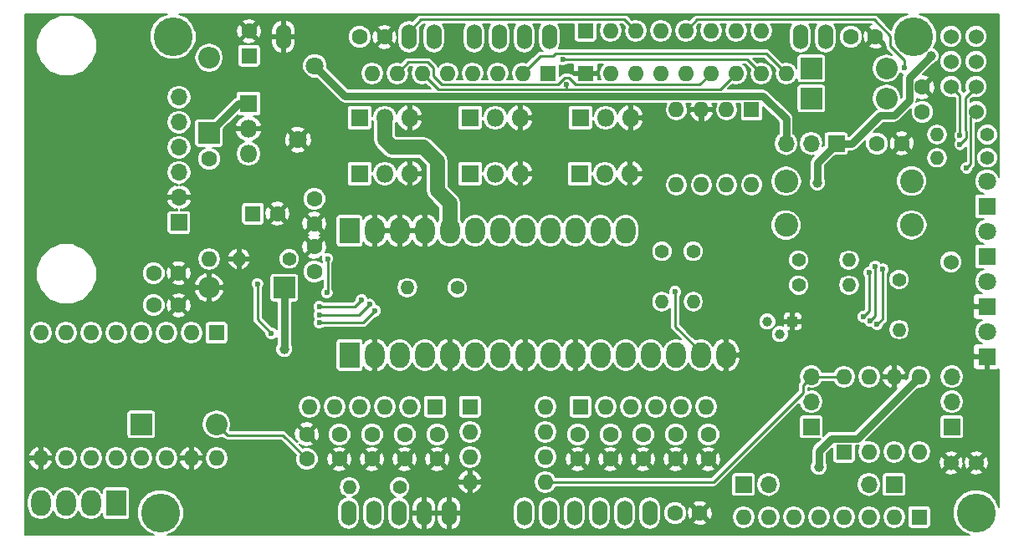
<source format=gbl>
G04 #@! TF.FileFunction,Copper,L2,Bot,Signal*
%FSLAX46Y46*%
G04 Gerber Fmt 4.6, Leading zero omitted, Abs format (unit mm)*
G04 Created by KiCad (PCBNEW 4.0.5) date 04/26/17 22:05:06*
%MOMM*%
%LPD*%
G01*
G04 APERTURE LIST*
%ADD10C,0.100000*%
%ADD11C,0.600000*%
%ADD12R,2.000000X2.600000*%
%ADD13O,2.000000X2.600000*%
%ADD14C,1.600000*%
%ADD15C,1.400000*%
%ADD16O,1.400000X1.400000*%
%ADD17C,2.400000*%
%ADD18O,2.400000X2.400000*%
%ADD19O,1.600000X1.600000*%
%ADD20R,1.600000X1.600000*%
%ADD21C,1.800000*%
%ADD22R,1.800000X1.800000*%
%ADD23O,1.800000X1.800000*%
%ADD24R,2.200000X2.200000*%
%ADD25O,2.200000X2.200000*%
%ADD26R,1.700000X1.700000*%
%ADD27O,1.700000X1.700000*%
%ADD28C,1.000000*%
%ADD29R,1.000000X1.000000*%
%ADD30O,1.524000X2.540000*%
%ADD31C,3.937000*%
%ADD32C,1.524000*%
%ADD33C,0.750000*%
%ADD34C,0.250000*%
%ADD35C,0.400000*%
%ADD36C,1.500000*%
%ADD37C,0.150000*%
G04 APERTURE END LIST*
D10*
D11*
X115252500Y-99822000D03*
X131000500Y-89725500D03*
X125476000Y-82867500D03*
X183959500Y-98615500D03*
X166370000Y-89725500D03*
X167513000Y-83502500D03*
X131900000Y-107500000D03*
X94700000Y-85800000D03*
X102700000Y-93500000D03*
X153352500Y-94488000D03*
X163450000Y-104450000D03*
X182880000Y-112141000D03*
X175200000Y-110900000D03*
X154990800Y-82804000D03*
X152209500Y-82804000D03*
X154750000Y-88250000D03*
X151663400Y-89077800D03*
X155000000Y-85100000D03*
X145592800Y-89450000D03*
X138684000Y-89471500D03*
D12*
X124714000Y-86309200D03*
D13*
X127254000Y-86309200D03*
X129794000Y-86309200D03*
X132334000Y-86309200D03*
X134874000Y-86309200D03*
X137414000Y-86309200D03*
X139954000Y-86309200D03*
X142494000Y-86309200D03*
X145034000Y-86309200D03*
X147574000Y-86309200D03*
X150114000Y-86309200D03*
X152654000Y-86309200D03*
D11*
X151511000Y-112903000D03*
X120000000Y-96850000D03*
X180213000Y-64516000D03*
X169354500Y-109982000D03*
X162052000Y-94742000D03*
X185420000Y-116332000D03*
X93980000Y-116586000D03*
X120100000Y-115300000D03*
X115125500Y-108712000D03*
X93980000Y-104140000D03*
X106172000Y-101854000D03*
X100711000Y-102743000D03*
X93700000Y-93900000D03*
X116205000Y-115316000D03*
X93218000Y-82804000D03*
X103500000Y-82850000D03*
X105689400Y-75641200D03*
X92989400Y-73837800D03*
X92964000Y-65024000D03*
X115125500Y-105537000D03*
X175500000Y-106300000D03*
X189484000Y-70612000D03*
X186944000Y-65278000D03*
X176784000Y-68199000D03*
X187299600Y-90170000D03*
X183388000Y-106934000D03*
X175768000Y-103378000D03*
X173482000Y-105918000D03*
X166370000Y-109728000D03*
X167195500Y-103441500D03*
X169037000Y-100711000D03*
X149352000Y-105918000D03*
X155956000Y-106680000D03*
X152146000Y-105664000D03*
X142494000Y-110998000D03*
X135100000Y-104400000D03*
X141986000Y-107124500D03*
X141033500Y-104140000D03*
X146304000Y-106426000D03*
X175514000Y-84201000D03*
X183388000Y-83642200D03*
X173850000Y-71600000D03*
X168402000Y-67056000D03*
X168800000Y-72850000D03*
X164300000Y-67500000D03*
X156362400Y-75641200D03*
X160375600Y-79146400D03*
X157480000Y-89916000D03*
X138303000Y-96329500D03*
X123253500Y-93218000D03*
X96139000Y-98806000D03*
X125526800Y-89535000D03*
D14*
X123698000Y-109434000D03*
X123698000Y-106934000D03*
D15*
X129794000Y-112268000D03*
D16*
X124714000Y-112268000D03*
D15*
X170180000Y-89281000D03*
D16*
X175260000Y-89281000D03*
D17*
X168910000Y-85725000D03*
D18*
X181610000Y-85725000D03*
D15*
X170180000Y-91821000D03*
D16*
X175260000Y-91821000D03*
D14*
X110500000Y-79000000D03*
D19*
X110500000Y-89160000D03*
D15*
X159500000Y-88392000D03*
D16*
X159500000Y-93472000D03*
D15*
X156337000Y-88392000D03*
D16*
X156337000Y-93472000D03*
D20*
X114554000Y-68580000D03*
D14*
X114554000Y-66080000D03*
D20*
X114935000Y-84582000D03*
D14*
X117435000Y-84582000D03*
D21*
X121207000Y-69589000D03*
X119507000Y-77089000D03*
D20*
X144780000Y-70358000D03*
D19*
X142240000Y-70358000D03*
X139700000Y-70358000D03*
X137160000Y-70358000D03*
X134620000Y-70358000D03*
X132080000Y-70358000D03*
X129540000Y-70358000D03*
X127000000Y-70358000D03*
D20*
X148590000Y-66040000D03*
D19*
X151130000Y-66040000D03*
X153670000Y-66040000D03*
X156210000Y-66040000D03*
X158750000Y-66040000D03*
X161290000Y-66040000D03*
X163830000Y-66040000D03*
X166370000Y-66040000D03*
D20*
X133350000Y-104140000D03*
D19*
X130810000Y-104140000D03*
X128270000Y-104140000D03*
X125730000Y-104140000D03*
X123190000Y-104140000D03*
X120650000Y-104140000D03*
D20*
X148082000Y-104140000D03*
D19*
X150622000Y-104140000D03*
X153162000Y-104140000D03*
X155702000Y-104140000D03*
X158242000Y-104140000D03*
X160782000Y-104140000D03*
D20*
X148590000Y-70358000D03*
D19*
X151130000Y-70358000D03*
X153670000Y-70358000D03*
X156210000Y-70358000D03*
X158750000Y-70358000D03*
X161290000Y-70358000D03*
X163830000Y-70358000D03*
X166370000Y-70358000D03*
X168910000Y-70358000D03*
D22*
X136906000Y-80518000D03*
D23*
X139446000Y-80518000D03*
X141986000Y-80518000D03*
D22*
X125730000Y-80518000D03*
D23*
X128270000Y-80518000D03*
X130810000Y-80518000D03*
D22*
X125730000Y-74866500D03*
D23*
X128270000Y-74866500D03*
X130810000Y-74866500D03*
D22*
X136906000Y-74866500D03*
D23*
X139446000Y-74866500D03*
X141986000Y-74866500D03*
D22*
X148018500Y-80518000D03*
D23*
X150558500Y-80518000D03*
X153098500Y-80518000D03*
D22*
X148082000Y-74866500D03*
D23*
X150622000Y-74866500D03*
X153162000Y-74866500D03*
D22*
X189230000Y-99060000D03*
D21*
X189230000Y-96520000D03*
D22*
X189230000Y-93980000D03*
D21*
X189230000Y-91440000D03*
D22*
X189230000Y-88900000D03*
D21*
X189230000Y-86360000D03*
D22*
X189230000Y-83820000D03*
D21*
X189230000Y-81280000D03*
D20*
X165417500Y-74041000D03*
D19*
X157797500Y-81661000D03*
X162877500Y-74041000D03*
X160337500Y-81661000D03*
X160337500Y-74041000D03*
X162877500Y-81661000D03*
X157797500Y-74041000D03*
X165417500Y-81661000D03*
D24*
X103632000Y-105918000D03*
D25*
X111252000Y-105918000D03*
D24*
X118110000Y-92075000D03*
D25*
X110490000Y-92075000D03*
D24*
X110500000Y-76400000D03*
D25*
X110500000Y-68780000D03*
D24*
X171450000Y-72898000D03*
D25*
X179070000Y-72898000D03*
D24*
X171450000Y-69850000D03*
D25*
X179070000Y-69850000D03*
D14*
X177950500Y-66649600D03*
X175450500Y-66649600D03*
X182689500Y-71755000D03*
X182689500Y-74255000D03*
X120396000Y-109434000D03*
X120396000Y-106934000D03*
X104902000Y-90600000D03*
X107402000Y-90600000D03*
X125770000Y-66675000D03*
X128270000Y-66675000D03*
X133604000Y-106934000D03*
X133604000Y-109434000D03*
X130302000Y-106934000D03*
X130302000Y-109434000D03*
X127000000Y-106934000D03*
X127000000Y-109434000D03*
X121158000Y-83098000D03*
X121158000Y-85598000D03*
X151130000Y-106934000D03*
X151130000Y-109434000D03*
X157657800Y-114909600D03*
X160157800Y-114909600D03*
X161036000Y-106934000D03*
X161036000Y-109434000D03*
X157734000Y-106934000D03*
X157734000Y-109434000D03*
X154432000Y-106934000D03*
X154432000Y-109434000D03*
D17*
X181610000Y-81280000D03*
D18*
X168910000Y-81280000D03*
D22*
X114490500Y-73406000D03*
D23*
X114490500Y-75946000D03*
X114490500Y-78486000D03*
D14*
X121158000Y-90424000D03*
X121158000Y-87924000D03*
D20*
X174752000Y-108712000D03*
D19*
X182372000Y-101092000D03*
X177292000Y-108712000D03*
X179832000Y-101092000D03*
X179832000Y-108712000D03*
X177292000Y-101092000D03*
X182372000Y-108712000D03*
X174752000Y-101092000D03*
D14*
X147828000Y-106934000D03*
X147828000Y-109434000D03*
D20*
X136906000Y-104140000D03*
D19*
X144526000Y-111760000D03*
X136906000Y-106680000D03*
X144526000Y-109220000D03*
X136906000Y-109220000D03*
X144526000Y-106680000D03*
X136906000Y-111760000D03*
X144526000Y-104140000D03*
D15*
X118618000Y-89154000D03*
D16*
X113538000Y-89154000D03*
D20*
X182372000Y-115316000D03*
D19*
X179832000Y-115316000D03*
X177292000Y-115316000D03*
X174752000Y-115316000D03*
X172212000Y-115316000D03*
X169672000Y-115316000D03*
X167132000Y-115316000D03*
X164592000Y-115316000D03*
D12*
X101092000Y-113919000D03*
D13*
X98552000Y-113919000D03*
X96012000Y-113919000D03*
X93472000Y-113919000D03*
D20*
X111252000Y-96647000D03*
D19*
X93472000Y-109347000D03*
X108712000Y-96647000D03*
X96012000Y-109347000D03*
X106172000Y-96647000D03*
X98552000Y-109347000D03*
X103632000Y-96647000D03*
X101092000Y-109347000D03*
X101092000Y-96647000D03*
X103632000Y-109347000D03*
X98552000Y-96647000D03*
X106172000Y-109347000D03*
X96012000Y-96647000D03*
X108712000Y-109347000D03*
X93472000Y-96647000D03*
X111252000Y-109347000D03*
D14*
X180604800Y-77470000D03*
X178104800Y-77470000D03*
X104902000Y-93853000D03*
X107402000Y-93853000D03*
D15*
X189255400Y-78911400D03*
D16*
X184175400Y-78911400D03*
D15*
X189255400Y-76574600D03*
D16*
X184175400Y-76574600D03*
D26*
X107458000Y-85471000D03*
D27*
X107458000Y-82931000D03*
X107458000Y-80391000D03*
X107458000Y-77851000D03*
X107458000Y-75311000D03*
X107458000Y-72771000D03*
D15*
X135636000Y-92075000D03*
D16*
X130556000Y-92075000D03*
D15*
X180340000Y-91249500D03*
D16*
X180340000Y-96329500D03*
D28*
X168275000Y-96774000D03*
X167005000Y-95504000D03*
D29*
X169545000Y-95504000D03*
D30*
X170361100Y-66633600D03*
X172901100Y-66633600D03*
X155121100Y-114893600D03*
X152581100Y-114893600D03*
X150041100Y-114893600D03*
X142421100Y-114893600D03*
X144961100Y-114893600D03*
X147501100Y-114893600D03*
X134801100Y-114893600D03*
X132261100Y-114893600D03*
X127181100Y-114893600D03*
X124641100Y-114893600D03*
X144961100Y-66633600D03*
X142421100Y-66633600D03*
X139881100Y-66633600D03*
X137341100Y-66633600D03*
X133277100Y-66633600D03*
X130737100Y-66633600D03*
X118037100Y-66633600D03*
X129721100Y-114893600D03*
D31*
X188141100Y-114893600D03*
X181791100Y-66633600D03*
X106861100Y-66633600D03*
X105591100Y-114893600D03*
D32*
X185601100Y-69173600D03*
X188141100Y-69173600D03*
X185601100Y-66633600D03*
X188141100Y-66633600D03*
X185601100Y-109813600D03*
X188141100Y-109813600D03*
X185601100Y-71713600D03*
X188141100Y-71713600D03*
X188141100Y-74253600D03*
X185601100Y-89493600D03*
D12*
X124714000Y-98907600D03*
D13*
X127254000Y-98907600D03*
X129794000Y-98907600D03*
X132334000Y-98907600D03*
X134874000Y-98907600D03*
X137414000Y-98907600D03*
X139954000Y-98907600D03*
X142494000Y-98907600D03*
X145034000Y-98907600D03*
X147574000Y-98907600D03*
X150114000Y-98907600D03*
X152654000Y-98907600D03*
X155194000Y-98907600D03*
X157734000Y-98907600D03*
X160274000Y-98907600D03*
X162814000Y-98907600D03*
D26*
X164592000Y-112014000D03*
D27*
X167132000Y-112014000D03*
D26*
X179832000Y-112014000D03*
D27*
X177292000Y-112014000D03*
D26*
X185674000Y-106172000D03*
D27*
X185674000Y-103632000D03*
X185674000Y-101092000D03*
D26*
X171450000Y-106172000D03*
D27*
X171450000Y-103632000D03*
X171450000Y-101092000D03*
D26*
X173980000Y-77470000D03*
D27*
X171440000Y-77470000D03*
X168900000Y-77470000D03*
D28*
X183549942Y-68573466D03*
X172055012Y-81436988D03*
X118110000Y-98298000D03*
X172212000Y-110236000D03*
D11*
X146304000Y-68951010D03*
X180829874Y-69763969D03*
X122428000Y-92583000D03*
X122495226Y-89154000D03*
X146703450Y-71503450D03*
X115400000Y-91700000D03*
X116800000Y-96700000D03*
X177396335Y-95417979D03*
X126737859Y-93776668D03*
X121649996Y-94849988D03*
X186500000Y-76650000D03*
X177920667Y-89917231D03*
X176729061Y-95017968D03*
X125932370Y-93333128D03*
X121653216Y-94001760D03*
X186500000Y-77549988D03*
X177292000Y-90551000D03*
X178117502Y-95817990D03*
X127317500Y-94417033D03*
X121650000Y-95650002D03*
X187175449Y-79940085D03*
X178700000Y-90229020D03*
X157670500Y-92496999D03*
D33*
X181364499Y-70758909D02*
X183549942Y-68573466D01*
X181364499Y-73082503D02*
X181364499Y-70758909D01*
X175580000Y-77470000D02*
X178424800Y-74625200D01*
X173980000Y-77470000D02*
X175580000Y-77470000D01*
X178424800Y-74625200D02*
X179821802Y-74625200D01*
X179821802Y-74625200D02*
X181364499Y-73082503D01*
X172055012Y-81436988D02*
X172055012Y-79394988D01*
X172055012Y-79394988D02*
X173980000Y-77470000D01*
X118110000Y-92075000D02*
X118110000Y-98298000D01*
X173491999Y-107336999D02*
X172212000Y-108616998D01*
X176127001Y-107336999D02*
X173491999Y-107336999D01*
X182372000Y-101092000D02*
X176127001Y-107336999D01*
X172212000Y-108616998D02*
X172212000Y-110236000D01*
X121207000Y-69589000D02*
X124267999Y-72649999D01*
X124267999Y-72649999D02*
X166566499Y-72649999D01*
X166566499Y-72649999D02*
X168900000Y-74983500D01*
X168900000Y-74983500D02*
X168900000Y-77470000D01*
D34*
X111252000Y-105918000D02*
X112351999Y-107017999D01*
X117979999Y-107017999D02*
X120396000Y-109434000D01*
X112351999Y-107017999D02*
X117979999Y-107017999D01*
X161544000Y-111760000D02*
X170600001Y-102703999D01*
X170600001Y-102703999D02*
X170600001Y-101941999D01*
X170600001Y-101941999D02*
X171450000Y-101092000D01*
X144526000Y-111760000D02*
X161544000Y-111760000D01*
X171450000Y-101092000D02*
X174752000Y-101092000D01*
X171450000Y-101346000D02*
X171450000Y-101092000D01*
D35*
X150114000Y-86309200D02*
X150114000Y-86609200D01*
D34*
X134079999Y-71483001D02*
X133205001Y-70608003D01*
X161290000Y-70358000D02*
X160164999Y-71483001D01*
X147608003Y-71483001D02*
X146950001Y-70824999D01*
X146950001Y-70824999D02*
X146498003Y-70824999D01*
X146498003Y-70824999D02*
X145840001Y-71483001D01*
X145840001Y-71483001D02*
X134079999Y-71483001D01*
X132620001Y-69232999D02*
X130665001Y-69232999D01*
X160164999Y-71483001D02*
X147608003Y-71483001D01*
X130665001Y-69232999D02*
X129540000Y-70358000D01*
X133205001Y-70608003D02*
X133205001Y-69817999D01*
X133205001Y-69817999D02*
X132620001Y-69232999D01*
X164963010Y-68951010D02*
X146304000Y-68951010D01*
X166370000Y-70358000D02*
X164963010Y-68951010D01*
X142240000Y-70358000D02*
X144018000Y-68580000D01*
X145288000Y-68580000D02*
X145542000Y-68326000D01*
X144018000Y-68580000D02*
X145288000Y-68580000D01*
X145542000Y-68326000D02*
X166878000Y-68326000D01*
X166878000Y-68326000D02*
X168910000Y-70358000D01*
X153670000Y-66040000D02*
X152544999Y-64914999D01*
X152544999Y-64914999D02*
X131947701Y-64914999D01*
X131947701Y-64914999D02*
X130737100Y-66125600D01*
X130737100Y-66125600D02*
X130737100Y-66633600D01*
X180829874Y-68992756D02*
X180829874Y-69763969D01*
X158750000Y-66040000D02*
X159875001Y-64914999D01*
X179451000Y-67613882D02*
X180829874Y-68992756D01*
X179451000Y-66548000D02*
X179451000Y-67613882D01*
X159875001Y-64914999D02*
X177817999Y-64914999D01*
X177817999Y-64914999D02*
X179451000Y-66548000D01*
X122495226Y-89154000D02*
X122495226Y-92515774D01*
X122495226Y-92515774D02*
X122428000Y-92583000D01*
D33*
X113494000Y-73406000D02*
X114490500Y-73406000D01*
X113494000Y-73406000D02*
X110500000Y-76400000D01*
D34*
X146703450Y-71927714D02*
X146703450Y-71503450D01*
X146681175Y-71949989D02*
X146703450Y-71927714D01*
X146650000Y-71949989D02*
X146681175Y-71949989D01*
X162238011Y-71949989D02*
X146650000Y-71949989D01*
X146650000Y-71949989D02*
X133671989Y-71949989D01*
X133671989Y-71949989D02*
X132080000Y-70358000D01*
X163830000Y-70358000D02*
X162238011Y-71949989D01*
X116800000Y-96700000D02*
X115400000Y-95300000D01*
X115400000Y-95300000D02*
X115400000Y-91700000D01*
X177920667Y-89917231D02*
X177920667Y-94893647D01*
X177920667Y-94893647D02*
X177396335Y-95417979D01*
X125664539Y-94849988D02*
X126737859Y-93776668D01*
X121649996Y-94849988D02*
X125664539Y-94849988D01*
X186500000Y-72612500D02*
X186500000Y-76650000D01*
X185601100Y-71713600D02*
X186500000Y-72612500D01*
X177292000Y-94455029D02*
X176729061Y-95017968D01*
X177292000Y-90551000D02*
X177292000Y-94455029D01*
X125263738Y-94001760D02*
X125932370Y-93333128D01*
X121653216Y-94001760D02*
X125263738Y-94001760D01*
X187025001Y-76099999D02*
X187125001Y-76199999D01*
X187125001Y-76924987D02*
X186500000Y-77549988D01*
X187025001Y-72829699D02*
X187025001Y-76099999D01*
X188141100Y-71713600D02*
X187025001Y-72829699D01*
X187125001Y-76199999D02*
X187125001Y-76924987D01*
X178700000Y-95235492D02*
X178117502Y-95817990D01*
X178700000Y-90229020D02*
X178700000Y-95235492D01*
X126084531Y-95650002D02*
X127317500Y-94417033D01*
X121650000Y-95650002D02*
X126084531Y-95650002D01*
X188141100Y-74253600D02*
X187600000Y-74794700D01*
X187600000Y-74794700D02*
X187600000Y-79515534D01*
X187600000Y-79515534D02*
X187175449Y-79940085D01*
X157670500Y-92496999D02*
X157670500Y-96004100D01*
X157670500Y-96004100D02*
X160274000Y-98607600D01*
X160274000Y-98607600D02*
X160274000Y-98907600D01*
D36*
X128270000Y-74866500D02*
X128270000Y-77089000D01*
X129032000Y-77851000D02*
X132207000Y-77851000D01*
X128270000Y-77089000D02*
X129032000Y-77851000D01*
X132207000Y-77851000D02*
X133604000Y-79248000D01*
X133604000Y-79248000D02*
X133604000Y-82239200D01*
X133604000Y-82239200D02*
X134874000Y-83509200D01*
X134874000Y-83509200D02*
X134874000Y-86309200D01*
D37*
G36*
X105535348Y-64645719D02*
X104875536Y-65304381D01*
X104518008Y-66165404D01*
X104517194Y-67097706D01*
X104873219Y-67959352D01*
X105531881Y-68619164D01*
X106392904Y-68976692D01*
X107325206Y-68977506D01*
X107873142Y-68751103D01*
X109025000Y-68751103D01*
X109025000Y-68808897D01*
X109137278Y-69373355D01*
X109457017Y-69851880D01*
X109935542Y-70171619D01*
X110500000Y-70283897D01*
X111064458Y-70171619D01*
X111542983Y-69851880D01*
X111549918Y-69841501D01*
X119931779Y-69841501D01*
X120125477Y-70310286D01*
X120483827Y-70669262D01*
X120952274Y-70863778D01*
X121421528Y-70864188D01*
X123737669Y-73180329D01*
X123980986Y-73342909D01*
X124267999Y-73399999D01*
X156824415Y-73399999D01*
X156711942Y-73568327D01*
X156622500Y-74017980D01*
X156622500Y-74064020D01*
X156711942Y-74513673D01*
X156966650Y-74894870D01*
X157347847Y-75149578D01*
X157797500Y-75239020D01*
X158247153Y-75149578D01*
X158628350Y-74894870D01*
X158883058Y-74513673D01*
X158903398Y-74411414D01*
X159117476Y-74411414D01*
X159352096Y-74850101D01*
X159736735Y-75165610D01*
X159967088Y-75261008D01*
X160162500Y-75183930D01*
X160162500Y-74216000D01*
X160512500Y-74216000D01*
X160512500Y-75183930D01*
X160707912Y-75261008D01*
X160938265Y-75165610D01*
X161322904Y-74850101D01*
X161557524Y-74411414D01*
X161481699Y-74216000D01*
X160512500Y-74216000D01*
X160162500Y-74216000D01*
X159193301Y-74216000D01*
X159117476Y-74411414D01*
X158903398Y-74411414D01*
X158972500Y-74064020D01*
X158972500Y-74017980D01*
X158883058Y-73568327D01*
X158770585Y-73399999D01*
X159262192Y-73399999D01*
X159117476Y-73670586D01*
X159193301Y-73866000D01*
X160162500Y-73866000D01*
X160162500Y-73846000D01*
X160512500Y-73846000D01*
X160512500Y-73866000D01*
X161481699Y-73866000D01*
X161557524Y-73670586D01*
X161412808Y-73399999D01*
X161904415Y-73399999D01*
X161791942Y-73568327D01*
X161702500Y-74017980D01*
X161702500Y-74064020D01*
X161791942Y-74513673D01*
X162046650Y-74894870D01*
X162427847Y-75149578D01*
X162877500Y-75239020D01*
X163327153Y-75149578D01*
X163708350Y-74894870D01*
X163963058Y-74513673D01*
X164052500Y-74064020D01*
X164052500Y-74017980D01*
X163963058Y-73568327D01*
X163850585Y-73399999D01*
X164235154Y-73399999D01*
X164235154Y-74841000D01*
X164261302Y-74979966D01*
X164343431Y-75107599D01*
X164468746Y-75193223D01*
X164617500Y-75223346D01*
X166217500Y-75223346D01*
X166356466Y-75197198D01*
X166484099Y-75115069D01*
X166569723Y-74989754D01*
X166599846Y-74841000D01*
X166599846Y-73744006D01*
X168150000Y-75294160D01*
X168150000Y-76502149D01*
X168033794Y-76579795D01*
X167768248Y-76977214D01*
X167675000Y-77446001D01*
X167675000Y-77493999D01*
X167768248Y-77962786D01*
X168033794Y-78360205D01*
X168431213Y-78625751D01*
X168900000Y-78718999D01*
X169368787Y-78625751D01*
X169766206Y-78360205D01*
X170031752Y-77962786D01*
X170125000Y-77493999D01*
X170125000Y-77446001D01*
X170031752Y-76977214D01*
X169766206Y-76579795D01*
X169650000Y-76502149D01*
X169650000Y-74983500D01*
X169592910Y-74696487D01*
X169430330Y-74453170D01*
X167096829Y-72119669D01*
X166853512Y-71957089D01*
X166566499Y-71899999D01*
X162995107Y-71899999D01*
X163097106Y-71798000D01*
X169967654Y-71798000D01*
X169967654Y-73998000D01*
X169993802Y-74136966D01*
X170075931Y-74264599D01*
X170201246Y-74350223D01*
X170350000Y-74380346D01*
X172550000Y-74380346D01*
X172688966Y-74354198D01*
X172816599Y-74272069D01*
X172902223Y-74146754D01*
X172932346Y-73998000D01*
X172932346Y-71798000D01*
X172906198Y-71659034D01*
X172824069Y-71531401D01*
X172698754Y-71445777D01*
X172550000Y-71415654D01*
X170350000Y-71415654D01*
X170211034Y-71441802D01*
X170083401Y-71523931D01*
X169997777Y-71649246D01*
X169967654Y-71798000D01*
X163097106Y-71798000D01*
X163435916Y-71459190D01*
X163806980Y-71533000D01*
X163853020Y-71533000D01*
X164302673Y-71443558D01*
X164683870Y-71188850D01*
X164938578Y-70807653D01*
X165028020Y-70358000D01*
X164938578Y-69908347D01*
X164683870Y-69527150D01*
X164569919Y-69451010D01*
X164755904Y-69451010D01*
X165253428Y-69948535D01*
X165171980Y-70358000D01*
X165261422Y-70807653D01*
X165516130Y-71188850D01*
X165897327Y-71443558D01*
X166346980Y-71533000D01*
X166393020Y-71533000D01*
X166842673Y-71443558D01*
X167223870Y-71188850D01*
X167478578Y-70807653D01*
X167568020Y-70358000D01*
X167478578Y-69908347D01*
X167223870Y-69527150D01*
X166842673Y-69272442D01*
X166393020Y-69183000D01*
X166346980Y-69183000D01*
X165975916Y-69256810D01*
X165545106Y-68826000D01*
X166670894Y-68826000D01*
X167793428Y-69948534D01*
X167711980Y-70358000D01*
X167801422Y-70807653D01*
X168056130Y-71188850D01*
X168437327Y-71443558D01*
X168886980Y-71533000D01*
X168933020Y-71533000D01*
X169382673Y-71443558D01*
X169763870Y-71188850D01*
X169967654Y-70883866D01*
X169967654Y-70950000D01*
X169993802Y-71088966D01*
X170075931Y-71216599D01*
X170201246Y-71302223D01*
X170350000Y-71332346D01*
X172550000Y-71332346D01*
X172688966Y-71306198D01*
X172816599Y-71224069D01*
X172902223Y-71098754D01*
X172932346Y-70950000D01*
X172932346Y-68750000D01*
X172906198Y-68611034D01*
X172824069Y-68483401D01*
X172698754Y-68397777D01*
X172550000Y-68367654D01*
X170350000Y-68367654D01*
X170211034Y-68393802D01*
X170083401Y-68475931D01*
X169997777Y-68601246D01*
X169967654Y-68750000D01*
X169967654Y-69832134D01*
X169763870Y-69527150D01*
X169382673Y-69272442D01*
X168933020Y-69183000D01*
X168886980Y-69183000D01*
X168515916Y-69256810D01*
X167231553Y-67972447D01*
X167069342Y-67864060D01*
X166878000Y-67826000D01*
X145866514Y-67826000D01*
X146011551Y-67608938D01*
X146098100Y-67173827D01*
X146098100Y-66093373D01*
X146011551Y-65658262D01*
X145849007Y-65414999D01*
X147407654Y-65414999D01*
X147407654Y-66840000D01*
X147433802Y-66978966D01*
X147515931Y-67106599D01*
X147641246Y-67192223D01*
X147790000Y-67222346D01*
X149390000Y-67222346D01*
X149528966Y-67196198D01*
X149656599Y-67114069D01*
X149742223Y-66988754D01*
X149772346Y-66840000D01*
X149772346Y-65414999D01*
X150138586Y-65414999D01*
X150021422Y-65590347D01*
X149931980Y-66040000D01*
X150021422Y-66489653D01*
X150276130Y-66870850D01*
X150657327Y-67125558D01*
X151106980Y-67215000D01*
X151153020Y-67215000D01*
X151602673Y-67125558D01*
X151983870Y-66870850D01*
X152238578Y-66489653D01*
X152328020Y-66040000D01*
X152238578Y-65590347D01*
X152121414Y-65414999D01*
X152337893Y-65414999D01*
X152553428Y-65630534D01*
X152471980Y-66040000D01*
X152561422Y-66489653D01*
X152816130Y-66870850D01*
X153197327Y-67125558D01*
X153646980Y-67215000D01*
X153693020Y-67215000D01*
X154142673Y-67125558D01*
X154523870Y-66870850D01*
X154778578Y-66489653D01*
X154868020Y-66040000D01*
X155011980Y-66040000D01*
X155101422Y-66489653D01*
X155356130Y-66870850D01*
X155737327Y-67125558D01*
X156186980Y-67215000D01*
X156233020Y-67215000D01*
X156682673Y-67125558D01*
X157063870Y-66870850D01*
X157318578Y-66489653D01*
X157408020Y-66040000D01*
X157318578Y-65590347D01*
X157063870Y-65209150D01*
X156682673Y-64954442D01*
X156233020Y-64865000D01*
X156186980Y-64865000D01*
X155737327Y-64954442D01*
X155356130Y-65209150D01*
X155101422Y-65590347D01*
X155011980Y-66040000D01*
X154868020Y-66040000D01*
X154778578Y-65590347D01*
X154523870Y-65209150D01*
X154142673Y-64954442D01*
X153693020Y-64865000D01*
X153646980Y-64865000D01*
X153275916Y-64938810D01*
X152898552Y-64561446D01*
X152736341Y-64453059D01*
X152544999Y-64414999D01*
X131947701Y-64414999D01*
X131756359Y-64453059D01*
X131594147Y-64561446D01*
X131122550Y-65033044D01*
X130737100Y-64956373D01*
X130301989Y-65042922D01*
X129933120Y-65289393D01*
X129686649Y-65658262D01*
X129600100Y-66093373D01*
X129600100Y-67173827D01*
X129686649Y-67608938D01*
X129933120Y-67977807D01*
X130301989Y-68224278D01*
X130737100Y-68310827D01*
X131172211Y-68224278D01*
X131541080Y-67977807D01*
X131787551Y-67608938D01*
X131874100Y-67173827D01*
X131874100Y-66093373D01*
X131808123Y-65761684D01*
X132154808Y-65414999D01*
X132389193Y-65414999D01*
X132226649Y-65658262D01*
X132140100Y-66093373D01*
X132140100Y-67173827D01*
X132226649Y-67608938D01*
X132473120Y-67977807D01*
X132841989Y-68224278D01*
X133277100Y-68310827D01*
X133712211Y-68224278D01*
X134081080Y-67977807D01*
X134327551Y-67608938D01*
X134414100Y-67173827D01*
X134414100Y-66093373D01*
X134327551Y-65658262D01*
X134165007Y-65414999D01*
X136453193Y-65414999D01*
X136290649Y-65658262D01*
X136204100Y-66093373D01*
X136204100Y-67173827D01*
X136290649Y-67608938D01*
X136537120Y-67977807D01*
X136905989Y-68224278D01*
X137341100Y-68310827D01*
X137776211Y-68224278D01*
X138145080Y-67977807D01*
X138391551Y-67608938D01*
X138478100Y-67173827D01*
X138478100Y-66093373D01*
X138391551Y-65658262D01*
X138229007Y-65414999D01*
X138993193Y-65414999D01*
X138830649Y-65658262D01*
X138744100Y-66093373D01*
X138744100Y-67173827D01*
X138830649Y-67608938D01*
X139077120Y-67977807D01*
X139445989Y-68224278D01*
X139881100Y-68310827D01*
X140316211Y-68224278D01*
X140685080Y-67977807D01*
X140931551Y-67608938D01*
X141018100Y-67173827D01*
X141018100Y-66093373D01*
X140931551Y-65658262D01*
X140769007Y-65414999D01*
X141533193Y-65414999D01*
X141370649Y-65658262D01*
X141284100Y-66093373D01*
X141284100Y-67173827D01*
X141370649Y-67608938D01*
X141617120Y-67977807D01*
X141985989Y-68224278D01*
X142421100Y-68310827D01*
X142856211Y-68224278D01*
X143225080Y-67977807D01*
X143471551Y-67608938D01*
X143558100Y-67173827D01*
X143558100Y-66093373D01*
X143471551Y-65658262D01*
X143309007Y-65414999D01*
X144073193Y-65414999D01*
X143910649Y-65658262D01*
X143824100Y-66093373D01*
X143824100Y-67173827D01*
X143910649Y-67608938D01*
X144157120Y-67977807D01*
X144310062Y-68080000D01*
X144018000Y-68080000D01*
X143826658Y-68118060D01*
X143801818Y-68134658D01*
X143664447Y-68226446D01*
X142634084Y-69256810D01*
X142263020Y-69183000D01*
X142216980Y-69183000D01*
X141767327Y-69272442D01*
X141386130Y-69527150D01*
X141131422Y-69908347D01*
X141041980Y-70358000D01*
X141131422Y-70807653D01*
X141248586Y-70983001D01*
X140691414Y-70983001D01*
X140808578Y-70807653D01*
X140898020Y-70358000D01*
X140808578Y-69908347D01*
X140553870Y-69527150D01*
X140172673Y-69272442D01*
X139723020Y-69183000D01*
X139676980Y-69183000D01*
X139227327Y-69272442D01*
X138846130Y-69527150D01*
X138591422Y-69908347D01*
X138501980Y-70358000D01*
X138591422Y-70807653D01*
X138708586Y-70983001D01*
X138151414Y-70983001D01*
X138268578Y-70807653D01*
X138358020Y-70358000D01*
X138268578Y-69908347D01*
X138013870Y-69527150D01*
X137632673Y-69272442D01*
X137183020Y-69183000D01*
X137136980Y-69183000D01*
X136687327Y-69272442D01*
X136306130Y-69527150D01*
X136051422Y-69908347D01*
X135961980Y-70358000D01*
X136051422Y-70807653D01*
X136168586Y-70983001D01*
X135611414Y-70983001D01*
X135728578Y-70807653D01*
X135818020Y-70358000D01*
X135728578Y-69908347D01*
X135473870Y-69527150D01*
X135092673Y-69272442D01*
X134643020Y-69183000D01*
X134596980Y-69183000D01*
X134147327Y-69272442D01*
X133766130Y-69527150D01*
X133674443Y-69664370D01*
X133666941Y-69626657D01*
X133558554Y-69464446D01*
X132973554Y-68879446D01*
X132811343Y-68771059D01*
X132620001Y-68732999D01*
X130665001Y-68732999D01*
X130473659Y-68771059D01*
X130428230Y-68801414D01*
X130311448Y-68879445D01*
X129934084Y-69256810D01*
X129563020Y-69183000D01*
X129516980Y-69183000D01*
X129067327Y-69272442D01*
X128686130Y-69527150D01*
X128431422Y-69908347D01*
X128341980Y-70358000D01*
X128431422Y-70807653D01*
X128686130Y-71188850D01*
X129067327Y-71443558D01*
X129516980Y-71533000D01*
X129563020Y-71533000D01*
X130012673Y-71443558D01*
X130393870Y-71188850D01*
X130648578Y-70807653D01*
X130738020Y-70358000D01*
X130656572Y-69948535D01*
X130872108Y-69732999D01*
X131088586Y-69732999D01*
X130971422Y-69908347D01*
X130881980Y-70358000D01*
X130971422Y-70807653D01*
X131226130Y-71188850D01*
X131607327Y-71443558D01*
X132056980Y-71533000D01*
X132103020Y-71533000D01*
X132474084Y-71459190D01*
X132914892Y-71899999D01*
X124578659Y-71899999D01*
X123036660Y-70358000D01*
X125801980Y-70358000D01*
X125891422Y-70807653D01*
X126146130Y-71188850D01*
X126527327Y-71443558D01*
X126976980Y-71533000D01*
X127023020Y-71533000D01*
X127472673Y-71443558D01*
X127853870Y-71188850D01*
X128108578Y-70807653D01*
X128198020Y-70358000D01*
X128108578Y-69908347D01*
X127853870Y-69527150D01*
X127472673Y-69272442D01*
X127023020Y-69183000D01*
X126976980Y-69183000D01*
X126527327Y-69272442D01*
X126146130Y-69527150D01*
X125891422Y-69908347D01*
X125801980Y-70358000D01*
X123036660Y-70358000D01*
X122481813Y-69803153D01*
X122482221Y-69336499D01*
X122288523Y-68867714D01*
X121930173Y-68508738D01*
X121461726Y-68314222D01*
X120954499Y-68313779D01*
X120485714Y-68507477D01*
X120126738Y-68865827D01*
X119932222Y-69334274D01*
X119931779Y-69841501D01*
X111549918Y-69841501D01*
X111862722Y-69373355D01*
X111975000Y-68808897D01*
X111975000Y-68751103D01*
X111862722Y-68186645D01*
X111591012Y-67780000D01*
X113371654Y-67780000D01*
X113371654Y-69380000D01*
X113397802Y-69518966D01*
X113479931Y-69646599D01*
X113605246Y-69732223D01*
X113754000Y-69762346D01*
X115354000Y-69762346D01*
X115492966Y-69736198D01*
X115620599Y-69654069D01*
X115706223Y-69528754D01*
X115736346Y-69380000D01*
X115736346Y-67780000D01*
X115710198Y-67641034D01*
X115628069Y-67513401D01*
X115502754Y-67427777D01*
X115354000Y-67397654D01*
X113754000Y-67397654D01*
X113615034Y-67423802D01*
X113487401Y-67505931D01*
X113401777Y-67631246D01*
X113371654Y-67780000D01*
X111591012Y-67780000D01*
X111542983Y-67708120D01*
X111064458Y-67388381D01*
X110500000Y-67276103D01*
X109935542Y-67388381D01*
X109457017Y-67708120D01*
X109137278Y-68186645D01*
X109025000Y-68751103D01*
X107873142Y-68751103D01*
X108186852Y-68621481D01*
X108846664Y-67962819D01*
X109204192Y-67101796D01*
X109204254Y-67029782D01*
X113851706Y-67029782D01*
X113938425Y-67224995D01*
X114423453Y-67373408D01*
X114928356Y-67324911D01*
X115169575Y-67224995D01*
X115256294Y-67029782D01*
X115035113Y-66808600D01*
X116800100Y-66808600D01*
X116800100Y-67316600D01*
X116961231Y-67776658D01*
X117286153Y-68140034D01*
X117672691Y-68323707D01*
X117862100Y-68246072D01*
X117862100Y-66808600D01*
X118212100Y-66808600D01*
X118212100Y-68246072D01*
X118401509Y-68323707D01*
X118788047Y-68140034D01*
X119112969Y-67776658D01*
X119274100Y-67316600D01*
X119274100Y-66907697D01*
X124594796Y-66907697D01*
X124773302Y-67339715D01*
X125103547Y-67670536D01*
X125535253Y-67849796D01*
X126002697Y-67850204D01*
X126434715Y-67671698D01*
X126481712Y-67624782D01*
X127567706Y-67624782D01*
X127654425Y-67819995D01*
X128139453Y-67968408D01*
X128644356Y-67919911D01*
X128885575Y-67819995D01*
X128972294Y-67624782D01*
X128270000Y-66922487D01*
X127567706Y-67624782D01*
X126481712Y-67624782D01*
X126765536Y-67341453D01*
X126944796Y-66909747D01*
X126945114Y-66544453D01*
X126976592Y-66544453D01*
X127025089Y-67049356D01*
X127125005Y-67290575D01*
X127320218Y-67377294D01*
X128022513Y-66675000D01*
X128517487Y-66675000D01*
X129219782Y-67377294D01*
X129414995Y-67290575D01*
X129563408Y-66805547D01*
X129514911Y-66300644D01*
X129414995Y-66059425D01*
X129219782Y-65972706D01*
X128517487Y-66675000D01*
X128022513Y-66675000D01*
X127320218Y-65972706D01*
X127125005Y-66059425D01*
X126976592Y-66544453D01*
X126945114Y-66544453D01*
X126945204Y-66442303D01*
X126766698Y-66010285D01*
X126482128Y-65725218D01*
X127567706Y-65725218D01*
X128270000Y-66427513D01*
X128972294Y-65725218D01*
X128885575Y-65530005D01*
X128400547Y-65381592D01*
X127895644Y-65430089D01*
X127654425Y-65530005D01*
X127567706Y-65725218D01*
X126482128Y-65725218D01*
X126436453Y-65679464D01*
X126004747Y-65500204D01*
X125537303Y-65499796D01*
X125105285Y-65678302D01*
X124774464Y-66008547D01*
X124595204Y-66440253D01*
X124594796Y-66907697D01*
X119274100Y-66907697D01*
X119274100Y-66808600D01*
X118212100Y-66808600D01*
X117862100Y-66808600D01*
X116800100Y-66808600D01*
X115035113Y-66808600D01*
X114554000Y-66327487D01*
X113851706Y-67029782D01*
X109204254Y-67029782D01*
X109205006Y-66169494D01*
X109114087Y-65949453D01*
X113260592Y-65949453D01*
X113309089Y-66454356D01*
X113409005Y-66695575D01*
X113604218Y-66782294D01*
X114306513Y-66080000D01*
X114801487Y-66080000D01*
X115503782Y-66782294D01*
X115698995Y-66695575D01*
X115847408Y-66210547D01*
X115822440Y-65950600D01*
X116800100Y-65950600D01*
X116800100Y-66458600D01*
X117862100Y-66458600D01*
X117862100Y-65021128D01*
X118212100Y-65021128D01*
X118212100Y-66458600D01*
X119274100Y-66458600D01*
X119274100Y-65950600D01*
X119112969Y-65490542D01*
X118788047Y-65127166D01*
X118401509Y-64943493D01*
X118212100Y-65021128D01*
X117862100Y-65021128D01*
X117672691Y-64943493D01*
X117286153Y-65127166D01*
X116961231Y-65490542D01*
X116800100Y-65950600D01*
X115822440Y-65950600D01*
X115798911Y-65705644D01*
X115698995Y-65464425D01*
X115503782Y-65377706D01*
X114801487Y-66080000D01*
X114306513Y-66080000D01*
X113604218Y-65377706D01*
X113409005Y-65464425D01*
X113260592Y-65949453D01*
X109114087Y-65949453D01*
X108848981Y-65307848D01*
X108671661Y-65130218D01*
X113851706Y-65130218D01*
X114554000Y-65832513D01*
X115256294Y-65130218D01*
X115169575Y-64935005D01*
X114684547Y-64786592D01*
X114179644Y-64835089D01*
X113938425Y-64935005D01*
X113851706Y-65130218D01*
X108671661Y-65130218D01*
X108190319Y-64648036D01*
X107426812Y-64331000D01*
X181227026Y-64331000D01*
X180465348Y-64645719D01*
X179805536Y-65304381D01*
X179544099Y-65933992D01*
X178171552Y-64561446D01*
X178009341Y-64453059D01*
X177817999Y-64414999D01*
X159875001Y-64414999D01*
X159683659Y-64453059D01*
X159618687Y-64496473D01*
X159521448Y-64561445D01*
X159144084Y-64938810D01*
X158773020Y-64865000D01*
X158726980Y-64865000D01*
X158277327Y-64954442D01*
X157896130Y-65209150D01*
X157641422Y-65590347D01*
X157551980Y-66040000D01*
X157641422Y-66489653D01*
X157896130Y-66870850D01*
X158277327Y-67125558D01*
X158726980Y-67215000D01*
X158773020Y-67215000D01*
X159222673Y-67125558D01*
X159603870Y-66870850D01*
X159858578Y-66489653D01*
X159948020Y-66040000D01*
X159866572Y-65630535D01*
X160082108Y-65414999D01*
X160298586Y-65414999D01*
X160181422Y-65590347D01*
X160091980Y-66040000D01*
X160181422Y-66489653D01*
X160436130Y-66870850D01*
X160817327Y-67125558D01*
X161266980Y-67215000D01*
X161313020Y-67215000D01*
X161762673Y-67125558D01*
X162143870Y-66870850D01*
X162398578Y-66489653D01*
X162488020Y-66040000D01*
X162398578Y-65590347D01*
X162281414Y-65414999D01*
X162838586Y-65414999D01*
X162721422Y-65590347D01*
X162631980Y-66040000D01*
X162721422Y-66489653D01*
X162976130Y-66870850D01*
X163357327Y-67125558D01*
X163806980Y-67215000D01*
X163853020Y-67215000D01*
X164302673Y-67125558D01*
X164683870Y-66870850D01*
X164938578Y-66489653D01*
X165028020Y-66040000D01*
X164938578Y-65590347D01*
X164821414Y-65414999D01*
X165378586Y-65414999D01*
X165261422Y-65590347D01*
X165171980Y-66040000D01*
X165261422Y-66489653D01*
X165516130Y-66870850D01*
X165897327Y-67125558D01*
X166346980Y-67215000D01*
X166393020Y-67215000D01*
X166842673Y-67125558D01*
X167223870Y-66870850D01*
X167478578Y-66489653D01*
X167568020Y-66040000D01*
X167478578Y-65590347D01*
X167361414Y-65414999D01*
X169473193Y-65414999D01*
X169310649Y-65658262D01*
X169224100Y-66093373D01*
X169224100Y-67173827D01*
X169310649Y-67608938D01*
X169557120Y-67977807D01*
X169925989Y-68224278D01*
X170361100Y-68310827D01*
X170796211Y-68224278D01*
X171165080Y-67977807D01*
X171411551Y-67608938D01*
X171498100Y-67173827D01*
X171498100Y-66093373D01*
X171411551Y-65658262D01*
X171249007Y-65414999D01*
X172013193Y-65414999D01*
X171850649Y-65658262D01*
X171764100Y-66093373D01*
X171764100Y-67173827D01*
X171850649Y-67608938D01*
X172097120Y-67977807D01*
X172465989Y-68224278D01*
X172901100Y-68310827D01*
X173336211Y-68224278D01*
X173705080Y-67977807D01*
X173951551Y-67608938D01*
X174038100Y-67173827D01*
X174038100Y-66882297D01*
X174275296Y-66882297D01*
X174453802Y-67314315D01*
X174784047Y-67645136D01*
X175215753Y-67824396D01*
X175683197Y-67824804D01*
X176115215Y-67646298D01*
X176162212Y-67599382D01*
X177248206Y-67599382D01*
X177334925Y-67794595D01*
X177819953Y-67943008D01*
X178324856Y-67894511D01*
X178566075Y-67794595D01*
X178652794Y-67599382D01*
X177950500Y-66897087D01*
X177248206Y-67599382D01*
X176162212Y-67599382D01*
X176446036Y-67316053D01*
X176625296Y-66884347D01*
X176625614Y-66519053D01*
X176657092Y-66519053D01*
X176705589Y-67023956D01*
X176805505Y-67265175D01*
X177000718Y-67351894D01*
X177703013Y-66649600D01*
X177000718Y-65947306D01*
X176805505Y-66034025D01*
X176657092Y-66519053D01*
X176625614Y-66519053D01*
X176625704Y-66416903D01*
X176447198Y-65984885D01*
X176116953Y-65654064D01*
X175685247Y-65474804D01*
X175217803Y-65474396D01*
X174785785Y-65652902D01*
X174454964Y-65983147D01*
X174275704Y-66414853D01*
X174275296Y-66882297D01*
X174038100Y-66882297D01*
X174038100Y-66093373D01*
X173951551Y-65658262D01*
X173789007Y-65414999D01*
X177551253Y-65414999D01*
X177334925Y-65504605D01*
X177248206Y-65699818D01*
X177950500Y-66402113D01*
X177964643Y-66387971D01*
X178212130Y-66635458D01*
X178197987Y-66649600D01*
X178900282Y-67351894D01*
X178951000Y-67329364D01*
X178951000Y-67613882D01*
X178967795Y-67698315D01*
X178989060Y-67805224D01*
X179097447Y-67967435D01*
X179605851Y-68475840D01*
X179098897Y-68375000D01*
X179041103Y-68375000D01*
X178476645Y-68487278D01*
X177998120Y-68807017D01*
X177678381Y-69285542D01*
X177566103Y-69850000D01*
X177678381Y-70414458D01*
X177998120Y-70892983D01*
X178476645Y-71212722D01*
X179041103Y-71325000D01*
X179098897Y-71325000D01*
X179663355Y-71212722D01*
X180141880Y-70892983D01*
X180461619Y-70414458D01*
X180474944Y-70347468D01*
X180693962Y-70438413D01*
X180671589Y-70471896D01*
X180614499Y-70758909D01*
X180614499Y-72771843D01*
X180559702Y-72826640D01*
X180461619Y-72333542D01*
X180141880Y-71855017D01*
X179663355Y-71535278D01*
X179098897Y-71423000D01*
X179041103Y-71423000D01*
X178476645Y-71535278D01*
X177998120Y-71855017D01*
X177678381Y-72333542D01*
X177566103Y-72898000D01*
X177678381Y-73462458D01*
X177998120Y-73940983D01*
X178061449Y-73983298D01*
X178006142Y-74020253D01*
X177894470Y-74094870D01*
X175269340Y-76720000D01*
X175212346Y-76720000D01*
X175212346Y-76620000D01*
X175186198Y-76481034D01*
X175104069Y-76353401D01*
X174978754Y-76267777D01*
X174830000Y-76237654D01*
X173130000Y-76237654D01*
X172991034Y-76263802D01*
X172863401Y-76345931D01*
X172777777Y-76471246D01*
X172747654Y-76620000D01*
X172747654Y-77641686D01*
X172607805Y-77781535D01*
X172665000Y-77493999D01*
X172665000Y-77446001D01*
X172571752Y-76977214D01*
X172306206Y-76579795D01*
X171908787Y-76314249D01*
X171440000Y-76221001D01*
X170971213Y-76314249D01*
X170573794Y-76579795D01*
X170308248Y-76977214D01*
X170215000Y-77446001D01*
X170215000Y-77493999D01*
X170308248Y-77962786D01*
X170573794Y-78360205D01*
X170971213Y-78625751D01*
X171440000Y-78718999D01*
X171727536Y-78661804D01*
X171524682Y-78864658D01*
X171362102Y-79107975D01*
X171305012Y-79394988D01*
X171305012Y-80961510D01*
X171180164Y-81262176D01*
X171179861Y-81610273D01*
X171312791Y-81931988D01*
X171558717Y-82178344D01*
X171880200Y-82311836D01*
X172228297Y-82312139D01*
X172550012Y-82179209D01*
X172796368Y-81933283D01*
X172929860Y-81611800D01*
X172929877Y-81591912D01*
X180034727Y-81591912D01*
X180274001Y-82171000D01*
X180716669Y-82614441D01*
X181295339Y-82854726D01*
X181921912Y-82855273D01*
X182501000Y-82615999D01*
X182944441Y-82173331D01*
X183184726Y-81594661D01*
X183185273Y-80968088D01*
X182945999Y-80389000D01*
X182503331Y-79945559D01*
X181924661Y-79705274D01*
X181298088Y-79704727D01*
X180719000Y-79944001D01*
X180275559Y-80386669D01*
X180035274Y-80965339D01*
X180034727Y-81591912D01*
X172929877Y-81591912D01*
X172930163Y-81263703D01*
X172805012Y-80960815D01*
X172805012Y-79705648D01*
X173599260Y-78911400D01*
X183079340Y-78911400D01*
X183161170Y-79322785D01*
X183394200Y-79671540D01*
X183742955Y-79904570D01*
X184154340Y-79986400D01*
X184196460Y-79986400D01*
X184607845Y-79904570D01*
X184956600Y-79671540D01*
X185189630Y-79322785D01*
X185271460Y-78911400D01*
X185189630Y-78500015D01*
X184956600Y-78151260D01*
X184607845Y-77918230D01*
X184196460Y-77836400D01*
X184154340Y-77836400D01*
X183742955Y-77918230D01*
X183394200Y-78151260D01*
X183161170Y-78500015D01*
X183079340Y-78911400D01*
X173599260Y-78911400D01*
X173808314Y-78702346D01*
X174830000Y-78702346D01*
X174968966Y-78676198D01*
X175096599Y-78594069D01*
X175182223Y-78468754D01*
X175212346Y-78320000D01*
X175212346Y-78220000D01*
X175580000Y-78220000D01*
X175867013Y-78162910D01*
X176110330Y-78000330D01*
X176968773Y-77141887D01*
X176930004Y-77235253D01*
X176929596Y-77702697D01*
X177108102Y-78134715D01*
X177438347Y-78465536D01*
X177870053Y-78644796D01*
X178337497Y-78645204D01*
X178769515Y-78466698D01*
X178816512Y-78419782D01*
X179902506Y-78419782D01*
X179989225Y-78614995D01*
X180474253Y-78763408D01*
X180979156Y-78714911D01*
X181220375Y-78614995D01*
X181307094Y-78419782D01*
X180604800Y-77717487D01*
X179902506Y-78419782D01*
X178816512Y-78419782D01*
X179100336Y-78136453D01*
X179279596Y-77704747D01*
X179279914Y-77339453D01*
X179311392Y-77339453D01*
X179359889Y-77844356D01*
X179459805Y-78085575D01*
X179655018Y-78172294D01*
X180357313Y-77470000D01*
X180852287Y-77470000D01*
X181554582Y-78172294D01*
X181749795Y-78085575D01*
X181898208Y-77600547D01*
X181849711Y-77095644D01*
X181749795Y-76854425D01*
X181554582Y-76767706D01*
X180852287Y-77470000D01*
X180357313Y-77470000D01*
X179655018Y-76767706D01*
X179459805Y-76854425D01*
X179311392Y-77339453D01*
X179279914Y-77339453D01*
X179280004Y-77237303D01*
X179101498Y-76805285D01*
X178816928Y-76520218D01*
X179902506Y-76520218D01*
X180604800Y-77222513D01*
X181252712Y-76574600D01*
X183079340Y-76574600D01*
X183161170Y-76985985D01*
X183394200Y-77334740D01*
X183742955Y-77567770D01*
X184154340Y-77649600D01*
X184196460Y-77649600D01*
X184607845Y-77567770D01*
X184956600Y-77334740D01*
X185189630Y-76985985D01*
X185271460Y-76574600D01*
X185189630Y-76163215D01*
X184956600Y-75814460D01*
X184607845Y-75581430D01*
X184196460Y-75499600D01*
X184154340Y-75499600D01*
X183742955Y-75581430D01*
X183394200Y-75814460D01*
X183161170Y-76163215D01*
X183079340Y-76574600D01*
X181252712Y-76574600D01*
X181307094Y-76520218D01*
X181220375Y-76325005D01*
X180735347Y-76176592D01*
X180230444Y-76225089D01*
X179989225Y-76325005D01*
X179902506Y-76520218D01*
X178816928Y-76520218D01*
X178771253Y-76474464D01*
X178339547Y-76295204D01*
X177872103Y-76294796D01*
X177776264Y-76334396D01*
X178735460Y-75375200D01*
X179821802Y-75375200D01*
X180108815Y-75318110D01*
X180352132Y-75155530D01*
X181534086Y-73973576D01*
X181514704Y-74020253D01*
X181514296Y-74487697D01*
X181692802Y-74919715D01*
X182023047Y-75250536D01*
X182454753Y-75429796D01*
X182922197Y-75430204D01*
X183354215Y-75251698D01*
X183685036Y-74921453D01*
X183864296Y-74489747D01*
X183864704Y-74022303D01*
X183686198Y-73590285D01*
X183355953Y-73259464D01*
X182924247Y-73080204D01*
X182456803Y-73079796D01*
X182084433Y-73233656D01*
X182114499Y-73082503D01*
X182114499Y-72912410D01*
X182558953Y-73048408D01*
X183063856Y-72999911D01*
X183305075Y-72899995D01*
X183391794Y-72704782D01*
X182689500Y-72002487D01*
X182675358Y-72016630D01*
X182427871Y-71769143D01*
X182442013Y-71755000D01*
X182936987Y-71755000D01*
X183639282Y-72457294D01*
X183834495Y-72370575D01*
X183966622Y-71938771D01*
X184463903Y-71938771D01*
X184636636Y-72356817D01*
X184956200Y-72676940D01*
X185373945Y-72850402D01*
X185826271Y-72850797D01*
X185971276Y-72790882D01*
X186000000Y-72819607D01*
X186000000Y-76195366D01*
X185928097Y-76267144D01*
X185825117Y-76515145D01*
X185824883Y-76783677D01*
X185927429Y-77031857D01*
X185995400Y-77099946D01*
X185928097Y-77167132D01*
X185825117Y-77415133D01*
X185824883Y-77683665D01*
X185927429Y-77931845D01*
X186117144Y-78121891D01*
X186365145Y-78224871D01*
X186633677Y-78225105D01*
X186881857Y-78122559D01*
X187071903Y-77932844D01*
X187100000Y-77865180D01*
X187100000Y-79265019D01*
X187041772Y-79264968D01*
X186793592Y-79367514D01*
X186603546Y-79557229D01*
X186500566Y-79805230D01*
X186500332Y-80073762D01*
X186602878Y-80321942D01*
X186792593Y-80511988D01*
X187040594Y-80614968D01*
X187309126Y-80615202D01*
X187557306Y-80512656D01*
X187747352Y-80322941D01*
X187850332Y-80074940D01*
X187850422Y-79972219D01*
X187953554Y-79869087D01*
X188061940Y-79706876D01*
X188100000Y-79515534D01*
X188100000Y-79124293D01*
X188180214Y-79124293D01*
X188343528Y-79519543D01*
X188645667Y-79822209D01*
X189040631Y-79986213D01*
X189468293Y-79986586D01*
X189863543Y-79823272D01*
X190166209Y-79521133D01*
X190330213Y-79126169D01*
X190330586Y-78698507D01*
X190167272Y-78303257D01*
X189865133Y-78000591D01*
X189470169Y-77836587D01*
X189042507Y-77836214D01*
X188647257Y-77999528D01*
X188344591Y-78301667D01*
X188180587Y-78696631D01*
X188180214Y-79124293D01*
X188100000Y-79124293D01*
X188100000Y-76787493D01*
X188180214Y-76787493D01*
X188343528Y-77182743D01*
X188645667Y-77485409D01*
X189040631Y-77649413D01*
X189468293Y-77649786D01*
X189863543Y-77486472D01*
X190166209Y-77184333D01*
X190330213Y-76789369D01*
X190330586Y-76361707D01*
X190167272Y-75966457D01*
X189865133Y-75663791D01*
X189470169Y-75499787D01*
X189042507Y-75499414D01*
X188647257Y-75662728D01*
X188344591Y-75964867D01*
X188180587Y-76359831D01*
X188180214Y-76787493D01*
X188100000Y-76787493D01*
X188100000Y-75390564D01*
X188366271Y-75390797D01*
X188784317Y-75218064D01*
X189104440Y-74898500D01*
X189277902Y-74480755D01*
X189278297Y-74028429D01*
X189105564Y-73610383D01*
X188786000Y-73290260D01*
X188368255Y-73116798D01*
X187915929Y-73116403D01*
X187525001Y-73277931D01*
X187525001Y-73036805D01*
X187770830Y-72790976D01*
X187913945Y-72850402D01*
X188366271Y-72850797D01*
X188784317Y-72678064D01*
X189104440Y-72358500D01*
X189277902Y-71940755D01*
X189278297Y-71488429D01*
X189105564Y-71070383D01*
X188786000Y-70750260D01*
X188368255Y-70576798D01*
X187915929Y-70576403D01*
X187497883Y-70749136D01*
X187177760Y-71068700D01*
X187004298Y-71486445D01*
X187003903Y-71938771D01*
X187063818Y-72083776D01*
X186867610Y-72279984D01*
X186853554Y-72258947D01*
X186678476Y-72083869D01*
X186737902Y-71940755D01*
X186738297Y-71488429D01*
X186565564Y-71070383D01*
X186246000Y-70750260D01*
X185828255Y-70576798D01*
X185375929Y-70576403D01*
X184957883Y-70749136D01*
X184637760Y-71068700D01*
X184464298Y-71486445D01*
X184463903Y-71938771D01*
X183966622Y-71938771D01*
X183982908Y-71885547D01*
X183934411Y-71380644D01*
X183834495Y-71139425D01*
X183639282Y-71052706D01*
X182936987Y-71755000D01*
X182442013Y-71755000D01*
X182427871Y-71740858D01*
X182675358Y-71493370D01*
X182689500Y-71507513D01*
X183391794Y-70805218D01*
X183305075Y-70610005D01*
X182820047Y-70461592D01*
X182712108Y-70471960D01*
X183744058Y-69440010D01*
X183843863Y-69398771D01*
X184463903Y-69398771D01*
X184636636Y-69816817D01*
X184956200Y-70136940D01*
X185373945Y-70310402D01*
X185826271Y-70310797D01*
X186244317Y-70138064D01*
X186564440Y-69818500D01*
X186737902Y-69400755D01*
X186737903Y-69398771D01*
X187003903Y-69398771D01*
X187176636Y-69816817D01*
X187496200Y-70136940D01*
X187913945Y-70310402D01*
X188366271Y-70310797D01*
X188784317Y-70138064D01*
X189104440Y-69818500D01*
X189277902Y-69400755D01*
X189278297Y-68948429D01*
X189105564Y-68530383D01*
X188786000Y-68210260D01*
X188368255Y-68036798D01*
X187915929Y-68036403D01*
X187497883Y-68209136D01*
X187177760Y-68528700D01*
X187004298Y-68946445D01*
X187003903Y-69398771D01*
X186737903Y-69398771D01*
X186738297Y-68948429D01*
X186565564Y-68530383D01*
X186246000Y-68210260D01*
X185828255Y-68036798D01*
X185375929Y-68036403D01*
X184957883Y-68209136D01*
X184637760Y-68528700D01*
X184464298Y-68946445D01*
X184463903Y-69398771D01*
X183843863Y-69398771D01*
X184044942Y-69315687D01*
X184291298Y-69069761D01*
X184424790Y-68748278D01*
X184425093Y-68400181D01*
X184292163Y-68078466D01*
X184046237Y-67832110D01*
X183862602Y-67755858D01*
X184134192Y-67101796D01*
X184134404Y-66858771D01*
X184463903Y-66858771D01*
X184636636Y-67276817D01*
X184956200Y-67596940D01*
X185373945Y-67770402D01*
X185826271Y-67770797D01*
X186244317Y-67598064D01*
X186564440Y-67278500D01*
X186737902Y-66860755D01*
X186737903Y-66858771D01*
X187003903Y-66858771D01*
X187176636Y-67276817D01*
X187496200Y-67596940D01*
X187913945Y-67770402D01*
X188366271Y-67770797D01*
X188784317Y-67598064D01*
X189104440Y-67278500D01*
X189277902Y-66860755D01*
X189278297Y-66408429D01*
X189105564Y-65990383D01*
X188786000Y-65670260D01*
X188368255Y-65496798D01*
X187915929Y-65496403D01*
X187497883Y-65669136D01*
X187177760Y-65988700D01*
X187004298Y-66406445D01*
X187003903Y-66858771D01*
X186737903Y-66858771D01*
X186738297Y-66408429D01*
X186565564Y-65990383D01*
X186246000Y-65670260D01*
X185828255Y-65496798D01*
X185375929Y-65496403D01*
X184957883Y-65669136D01*
X184637760Y-65988700D01*
X184464298Y-66406445D01*
X184463903Y-66858771D01*
X184134404Y-66858771D01*
X184135006Y-66169494D01*
X183778981Y-65307848D01*
X183120319Y-64648036D01*
X182356812Y-64331000D01*
X190431000Y-64331000D01*
X190431000Y-80847870D01*
X190311523Y-80558714D01*
X189953173Y-80199738D01*
X189484726Y-80005222D01*
X188977499Y-80004779D01*
X188508714Y-80198477D01*
X188149738Y-80556827D01*
X187955222Y-81025274D01*
X187954779Y-81532501D01*
X188148477Y-82001286D01*
X188506827Y-82360262D01*
X188934035Y-82537654D01*
X188330000Y-82537654D01*
X188191034Y-82563802D01*
X188063401Y-82645931D01*
X187977777Y-82771246D01*
X187947654Y-82920000D01*
X187947654Y-84720000D01*
X187973802Y-84858966D01*
X188055931Y-84986599D01*
X188181246Y-85072223D01*
X188330000Y-85102346D01*
X188934984Y-85102346D01*
X188508714Y-85278477D01*
X188149738Y-85636827D01*
X187955222Y-86105274D01*
X187954779Y-86612501D01*
X188148477Y-87081286D01*
X188506827Y-87440262D01*
X188934035Y-87617654D01*
X188330000Y-87617654D01*
X188191034Y-87643802D01*
X188063401Y-87725931D01*
X187977777Y-87851246D01*
X187947654Y-88000000D01*
X187947654Y-89800000D01*
X187973802Y-89938966D01*
X188055931Y-90066599D01*
X188181246Y-90152223D01*
X188330000Y-90182346D01*
X188934984Y-90182346D01*
X188508714Y-90358477D01*
X188149738Y-90716827D01*
X187955222Y-91185274D01*
X187954779Y-91692501D01*
X188148477Y-92161286D01*
X188506827Y-92520262D01*
X188710899Y-92605000D01*
X188235516Y-92605000D01*
X188060934Y-92677315D01*
X187927314Y-92810934D01*
X187855000Y-92985517D01*
X187855000Y-93686250D01*
X187973750Y-93805000D01*
X189055000Y-93805000D01*
X189055000Y-93785000D01*
X189405000Y-93785000D01*
X189405000Y-93805000D01*
X189425000Y-93805000D01*
X189425000Y-94155000D01*
X189405000Y-94155000D01*
X189405000Y-94175000D01*
X189055000Y-94175000D01*
X189055000Y-94155000D01*
X187973750Y-94155000D01*
X187855000Y-94273750D01*
X187855000Y-94974483D01*
X187927314Y-95149066D01*
X188060934Y-95282685D01*
X188235516Y-95355000D01*
X188710744Y-95355000D01*
X188508714Y-95438477D01*
X188149738Y-95796827D01*
X187955222Y-96265274D01*
X187954779Y-96772501D01*
X188148477Y-97241286D01*
X188506827Y-97600262D01*
X188710899Y-97685000D01*
X188235516Y-97685000D01*
X188060934Y-97757315D01*
X187927314Y-97890934D01*
X187855000Y-98065517D01*
X187855000Y-98766250D01*
X187973750Y-98885000D01*
X189055000Y-98885000D01*
X189055000Y-98865000D01*
X189405000Y-98865000D01*
X189405000Y-98885000D01*
X189425000Y-98885000D01*
X189425000Y-99235000D01*
X189405000Y-99235000D01*
X189405000Y-100316250D01*
X189523750Y-100435000D01*
X190224484Y-100435000D01*
X190399066Y-100362685D01*
X190431000Y-100330751D01*
X190431000Y-114298790D01*
X190128981Y-113567848D01*
X189470319Y-112908036D01*
X188609296Y-112550508D01*
X187676994Y-112549694D01*
X186815348Y-112905719D01*
X186155536Y-113564381D01*
X185798008Y-114425404D01*
X185797194Y-115357706D01*
X186153219Y-116219352D01*
X186811881Y-116879164D01*
X187468943Y-117152000D01*
X106262146Y-117152000D01*
X106916852Y-116881481D01*
X107576664Y-116222819D01*
X107934192Y-115361796D01*
X107935006Y-114429494D01*
X107903554Y-114353373D01*
X123504100Y-114353373D01*
X123504100Y-115433827D01*
X123590649Y-115868938D01*
X123837120Y-116237807D01*
X124205989Y-116484278D01*
X124641100Y-116570827D01*
X125076211Y-116484278D01*
X125445080Y-116237807D01*
X125691551Y-115868938D01*
X125778100Y-115433827D01*
X125778100Y-114353373D01*
X126044100Y-114353373D01*
X126044100Y-115433827D01*
X126130649Y-115868938D01*
X126377120Y-116237807D01*
X126745989Y-116484278D01*
X127181100Y-116570827D01*
X127616211Y-116484278D01*
X127985080Y-116237807D01*
X128231551Y-115868938D01*
X128318100Y-115433827D01*
X128318100Y-114353373D01*
X128584100Y-114353373D01*
X128584100Y-115433827D01*
X128670649Y-115868938D01*
X128917120Y-116237807D01*
X129285989Y-116484278D01*
X129721100Y-116570827D01*
X130156211Y-116484278D01*
X130525080Y-116237807D01*
X130771551Y-115868938D01*
X130858100Y-115433827D01*
X130858100Y-115068600D01*
X131024100Y-115068600D01*
X131024100Y-115576600D01*
X131185231Y-116036658D01*
X131510153Y-116400034D01*
X131896691Y-116583707D01*
X132086100Y-116506072D01*
X132086100Y-115068600D01*
X132436100Y-115068600D01*
X132436100Y-116506072D01*
X132625509Y-116583707D01*
X133012047Y-116400034D01*
X133336969Y-116036658D01*
X133498100Y-115576600D01*
X133498100Y-115068600D01*
X133564100Y-115068600D01*
X133564100Y-115576600D01*
X133725231Y-116036658D01*
X134050153Y-116400034D01*
X134436691Y-116583707D01*
X134626100Y-116506072D01*
X134626100Y-115068600D01*
X134976100Y-115068600D01*
X134976100Y-116506072D01*
X135165509Y-116583707D01*
X135552047Y-116400034D01*
X135876969Y-116036658D01*
X136038100Y-115576600D01*
X136038100Y-115068600D01*
X134976100Y-115068600D01*
X134626100Y-115068600D01*
X133564100Y-115068600D01*
X133498100Y-115068600D01*
X132436100Y-115068600D01*
X132086100Y-115068600D01*
X131024100Y-115068600D01*
X130858100Y-115068600D01*
X130858100Y-114353373D01*
X130829701Y-114210600D01*
X131024100Y-114210600D01*
X131024100Y-114718600D01*
X132086100Y-114718600D01*
X132086100Y-113281128D01*
X132436100Y-113281128D01*
X132436100Y-114718600D01*
X133498100Y-114718600D01*
X133498100Y-114210600D01*
X133564100Y-114210600D01*
X133564100Y-114718600D01*
X134626100Y-114718600D01*
X134626100Y-113281128D01*
X134976100Y-113281128D01*
X134976100Y-114718600D01*
X136038100Y-114718600D01*
X136038100Y-114353373D01*
X141284100Y-114353373D01*
X141284100Y-115433827D01*
X141370649Y-115868938D01*
X141617120Y-116237807D01*
X141985989Y-116484278D01*
X142421100Y-116570827D01*
X142856211Y-116484278D01*
X143225080Y-116237807D01*
X143471551Y-115868938D01*
X143558100Y-115433827D01*
X143558100Y-114353373D01*
X143824100Y-114353373D01*
X143824100Y-115433827D01*
X143910649Y-115868938D01*
X144157120Y-116237807D01*
X144525989Y-116484278D01*
X144961100Y-116570827D01*
X145396211Y-116484278D01*
X145765080Y-116237807D01*
X146011551Y-115868938D01*
X146098100Y-115433827D01*
X146098100Y-114353373D01*
X146364100Y-114353373D01*
X146364100Y-115433827D01*
X146450649Y-115868938D01*
X146697120Y-116237807D01*
X147065989Y-116484278D01*
X147501100Y-116570827D01*
X147936211Y-116484278D01*
X148305080Y-116237807D01*
X148551551Y-115868938D01*
X148638100Y-115433827D01*
X148638100Y-114353373D01*
X148904100Y-114353373D01*
X148904100Y-115433827D01*
X148990649Y-115868938D01*
X149237120Y-116237807D01*
X149605989Y-116484278D01*
X150041100Y-116570827D01*
X150476211Y-116484278D01*
X150845080Y-116237807D01*
X151091551Y-115868938D01*
X151178100Y-115433827D01*
X151178100Y-114353373D01*
X151444100Y-114353373D01*
X151444100Y-115433827D01*
X151530649Y-115868938D01*
X151777120Y-116237807D01*
X152145989Y-116484278D01*
X152581100Y-116570827D01*
X153016211Y-116484278D01*
X153385080Y-116237807D01*
X153631551Y-115868938D01*
X153718100Y-115433827D01*
X153718100Y-114353373D01*
X153984100Y-114353373D01*
X153984100Y-115433827D01*
X154070649Y-115868938D01*
X154317120Y-116237807D01*
X154685989Y-116484278D01*
X155121100Y-116570827D01*
X155556211Y-116484278D01*
X155925080Y-116237807D01*
X156171551Y-115868938D01*
X156258100Y-115433827D01*
X156258100Y-115142297D01*
X156482596Y-115142297D01*
X156661102Y-115574315D01*
X156991347Y-115905136D01*
X157423053Y-116084396D01*
X157890497Y-116084804D01*
X158322515Y-115906298D01*
X158369512Y-115859382D01*
X159455506Y-115859382D01*
X159542225Y-116054595D01*
X160027253Y-116203008D01*
X160532156Y-116154511D01*
X160773375Y-116054595D01*
X160860094Y-115859382D01*
X160157800Y-115157087D01*
X159455506Y-115859382D01*
X158369512Y-115859382D01*
X158653336Y-115576053D01*
X158832596Y-115144347D01*
X158832914Y-114779053D01*
X158864392Y-114779053D01*
X158912889Y-115283956D01*
X159012805Y-115525175D01*
X159208018Y-115611894D01*
X159910313Y-114909600D01*
X160405287Y-114909600D01*
X161107582Y-115611894D01*
X161302795Y-115525175D01*
X161366800Y-115316000D01*
X163393980Y-115316000D01*
X163483422Y-115765653D01*
X163738130Y-116146850D01*
X164119327Y-116401558D01*
X164568980Y-116491000D01*
X164615020Y-116491000D01*
X165064673Y-116401558D01*
X165445870Y-116146850D01*
X165700578Y-115765653D01*
X165790020Y-115316000D01*
X165933980Y-115316000D01*
X166023422Y-115765653D01*
X166278130Y-116146850D01*
X166659327Y-116401558D01*
X167108980Y-116491000D01*
X167155020Y-116491000D01*
X167604673Y-116401558D01*
X167985870Y-116146850D01*
X168240578Y-115765653D01*
X168330020Y-115316000D01*
X168473980Y-115316000D01*
X168563422Y-115765653D01*
X168818130Y-116146850D01*
X169199327Y-116401558D01*
X169648980Y-116491000D01*
X169695020Y-116491000D01*
X170144673Y-116401558D01*
X170525870Y-116146850D01*
X170780578Y-115765653D01*
X170870020Y-115316000D01*
X171013980Y-115316000D01*
X171103422Y-115765653D01*
X171358130Y-116146850D01*
X171739327Y-116401558D01*
X172188980Y-116491000D01*
X172235020Y-116491000D01*
X172684673Y-116401558D01*
X173065870Y-116146850D01*
X173320578Y-115765653D01*
X173410020Y-115316000D01*
X173553980Y-115316000D01*
X173643422Y-115765653D01*
X173898130Y-116146850D01*
X174279327Y-116401558D01*
X174728980Y-116491000D01*
X174775020Y-116491000D01*
X175224673Y-116401558D01*
X175605870Y-116146850D01*
X175860578Y-115765653D01*
X175950020Y-115316000D01*
X176093980Y-115316000D01*
X176183422Y-115765653D01*
X176438130Y-116146850D01*
X176819327Y-116401558D01*
X177268980Y-116491000D01*
X177315020Y-116491000D01*
X177764673Y-116401558D01*
X178145870Y-116146850D01*
X178400578Y-115765653D01*
X178490020Y-115316000D01*
X178633980Y-115316000D01*
X178723422Y-115765653D01*
X178978130Y-116146850D01*
X179359327Y-116401558D01*
X179808980Y-116491000D01*
X179855020Y-116491000D01*
X180304673Y-116401558D01*
X180685870Y-116146850D01*
X180940578Y-115765653D01*
X181030020Y-115316000D01*
X180940578Y-114866347D01*
X180706484Y-114516000D01*
X181189654Y-114516000D01*
X181189654Y-116116000D01*
X181215802Y-116254966D01*
X181297931Y-116382599D01*
X181423246Y-116468223D01*
X181572000Y-116498346D01*
X183172000Y-116498346D01*
X183310966Y-116472198D01*
X183438599Y-116390069D01*
X183524223Y-116264754D01*
X183554346Y-116116000D01*
X183554346Y-114516000D01*
X183528198Y-114377034D01*
X183446069Y-114249401D01*
X183320754Y-114163777D01*
X183172000Y-114133654D01*
X181572000Y-114133654D01*
X181433034Y-114159802D01*
X181305401Y-114241931D01*
X181219777Y-114367246D01*
X181189654Y-114516000D01*
X180706484Y-114516000D01*
X180685870Y-114485150D01*
X180304673Y-114230442D01*
X179855020Y-114141000D01*
X179808980Y-114141000D01*
X179359327Y-114230442D01*
X178978130Y-114485150D01*
X178723422Y-114866347D01*
X178633980Y-115316000D01*
X178490020Y-115316000D01*
X178400578Y-114866347D01*
X178145870Y-114485150D01*
X177764673Y-114230442D01*
X177315020Y-114141000D01*
X177268980Y-114141000D01*
X176819327Y-114230442D01*
X176438130Y-114485150D01*
X176183422Y-114866347D01*
X176093980Y-115316000D01*
X175950020Y-115316000D01*
X175860578Y-114866347D01*
X175605870Y-114485150D01*
X175224673Y-114230442D01*
X174775020Y-114141000D01*
X174728980Y-114141000D01*
X174279327Y-114230442D01*
X173898130Y-114485150D01*
X173643422Y-114866347D01*
X173553980Y-115316000D01*
X173410020Y-115316000D01*
X173320578Y-114866347D01*
X173065870Y-114485150D01*
X172684673Y-114230442D01*
X172235020Y-114141000D01*
X172188980Y-114141000D01*
X171739327Y-114230442D01*
X171358130Y-114485150D01*
X171103422Y-114866347D01*
X171013980Y-115316000D01*
X170870020Y-115316000D01*
X170780578Y-114866347D01*
X170525870Y-114485150D01*
X170144673Y-114230442D01*
X169695020Y-114141000D01*
X169648980Y-114141000D01*
X169199327Y-114230442D01*
X168818130Y-114485150D01*
X168563422Y-114866347D01*
X168473980Y-115316000D01*
X168330020Y-115316000D01*
X168240578Y-114866347D01*
X167985870Y-114485150D01*
X167604673Y-114230442D01*
X167155020Y-114141000D01*
X167108980Y-114141000D01*
X166659327Y-114230442D01*
X166278130Y-114485150D01*
X166023422Y-114866347D01*
X165933980Y-115316000D01*
X165790020Y-115316000D01*
X165700578Y-114866347D01*
X165445870Y-114485150D01*
X165064673Y-114230442D01*
X164615020Y-114141000D01*
X164568980Y-114141000D01*
X164119327Y-114230442D01*
X163738130Y-114485150D01*
X163483422Y-114866347D01*
X163393980Y-115316000D01*
X161366800Y-115316000D01*
X161451208Y-115040147D01*
X161402711Y-114535244D01*
X161302795Y-114294025D01*
X161107582Y-114207306D01*
X160405287Y-114909600D01*
X159910313Y-114909600D01*
X159208018Y-114207306D01*
X159012805Y-114294025D01*
X158864392Y-114779053D01*
X158832914Y-114779053D01*
X158833004Y-114676903D01*
X158654498Y-114244885D01*
X158369928Y-113959818D01*
X159455506Y-113959818D01*
X160157800Y-114662113D01*
X160860094Y-113959818D01*
X160773375Y-113764605D01*
X160288347Y-113616192D01*
X159783444Y-113664689D01*
X159542225Y-113764605D01*
X159455506Y-113959818D01*
X158369928Y-113959818D01*
X158324253Y-113914064D01*
X157892547Y-113734804D01*
X157425103Y-113734396D01*
X156993085Y-113912902D01*
X156662264Y-114243147D01*
X156483004Y-114674853D01*
X156482596Y-115142297D01*
X156258100Y-115142297D01*
X156258100Y-114353373D01*
X156171551Y-113918262D01*
X155925080Y-113549393D01*
X155556211Y-113302922D01*
X155121100Y-113216373D01*
X154685989Y-113302922D01*
X154317120Y-113549393D01*
X154070649Y-113918262D01*
X153984100Y-114353373D01*
X153718100Y-114353373D01*
X153631551Y-113918262D01*
X153385080Y-113549393D01*
X153016211Y-113302922D01*
X152581100Y-113216373D01*
X152145989Y-113302922D01*
X151777120Y-113549393D01*
X151530649Y-113918262D01*
X151444100Y-114353373D01*
X151178100Y-114353373D01*
X151091551Y-113918262D01*
X150845080Y-113549393D01*
X150476211Y-113302922D01*
X150041100Y-113216373D01*
X149605989Y-113302922D01*
X149237120Y-113549393D01*
X148990649Y-113918262D01*
X148904100Y-114353373D01*
X148638100Y-114353373D01*
X148551551Y-113918262D01*
X148305080Y-113549393D01*
X147936211Y-113302922D01*
X147501100Y-113216373D01*
X147065989Y-113302922D01*
X146697120Y-113549393D01*
X146450649Y-113918262D01*
X146364100Y-114353373D01*
X146098100Y-114353373D01*
X146011551Y-113918262D01*
X145765080Y-113549393D01*
X145396211Y-113302922D01*
X144961100Y-113216373D01*
X144525989Y-113302922D01*
X144157120Y-113549393D01*
X143910649Y-113918262D01*
X143824100Y-114353373D01*
X143558100Y-114353373D01*
X143471551Y-113918262D01*
X143225080Y-113549393D01*
X142856211Y-113302922D01*
X142421100Y-113216373D01*
X141985989Y-113302922D01*
X141617120Y-113549393D01*
X141370649Y-113918262D01*
X141284100Y-114353373D01*
X136038100Y-114353373D01*
X136038100Y-114210600D01*
X135876969Y-113750542D01*
X135552047Y-113387166D01*
X135165509Y-113203493D01*
X134976100Y-113281128D01*
X134626100Y-113281128D01*
X134436691Y-113203493D01*
X134050153Y-113387166D01*
X133725231Y-113750542D01*
X133564100Y-114210600D01*
X133498100Y-114210600D01*
X133336969Y-113750542D01*
X133012047Y-113387166D01*
X132625509Y-113203493D01*
X132436100Y-113281128D01*
X132086100Y-113281128D01*
X131896691Y-113203493D01*
X131510153Y-113387166D01*
X131185231Y-113750542D01*
X131024100Y-114210600D01*
X130829701Y-114210600D01*
X130771551Y-113918262D01*
X130525080Y-113549393D01*
X130156211Y-113302922D01*
X130121196Y-113295957D01*
X130402143Y-113179872D01*
X130704809Y-112877733D01*
X130868813Y-112482769D01*
X130869120Y-112130412D01*
X135685992Y-112130412D01*
X135781390Y-112360765D01*
X136096899Y-112745404D01*
X136535586Y-112980024D01*
X136731000Y-112904199D01*
X136731000Y-111935000D01*
X137081000Y-111935000D01*
X137081000Y-112904199D01*
X137276414Y-112980024D01*
X137715101Y-112745404D01*
X138030610Y-112360765D01*
X138126008Y-112130412D01*
X138048930Y-111935000D01*
X137081000Y-111935000D01*
X136731000Y-111935000D01*
X135763070Y-111935000D01*
X135685992Y-112130412D01*
X130869120Y-112130412D01*
X130869186Y-112055107D01*
X130747251Y-111760000D01*
X143327980Y-111760000D01*
X143417422Y-112209653D01*
X143672130Y-112590850D01*
X144053327Y-112845558D01*
X144502980Y-112935000D01*
X144549020Y-112935000D01*
X144998673Y-112845558D01*
X145379870Y-112590850D01*
X145600937Y-112260000D01*
X161544000Y-112260000D01*
X161735342Y-112221940D01*
X161897553Y-112113553D01*
X162847106Y-111164000D01*
X163359654Y-111164000D01*
X163359654Y-112864000D01*
X163385802Y-113002966D01*
X163467931Y-113130599D01*
X163593246Y-113216223D01*
X163742000Y-113246346D01*
X165442000Y-113246346D01*
X165580966Y-113220198D01*
X165708599Y-113138069D01*
X165794223Y-113012754D01*
X165824346Y-112864000D01*
X165824346Y-111990001D01*
X165907000Y-111990001D01*
X165907000Y-112037999D01*
X166000248Y-112506786D01*
X166265794Y-112904205D01*
X166663213Y-113169751D01*
X167132000Y-113262999D01*
X167600787Y-113169751D01*
X167998206Y-112904205D01*
X168263752Y-112506786D01*
X168357000Y-112037999D01*
X168357000Y-111990001D01*
X176067000Y-111990001D01*
X176067000Y-112037999D01*
X176160248Y-112506786D01*
X176425794Y-112904205D01*
X176823213Y-113169751D01*
X177292000Y-113262999D01*
X177760787Y-113169751D01*
X178158206Y-112904205D01*
X178423752Y-112506786D01*
X178517000Y-112037999D01*
X178517000Y-111990001D01*
X178423752Y-111521214D01*
X178185071Y-111164000D01*
X178599654Y-111164000D01*
X178599654Y-112864000D01*
X178625802Y-113002966D01*
X178707931Y-113130599D01*
X178833246Y-113216223D01*
X178982000Y-113246346D01*
X180682000Y-113246346D01*
X180820966Y-113220198D01*
X180948599Y-113138069D01*
X181034223Y-113012754D01*
X181064346Y-112864000D01*
X181064346Y-111164000D01*
X181038198Y-111025034D01*
X180956069Y-110897401D01*
X180830754Y-110811777D01*
X180682000Y-110781654D01*
X178982000Y-110781654D01*
X178843034Y-110807802D01*
X178715401Y-110889931D01*
X178629777Y-111015246D01*
X178599654Y-111164000D01*
X178185071Y-111164000D01*
X178158206Y-111123795D01*
X177760787Y-110858249D01*
X177292000Y-110765001D01*
X176823213Y-110858249D01*
X176425794Y-111123795D01*
X176160248Y-111521214D01*
X176067000Y-111990001D01*
X168357000Y-111990001D01*
X168263752Y-111521214D01*
X167998206Y-111123795D01*
X167600787Y-110858249D01*
X167132000Y-110765001D01*
X166663213Y-110858249D01*
X166265794Y-111123795D01*
X166000248Y-111521214D01*
X165907000Y-111990001D01*
X165824346Y-111990001D01*
X165824346Y-111164000D01*
X165798198Y-111025034D01*
X165716069Y-110897401D01*
X165590754Y-110811777D01*
X165442000Y-110781654D01*
X163742000Y-110781654D01*
X163603034Y-110807802D01*
X163475401Y-110889931D01*
X163389777Y-111015246D01*
X163359654Y-111164000D01*
X162847106Y-111164000D01*
X168689106Y-105322000D01*
X170217654Y-105322000D01*
X170217654Y-107022000D01*
X170243802Y-107160966D01*
X170325931Y-107288599D01*
X170451246Y-107374223D01*
X170600000Y-107404346D01*
X172300000Y-107404346D01*
X172378824Y-107389514D01*
X171681670Y-108086668D01*
X171519090Y-108329985D01*
X171462000Y-108616998D01*
X171462000Y-109760522D01*
X171337152Y-110061188D01*
X171336849Y-110409285D01*
X171469779Y-110731000D01*
X171715705Y-110977356D01*
X172037188Y-111110848D01*
X172385285Y-111111151D01*
X172707000Y-110978221D01*
X172949976Y-110735669D01*
X184926519Y-110735669D01*
X185008514Y-110926952D01*
X185479683Y-111068975D01*
X185969337Y-111019880D01*
X186193686Y-110926952D01*
X186275681Y-110735669D01*
X187466519Y-110735669D01*
X187548514Y-110926952D01*
X188019683Y-111068975D01*
X188509337Y-111019880D01*
X188733686Y-110926952D01*
X188815681Y-110735669D01*
X188141100Y-110061087D01*
X187466519Y-110735669D01*
X186275681Y-110735669D01*
X185601100Y-110061087D01*
X184926519Y-110735669D01*
X172949976Y-110735669D01*
X172953356Y-110732295D01*
X173086848Y-110410812D01*
X173087151Y-110062715D01*
X172962000Y-109759827D01*
X172962000Y-108927658D01*
X173569654Y-108320004D01*
X173569654Y-109512000D01*
X173595802Y-109650966D01*
X173677931Y-109778599D01*
X173803246Y-109864223D01*
X173952000Y-109894346D01*
X175552000Y-109894346D01*
X175690966Y-109868198D01*
X175818599Y-109786069D01*
X175904223Y-109660754D01*
X175934346Y-109512000D01*
X175934346Y-108086999D01*
X176127001Y-108086999D01*
X176336002Y-108045426D01*
X176206442Y-108239327D01*
X176117000Y-108688980D01*
X176117000Y-108735020D01*
X176206442Y-109184673D01*
X176461150Y-109565870D01*
X176842347Y-109820578D01*
X177292000Y-109910020D01*
X177741653Y-109820578D01*
X178122850Y-109565870D01*
X178377558Y-109184673D01*
X178467000Y-108735020D01*
X178467000Y-108688980D01*
X178657000Y-108688980D01*
X178657000Y-108735020D01*
X178746442Y-109184673D01*
X179001150Y-109565870D01*
X179382347Y-109820578D01*
X179832000Y-109910020D01*
X180281653Y-109820578D01*
X180662850Y-109565870D01*
X180917558Y-109184673D01*
X181007000Y-108735020D01*
X181007000Y-108688980D01*
X181197000Y-108688980D01*
X181197000Y-108735020D01*
X181286442Y-109184673D01*
X181541150Y-109565870D01*
X181922347Y-109820578D01*
X182372000Y-109910020D01*
X182821653Y-109820578D01*
X183013809Y-109692183D01*
X184345725Y-109692183D01*
X184394820Y-110181837D01*
X184487748Y-110406186D01*
X184679031Y-110488181D01*
X185353613Y-109813600D01*
X185848587Y-109813600D01*
X186523169Y-110488181D01*
X186714452Y-110406186D01*
X186856475Y-109935017D01*
X186832128Y-109692183D01*
X186885725Y-109692183D01*
X186934820Y-110181837D01*
X187027748Y-110406186D01*
X187219031Y-110488181D01*
X187893613Y-109813600D01*
X188388587Y-109813600D01*
X189063169Y-110488181D01*
X189254452Y-110406186D01*
X189396475Y-109935017D01*
X189347380Y-109445363D01*
X189254452Y-109221014D01*
X189063169Y-109139019D01*
X188388587Y-109813600D01*
X187893613Y-109813600D01*
X187219031Y-109139019D01*
X187027748Y-109221014D01*
X186885725Y-109692183D01*
X186832128Y-109692183D01*
X186807380Y-109445363D01*
X186714452Y-109221014D01*
X186523169Y-109139019D01*
X185848587Y-109813600D01*
X185353613Y-109813600D01*
X184679031Y-109139019D01*
X184487748Y-109221014D01*
X184345725Y-109692183D01*
X183013809Y-109692183D01*
X183202850Y-109565870D01*
X183457558Y-109184673D01*
X183515867Y-108891531D01*
X184926519Y-108891531D01*
X185601100Y-109566113D01*
X186275681Y-108891531D01*
X187466519Y-108891531D01*
X188141100Y-109566113D01*
X188815681Y-108891531D01*
X188733686Y-108700248D01*
X188262517Y-108558225D01*
X187772863Y-108607320D01*
X187548514Y-108700248D01*
X187466519Y-108891531D01*
X186275681Y-108891531D01*
X186193686Y-108700248D01*
X185722517Y-108558225D01*
X185232863Y-108607320D01*
X185008514Y-108700248D01*
X184926519Y-108891531D01*
X183515867Y-108891531D01*
X183547000Y-108735020D01*
X183547000Y-108688980D01*
X183457558Y-108239327D01*
X183202850Y-107858130D01*
X182821653Y-107603422D01*
X182372000Y-107513980D01*
X181922347Y-107603422D01*
X181541150Y-107858130D01*
X181286442Y-108239327D01*
X181197000Y-108688980D01*
X181007000Y-108688980D01*
X180917558Y-108239327D01*
X180662850Y-107858130D01*
X180281653Y-107603422D01*
X179832000Y-107513980D01*
X179382347Y-107603422D01*
X179001150Y-107858130D01*
X178746442Y-108239327D01*
X178657000Y-108688980D01*
X178467000Y-108688980D01*
X178377558Y-108239327D01*
X178122850Y-107858130D01*
X177741653Y-107603422D01*
X177292000Y-107513980D01*
X176940827Y-107583833D01*
X179202660Y-105322000D01*
X184441654Y-105322000D01*
X184441654Y-107022000D01*
X184467802Y-107160966D01*
X184549931Y-107288599D01*
X184675246Y-107374223D01*
X184824000Y-107404346D01*
X186524000Y-107404346D01*
X186662966Y-107378198D01*
X186790599Y-107296069D01*
X186876223Y-107170754D01*
X186906346Y-107022000D01*
X186906346Y-105322000D01*
X186880198Y-105183034D01*
X186798069Y-105055401D01*
X186672754Y-104969777D01*
X186524000Y-104939654D01*
X184824000Y-104939654D01*
X184685034Y-104965802D01*
X184557401Y-105047931D01*
X184471777Y-105173246D01*
X184441654Y-105322000D01*
X179202660Y-105322000D01*
X180892660Y-103632000D01*
X184425001Y-103632000D01*
X184518249Y-104100787D01*
X184783795Y-104498206D01*
X185181214Y-104763752D01*
X185650001Y-104857000D01*
X185697999Y-104857000D01*
X186166786Y-104763752D01*
X186564205Y-104498206D01*
X186829751Y-104100787D01*
X186922999Y-103632000D01*
X186829751Y-103163213D01*
X186564205Y-102765794D01*
X186166786Y-102500248D01*
X185697999Y-102407000D01*
X185650001Y-102407000D01*
X185181214Y-102500248D01*
X184783795Y-102765794D01*
X184518249Y-103163213D01*
X184425001Y-103632000D01*
X180892660Y-103632000D01*
X182257430Y-102267230D01*
X182372000Y-102290020D01*
X182821653Y-102200578D01*
X183202850Y-101945870D01*
X183457558Y-101564673D01*
X183547000Y-101115020D01*
X183547000Y-101092000D01*
X184425001Y-101092000D01*
X184518249Y-101560787D01*
X184783795Y-101958206D01*
X185181214Y-102223752D01*
X185650001Y-102317000D01*
X185697999Y-102317000D01*
X186166786Y-102223752D01*
X186564205Y-101958206D01*
X186829751Y-101560787D01*
X186922999Y-101092000D01*
X186829751Y-100623213D01*
X186564205Y-100225794D01*
X186166786Y-99960248D01*
X185697999Y-99867000D01*
X185650001Y-99867000D01*
X185181214Y-99960248D01*
X184783795Y-100225794D01*
X184518249Y-100623213D01*
X184425001Y-101092000D01*
X183547000Y-101092000D01*
X183547000Y-101068980D01*
X183457558Y-100619327D01*
X183202850Y-100238130D01*
X182821653Y-99983422D01*
X182372000Y-99893980D01*
X181922347Y-99983422D01*
X181541150Y-100238130D01*
X181286442Y-100619327D01*
X181197000Y-101068980D01*
X181197000Y-101115020D01*
X181212151Y-101191189D01*
X181020966Y-101382374D01*
X180976199Y-101267000D01*
X180007000Y-101267000D01*
X180007000Y-102234930D01*
X180122753Y-102280587D01*
X175816341Y-106586999D01*
X173491999Y-106586999D01*
X173204986Y-106644089D01*
X173122428Y-106699253D01*
X172961669Y-106806669D01*
X172666097Y-107102241D01*
X172682346Y-107022000D01*
X172682346Y-105322000D01*
X172656198Y-105183034D01*
X172574069Y-105055401D01*
X172448754Y-104969777D01*
X172300000Y-104939654D01*
X170600000Y-104939654D01*
X170461034Y-104965802D01*
X170333401Y-105047931D01*
X170247777Y-105173246D01*
X170217654Y-105322000D01*
X168689106Y-105322000D01*
X170230551Y-103780556D01*
X170294249Y-104100787D01*
X170559795Y-104498206D01*
X170957214Y-104763752D01*
X171426001Y-104857000D01*
X171473999Y-104857000D01*
X171942786Y-104763752D01*
X172340205Y-104498206D01*
X172605751Y-104100787D01*
X172698999Y-103632000D01*
X172605751Y-103163213D01*
X172340205Y-102765794D01*
X171942786Y-102500248D01*
X171473999Y-102407000D01*
X171426001Y-102407000D01*
X171100001Y-102471846D01*
X171100001Y-102252154D01*
X171426001Y-102317000D01*
X171473999Y-102317000D01*
X171942786Y-102223752D01*
X172340205Y-101958206D01*
X172584895Y-101592000D01*
X173684701Y-101592000D01*
X173921150Y-101945870D01*
X174302347Y-102200578D01*
X174752000Y-102290020D01*
X175201653Y-102200578D01*
X175582850Y-101945870D01*
X175837558Y-101564673D01*
X175927000Y-101115020D01*
X175927000Y-101068980D01*
X176117000Y-101068980D01*
X176117000Y-101115020D01*
X176206442Y-101564673D01*
X176461150Y-101945870D01*
X176842347Y-102200578D01*
X177292000Y-102290020D01*
X177741653Y-102200578D01*
X178122850Y-101945870D01*
X178377558Y-101564673D01*
X178397898Y-101462414D01*
X178611976Y-101462414D01*
X178846596Y-101901101D01*
X179231235Y-102216610D01*
X179461588Y-102312008D01*
X179657000Y-102234930D01*
X179657000Y-101267000D01*
X178687801Y-101267000D01*
X178611976Y-101462414D01*
X178397898Y-101462414D01*
X178467000Y-101115020D01*
X178467000Y-101068980D01*
X178397899Y-100721586D01*
X178611976Y-100721586D01*
X178687801Y-100917000D01*
X179657000Y-100917000D01*
X179657000Y-99949070D01*
X180007000Y-99949070D01*
X180007000Y-100917000D01*
X180976199Y-100917000D01*
X181052024Y-100721586D01*
X180817404Y-100282899D01*
X180432765Y-99967390D01*
X180202412Y-99871992D01*
X180007000Y-99949070D01*
X179657000Y-99949070D01*
X179461588Y-99871992D01*
X179231235Y-99967390D01*
X178846596Y-100282899D01*
X178611976Y-100721586D01*
X178397899Y-100721586D01*
X178377558Y-100619327D01*
X178122850Y-100238130D01*
X177741653Y-99983422D01*
X177292000Y-99893980D01*
X176842347Y-99983422D01*
X176461150Y-100238130D01*
X176206442Y-100619327D01*
X176117000Y-101068980D01*
X175927000Y-101068980D01*
X175837558Y-100619327D01*
X175582850Y-100238130D01*
X175201653Y-99983422D01*
X174752000Y-99893980D01*
X174302347Y-99983422D01*
X173921150Y-100238130D01*
X173684701Y-100592000D01*
X172584895Y-100592000D01*
X172340205Y-100225794D01*
X171942786Y-99960248D01*
X171473999Y-99867000D01*
X171426001Y-99867000D01*
X170957214Y-99960248D01*
X170559795Y-100225794D01*
X170294249Y-100623213D01*
X170201001Y-101092000D01*
X170290907Y-101543987D01*
X170246448Y-101588446D01*
X170138061Y-101750657D01*
X170100001Y-101941999D01*
X170100001Y-102496892D01*
X161336894Y-111260000D01*
X145600937Y-111260000D01*
X145379870Y-110929150D01*
X144998673Y-110674442D01*
X144549020Y-110585000D01*
X144502980Y-110585000D01*
X144053327Y-110674442D01*
X143672130Y-110929150D01*
X143417422Y-111310347D01*
X143327980Y-111760000D01*
X130747251Y-111760000D01*
X130705872Y-111659857D01*
X130436074Y-111389588D01*
X135685992Y-111389588D01*
X135763070Y-111585000D01*
X136731000Y-111585000D01*
X136731000Y-110615801D01*
X137081000Y-110615801D01*
X137081000Y-111585000D01*
X138048930Y-111585000D01*
X138126008Y-111389588D01*
X138030610Y-111159235D01*
X137715101Y-110774596D01*
X137276414Y-110539976D01*
X137081000Y-110615801D01*
X136731000Y-110615801D01*
X136535586Y-110539976D01*
X136096899Y-110774596D01*
X135781390Y-111159235D01*
X135685992Y-111389588D01*
X130436074Y-111389588D01*
X130403733Y-111357191D01*
X130008769Y-111193187D01*
X129581107Y-111192814D01*
X129185857Y-111356128D01*
X128883191Y-111658267D01*
X128719187Y-112053231D01*
X128718814Y-112480893D01*
X128882128Y-112876143D01*
X129184267Y-113178809D01*
X129419302Y-113276404D01*
X129285989Y-113302922D01*
X128917120Y-113549393D01*
X128670649Y-113918262D01*
X128584100Y-114353373D01*
X128318100Y-114353373D01*
X128231551Y-113918262D01*
X127985080Y-113549393D01*
X127616211Y-113302922D01*
X127181100Y-113216373D01*
X126745989Y-113302922D01*
X126377120Y-113549393D01*
X126130649Y-113918262D01*
X126044100Y-114353373D01*
X125778100Y-114353373D01*
X125691551Y-113918262D01*
X125445080Y-113549393D01*
X125076211Y-113302922D01*
X125006378Y-113289031D01*
X125146445Y-113261170D01*
X125495200Y-113028140D01*
X125728230Y-112679385D01*
X125810060Y-112268000D01*
X125728230Y-111856615D01*
X125495200Y-111507860D01*
X125146445Y-111274830D01*
X124735060Y-111193000D01*
X124692940Y-111193000D01*
X124281555Y-111274830D01*
X123932800Y-111507860D01*
X123699770Y-111856615D01*
X123617940Y-112268000D01*
X123699770Y-112679385D01*
X123932800Y-113028140D01*
X124281555Y-113261170D01*
X124348723Y-113274531D01*
X124205989Y-113302922D01*
X123837120Y-113549393D01*
X123590649Y-113918262D01*
X123504100Y-114353373D01*
X107903554Y-114353373D01*
X107578981Y-113567848D01*
X106920319Y-112908036D01*
X106059296Y-112550508D01*
X105126994Y-112549694D01*
X104265348Y-112905719D01*
X103605536Y-113564381D01*
X103248008Y-114425404D01*
X103247194Y-115357706D01*
X103603219Y-116219352D01*
X104261881Y-116879164D01*
X104918943Y-117152000D01*
X91890000Y-117152000D01*
X91890000Y-113586185D01*
X92097000Y-113586185D01*
X92097000Y-114251815D01*
X92201666Y-114778005D01*
X92499728Y-115224087D01*
X92945810Y-115522149D01*
X93472000Y-115626815D01*
X93998190Y-115522149D01*
X94444272Y-115224087D01*
X94742000Y-114778505D01*
X95039728Y-115224087D01*
X95485810Y-115522149D01*
X96012000Y-115626815D01*
X96538190Y-115522149D01*
X96984272Y-115224087D01*
X97282000Y-114778505D01*
X97579728Y-115224087D01*
X98025810Y-115522149D01*
X98552000Y-115626815D01*
X99078190Y-115522149D01*
X99524272Y-115224087D01*
X99709654Y-114946643D01*
X99709654Y-115219000D01*
X99735802Y-115357966D01*
X99817931Y-115485599D01*
X99943246Y-115571223D01*
X100092000Y-115601346D01*
X102092000Y-115601346D01*
X102230966Y-115575198D01*
X102358599Y-115493069D01*
X102444223Y-115367754D01*
X102474346Y-115219000D01*
X102474346Y-112619000D01*
X102448198Y-112480034D01*
X102366069Y-112352401D01*
X102240754Y-112266777D01*
X102092000Y-112236654D01*
X100092000Y-112236654D01*
X99953034Y-112262802D01*
X99825401Y-112344931D01*
X99739777Y-112470246D01*
X99709654Y-112619000D01*
X99709654Y-112891357D01*
X99524272Y-112613913D01*
X99078190Y-112315851D01*
X98552000Y-112211185D01*
X98025810Y-112315851D01*
X97579728Y-112613913D01*
X97282000Y-113059495D01*
X96984272Y-112613913D01*
X96538190Y-112315851D01*
X96012000Y-112211185D01*
X95485810Y-112315851D01*
X95039728Y-112613913D01*
X94742000Y-113059495D01*
X94444272Y-112613913D01*
X93998190Y-112315851D01*
X93472000Y-112211185D01*
X92945810Y-112315851D01*
X92499728Y-112613913D01*
X92201666Y-113059995D01*
X92097000Y-113586185D01*
X91890000Y-113586185D01*
X91890000Y-109717414D01*
X92251976Y-109717414D01*
X92486596Y-110156101D01*
X92871235Y-110471610D01*
X93101588Y-110567008D01*
X93297000Y-110489930D01*
X93297000Y-109522000D01*
X93647000Y-109522000D01*
X93647000Y-110489930D01*
X93842412Y-110567008D01*
X94072765Y-110471610D01*
X94457404Y-110156101D01*
X94692024Y-109717414D01*
X94616199Y-109522000D01*
X93647000Y-109522000D01*
X93297000Y-109522000D01*
X92327801Y-109522000D01*
X92251976Y-109717414D01*
X91890000Y-109717414D01*
X91890000Y-109323980D01*
X94837000Y-109323980D01*
X94837000Y-109370020D01*
X94926442Y-109819673D01*
X95181150Y-110200870D01*
X95562347Y-110455578D01*
X96012000Y-110545020D01*
X96461653Y-110455578D01*
X96842850Y-110200870D01*
X97097558Y-109819673D01*
X97187000Y-109370020D01*
X97187000Y-109323980D01*
X97377000Y-109323980D01*
X97377000Y-109370020D01*
X97466442Y-109819673D01*
X97721150Y-110200870D01*
X98102347Y-110455578D01*
X98552000Y-110545020D01*
X99001653Y-110455578D01*
X99382850Y-110200870D01*
X99637558Y-109819673D01*
X99727000Y-109370020D01*
X99727000Y-109323980D01*
X99917000Y-109323980D01*
X99917000Y-109370020D01*
X100006442Y-109819673D01*
X100261150Y-110200870D01*
X100642347Y-110455578D01*
X101092000Y-110545020D01*
X101541653Y-110455578D01*
X101922850Y-110200870D01*
X102177558Y-109819673D01*
X102267000Y-109370020D01*
X102267000Y-109323980D01*
X102457000Y-109323980D01*
X102457000Y-109370020D01*
X102546442Y-109819673D01*
X102801150Y-110200870D01*
X103182347Y-110455578D01*
X103632000Y-110545020D01*
X104081653Y-110455578D01*
X104462850Y-110200870D01*
X104717558Y-109819673D01*
X104807000Y-109370020D01*
X104807000Y-109323980D01*
X104997000Y-109323980D01*
X104997000Y-109370020D01*
X105086442Y-109819673D01*
X105341150Y-110200870D01*
X105722347Y-110455578D01*
X106172000Y-110545020D01*
X106621653Y-110455578D01*
X107002850Y-110200870D01*
X107257558Y-109819673D01*
X107277898Y-109717414D01*
X107491976Y-109717414D01*
X107726596Y-110156101D01*
X108111235Y-110471610D01*
X108341588Y-110567008D01*
X108537000Y-110489930D01*
X108537000Y-109522000D01*
X108887000Y-109522000D01*
X108887000Y-110489930D01*
X109082412Y-110567008D01*
X109312765Y-110471610D01*
X109697404Y-110156101D01*
X109932024Y-109717414D01*
X109856199Y-109522000D01*
X108887000Y-109522000D01*
X108537000Y-109522000D01*
X107567801Y-109522000D01*
X107491976Y-109717414D01*
X107277898Y-109717414D01*
X107347000Y-109370020D01*
X107347000Y-109323980D01*
X110077000Y-109323980D01*
X110077000Y-109370020D01*
X110166442Y-109819673D01*
X110421150Y-110200870D01*
X110802347Y-110455578D01*
X111252000Y-110545020D01*
X111701653Y-110455578D01*
X112082850Y-110200870D01*
X112337558Y-109819673D01*
X112427000Y-109370020D01*
X112427000Y-109323980D01*
X112337558Y-108874327D01*
X112082850Y-108493130D01*
X111701653Y-108238422D01*
X111252000Y-108148980D01*
X110802347Y-108238422D01*
X110421150Y-108493130D01*
X110166442Y-108874327D01*
X110077000Y-109323980D01*
X107347000Y-109323980D01*
X107277899Y-108976586D01*
X107491976Y-108976586D01*
X107567801Y-109172000D01*
X108537000Y-109172000D01*
X108537000Y-108204070D01*
X108887000Y-108204070D01*
X108887000Y-109172000D01*
X109856199Y-109172000D01*
X109932024Y-108976586D01*
X109697404Y-108537899D01*
X109312765Y-108222390D01*
X109082412Y-108126992D01*
X108887000Y-108204070D01*
X108537000Y-108204070D01*
X108341588Y-108126992D01*
X108111235Y-108222390D01*
X107726596Y-108537899D01*
X107491976Y-108976586D01*
X107277899Y-108976586D01*
X107257558Y-108874327D01*
X107002850Y-108493130D01*
X106621653Y-108238422D01*
X106172000Y-108148980D01*
X105722347Y-108238422D01*
X105341150Y-108493130D01*
X105086442Y-108874327D01*
X104997000Y-109323980D01*
X104807000Y-109323980D01*
X104717558Y-108874327D01*
X104462850Y-108493130D01*
X104081653Y-108238422D01*
X103632000Y-108148980D01*
X103182347Y-108238422D01*
X102801150Y-108493130D01*
X102546442Y-108874327D01*
X102457000Y-109323980D01*
X102267000Y-109323980D01*
X102177558Y-108874327D01*
X101922850Y-108493130D01*
X101541653Y-108238422D01*
X101092000Y-108148980D01*
X100642347Y-108238422D01*
X100261150Y-108493130D01*
X100006442Y-108874327D01*
X99917000Y-109323980D01*
X99727000Y-109323980D01*
X99637558Y-108874327D01*
X99382850Y-108493130D01*
X99001653Y-108238422D01*
X98552000Y-108148980D01*
X98102347Y-108238422D01*
X97721150Y-108493130D01*
X97466442Y-108874327D01*
X97377000Y-109323980D01*
X97187000Y-109323980D01*
X97097558Y-108874327D01*
X96842850Y-108493130D01*
X96461653Y-108238422D01*
X96012000Y-108148980D01*
X95562347Y-108238422D01*
X95181150Y-108493130D01*
X94926442Y-108874327D01*
X94837000Y-109323980D01*
X91890000Y-109323980D01*
X91890000Y-108976586D01*
X92251976Y-108976586D01*
X92327801Y-109172000D01*
X93297000Y-109172000D01*
X93297000Y-108204070D01*
X93647000Y-108204070D01*
X93647000Y-109172000D01*
X94616199Y-109172000D01*
X94692024Y-108976586D01*
X94457404Y-108537899D01*
X94072765Y-108222390D01*
X93842412Y-108126992D01*
X93647000Y-108204070D01*
X93297000Y-108204070D01*
X93101588Y-108126992D01*
X92871235Y-108222390D01*
X92486596Y-108537899D01*
X92251976Y-108976586D01*
X91890000Y-108976586D01*
X91890000Y-104818000D01*
X102149654Y-104818000D01*
X102149654Y-107018000D01*
X102175802Y-107156966D01*
X102257931Y-107284599D01*
X102383246Y-107370223D01*
X102532000Y-107400346D01*
X104732000Y-107400346D01*
X104870966Y-107374198D01*
X104998599Y-107292069D01*
X105084223Y-107166754D01*
X105114346Y-107018000D01*
X105114346Y-105918000D01*
X109748103Y-105918000D01*
X109860381Y-106482458D01*
X110180120Y-106960983D01*
X110658645Y-107280722D01*
X111223103Y-107393000D01*
X111280897Y-107393000D01*
X111845355Y-107280722D01*
X111882677Y-107255784D01*
X111998446Y-107371553D01*
X112095685Y-107436525D01*
X112160657Y-107479939D01*
X112351999Y-107517999D01*
X117772893Y-107517999D01*
X119289550Y-109034657D01*
X119221204Y-109199253D01*
X119220796Y-109666697D01*
X119399302Y-110098715D01*
X119729547Y-110429536D01*
X120161253Y-110608796D01*
X120628697Y-110609204D01*
X121060715Y-110430698D01*
X121107712Y-110383782D01*
X122995706Y-110383782D01*
X123082425Y-110578995D01*
X123567453Y-110727408D01*
X124072356Y-110678911D01*
X124313575Y-110578995D01*
X124400294Y-110383782D01*
X126297706Y-110383782D01*
X126384425Y-110578995D01*
X126869453Y-110727408D01*
X127374356Y-110678911D01*
X127615575Y-110578995D01*
X127702294Y-110383782D01*
X129599706Y-110383782D01*
X129686425Y-110578995D01*
X130171453Y-110727408D01*
X130676356Y-110678911D01*
X130917575Y-110578995D01*
X131004294Y-110383782D01*
X132901706Y-110383782D01*
X132988425Y-110578995D01*
X133473453Y-110727408D01*
X133978356Y-110678911D01*
X134219575Y-110578995D01*
X134306294Y-110383782D01*
X133604000Y-109681487D01*
X132901706Y-110383782D01*
X131004294Y-110383782D01*
X130302000Y-109681487D01*
X129599706Y-110383782D01*
X127702294Y-110383782D01*
X127000000Y-109681487D01*
X126297706Y-110383782D01*
X124400294Y-110383782D01*
X123698000Y-109681487D01*
X122995706Y-110383782D01*
X121107712Y-110383782D01*
X121391536Y-110100453D01*
X121570796Y-109668747D01*
X121571114Y-109303453D01*
X122404592Y-109303453D01*
X122453089Y-109808356D01*
X122553005Y-110049575D01*
X122748218Y-110136294D01*
X123450513Y-109434000D01*
X123945487Y-109434000D01*
X124647782Y-110136294D01*
X124842995Y-110049575D01*
X124991408Y-109564547D01*
X124966330Y-109303453D01*
X125706592Y-109303453D01*
X125755089Y-109808356D01*
X125855005Y-110049575D01*
X126050218Y-110136294D01*
X126752513Y-109434000D01*
X127247487Y-109434000D01*
X127949782Y-110136294D01*
X128144995Y-110049575D01*
X128293408Y-109564547D01*
X128268330Y-109303453D01*
X129008592Y-109303453D01*
X129057089Y-109808356D01*
X129157005Y-110049575D01*
X129352218Y-110136294D01*
X130054513Y-109434000D01*
X130549487Y-109434000D01*
X131251782Y-110136294D01*
X131446995Y-110049575D01*
X131595408Y-109564547D01*
X131570330Y-109303453D01*
X132310592Y-109303453D01*
X132359089Y-109808356D01*
X132459005Y-110049575D01*
X132654218Y-110136294D01*
X133356513Y-109434000D01*
X133851487Y-109434000D01*
X134553782Y-110136294D01*
X134748995Y-110049575D01*
X134897408Y-109564547D01*
X134864314Y-109220000D01*
X135707980Y-109220000D01*
X135797422Y-109669653D01*
X136052130Y-110050850D01*
X136433327Y-110305558D01*
X136882980Y-110395000D01*
X136929020Y-110395000D01*
X137378673Y-110305558D01*
X137759870Y-110050850D01*
X138014578Y-109669653D01*
X138104020Y-109220000D01*
X143327980Y-109220000D01*
X143417422Y-109669653D01*
X143672130Y-110050850D01*
X144053327Y-110305558D01*
X144502980Y-110395000D01*
X144549020Y-110395000D01*
X144605416Y-110383782D01*
X147125706Y-110383782D01*
X147212425Y-110578995D01*
X147697453Y-110727408D01*
X148202356Y-110678911D01*
X148443575Y-110578995D01*
X148530294Y-110383782D01*
X150427706Y-110383782D01*
X150514425Y-110578995D01*
X150999453Y-110727408D01*
X151504356Y-110678911D01*
X151745575Y-110578995D01*
X151832294Y-110383782D01*
X153729706Y-110383782D01*
X153816425Y-110578995D01*
X154301453Y-110727408D01*
X154806356Y-110678911D01*
X155047575Y-110578995D01*
X155134294Y-110383782D01*
X157031706Y-110383782D01*
X157118425Y-110578995D01*
X157603453Y-110727408D01*
X158108356Y-110678911D01*
X158349575Y-110578995D01*
X158436294Y-110383782D01*
X160333706Y-110383782D01*
X160420425Y-110578995D01*
X160905453Y-110727408D01*
X161410356Y-110678911D01*
X161651575Y-110578995D01*
X161738294Y-110383782D01*
X161036000Y-109681487D01*
X160333706Y-110383782D01*
X158436294Y-110383782D01*
X157734000Y-109681487D01*
X157031706Y-110383782D01*
X155134294Y-110383782D01*
X154432000Y-109681487D01*
X153729706Y-110383782D01*
X151832294Y-110383782D01*
X151130000Y-109681487D01*
X150427706Y-110383782D01*
X148530294Y-110383782D01*
X147828000Y-109681487D01*
X147125706Y-110383782D01*
X144605416Y-110383782D01*
X144998673Y-110305558D01*
X145379870Y-110050850D01*
X145634578Y-109669653D01*
X145707420Y-109303453D01*
X146534592Y-109303453D01*
X146583089Y-109808356D01*
X146683005Y-110049575D01*
X146878218Y-110136294D01*
X147580513Y-109434000D01*
X148075487Y-109434000D01*
X148777782Y-110136294D01*
X148972995Y-110049575D01*
X149121408Y-109564547D01*
X149096330Y-109303453D01*
X149836592Y-109303453D01*
X149885089Y-109808356D01*
X149985005Y-110049575D01*
X150180218Y-110136294D01*
X150882513Y-109434000D01*
X151377487Y-109434000D01*
X152079782Y-110136294D01*
X152274995Y-110049575D01*
X152423408Y-109564547D01*
X152398330Y-109303453D01*
X153138592Y-109303453D01*
X153187089Y-109808356D01*
X153287005Y-110049575D01*
X153482218Y-110136294D01*
X154184513Y-109434000D01*
X154679487Y-109434000D01*
X155381782Y-110136294D01*
X155576995Y-110049575D01*
X155725408Y-109564547D01*
X155700330Y-109303453D01*
X156440592Y-109303453D01*
X156489089Y-109808356D01*
X156589005Y-110049575D01*
X156784218Y-110136294D01*
X157486513Y-109434000D01*
X157981487Y-109434000D01*
X158683782Y-110136294D01*
X158878995Y-110049575D01*
X159027408Y-109564547D01*
X159002330Y-109303453D01*
X159742592Y-109303453D01*
X159791089Y-109808356D01*
X159891005Y-110049575D01*
X160086218Y-110136294D01*
X160788513Y-109434000D01*
X161283487Y-109434000D01*
X161985782Y-110136294D01*
X162180995Y-110049575D01*
X162329408Y-109564547D01*
X162280911Y-109059644D01*
X162180995Y-108818425D01*
X161985782Y-108731706D01*
X161283487Y-109434000D01*
X160788513Y-109434000D01*
X160086218Y-108731706D01*
X159891005Y-108818425D01*
X159742592Y-109303453D01*
X159002330Y-109303453D01*
X158978911Y-109059644D01*
X158878995Y-108818425D01*
X158683782Y-108731706D01*
X157981487Y-109434000D01*
X157486513Y-109434000D01*
X156784218Y-108731706D01*
X156589005Y-108818425D01*
X156440592Y-109303453D01*
X155700330Y-109303453D01*
X155676911Y-109059644D01*
X155576995Y-108818425D01*
X155381782Y-108731706D01*
X154679487Y-109434000D01*
X154184513Y-109434000D01*
X153482218Y-108731706D01*
X153287005Y-108818425D01*
X153138592Y-109303453D01*
X152398330Y-109303453D01*
X152374911Y-109059644D01*
X152274995Y-108818425D01*
X152079782Y-108731706D01*
X151377487Y-109434000D01*
X150882513Y-109434000D01*
X150180218Y-108731706D01*
X149985005Y-108818425D01*
X149836592Y-109303453D01*
X149096330Y-109303453D01*
X149072911Y-109059644D01*
X148972995Y-108818425D01*
X148777782Y-108731706D01*
X148075487Y-109434000D01*
X147580513Y-109434000D01*
X146878218Y-108731706D01*
X146683005Y-108818425D01*
X146534592Y-109303453D01*
X145707420Y-109303453D01*
X145724020Y-109220000D01*
X145634578Y-108770347D01*
X145443393Y-108484218D01*
X147125706Y-108484218D01*
X147828000Y-109186513D01*
X148530294Y-108484218D01*
X150427706Y-108484218D01*
X151130000Y-109186513D01*
X151832294Y-108484218D01*
X153729706Y-108484218D01*
X154432000Y-109186513D01*
X155134294Y-108484218D01*
X157031706Y-108484218D01*
X157734000Y-109186513D01*
X158436294Y-108484218D01*
X160333706Y-108484218D01*
X161036000Y-109186513D01*
X161738294Y-108484218D01*
X161651575Y-108289005D01*
X161166547Y-108140592D01*
X160661644Y-108189089D01*
X160420425Y-108289005D01*
X160333706Y-108484218D01*
X158436294Y-108484218D01*
X158349575Y-108289005D01*
X157864547Y-108140592D01*
X157359644Y-108189089D01*
X157118425Y-108289005D01*
X157031706Y-108484218D01*
X155134294Y-108484218D01*
X155047575Y-108289005D01*
X154562547Y-108140592D01*
X154057644Y-108189089D01*
X153816425Y-108289005D01*
X153729706Y-108484218D01*
X151832294Y-108484218D01*
X151745575Y-108289005D01*
X151260547Y-108140592D01*
X150755644Y-108189089D01*
X150514425Y-108289005D01*
X150427706Y-108484218D01*
X148530294Y-108484218D01*
X148443575Y-108289005D01*
X147958547Y-108140592D01*
X147453644Y-108189089D01*
X147212425Y-108289005D01*
X147125706Y-108484218D01*
X145443393Y-108484218D01*
X145379870Y-108389150D01*
X144998673Y-108134442D01*
X144549020Y-108045000D01*
X144502980Y-108045000D01*
X144053327Y-108134442D01*
X143672130Y-108389150D01*
X143417422Y-108770347D01*
X143327980Y-109220000D01*
X138104020Y-109220000D01*
X138014578Y-108770347D01*
X137759870Y-108389150D01*
X137378673Y-108134442D01*
X136929020Y-108045000D01*
X136882980Y-108045000D01*
X136433327Y-108134442D01*
X136052130Y-108389150D01*
X135797422Y-108770347D01*
X135707980Y-109220000D01*
X134864314Y-109220000D01*
X134848911Y-109059644D01*
X134748995Y-108818425D01*
X134553782Y-108731706D01*
X133851487Y-109434000D01*
X133356513Y-109434000D01*
X132654218Y-108731706D01*
X132459005Y-108818425D01*
X132310592Y-109303453D01*
X131570330Y-109303453D01*
X131546911Y-109059644D01*
X131446995Y-108818425D01*
X131251782Y-108731706D01*
X130549487Y-109434000D01*
X130054513Y-109434000D01*
X129352218Y-108731706D01*
X129157005Y-108818425D01*
X129008592Y-109303453D01*
X128268330Y-109303453D01*
X128244911Y-109059644D01*
X128144995Y-108818425D01*
X127949782Y-108731706D01*
X127247487Y-109434000D01*
X126752513Y-109434000D01*
X126050218Y-108731706D01*
X125855005Y-108818425D01*
X125706592Y-109303453D01*
X124966330Y-109303453D01*
X124942911Y-109059644D01*
X124842995Y-108818425D01*
X124647782Y-108731706D01*
X123945487Y-109434000D01*
X123450513Y-109434000D01*
X122748218Y-108731706D01*
X122553005Y-108818425D01*
X122404592Y-109303453D01*
X121571114Y-109303453D01*
X121571204Y-109201303D01*
X121392698Y-108769285D01*
X121108128Y-108484218D01*
X122995706Y-108484218D01*
X123698000Y-109186513D01*
X124400294Y-108484218D01*
X126297706Y-108484218D01*
X127000000Y-109186513D01*
X127702294Y-108484218D01*
X129599706Y-108484218D01*
X130302000Y-109186513D01*
X131004294Y-108484218D01*
X132901706Y-108484218D01*
X133604000Y-109186513D01*
X134306294Y-108484218D01*
X134219575Y-108289005D01*
X133734547Y-108140592D01*
X133229644Y-108189089D01*
X132988425Y-108289005D01*
X132901706Y-108484218D01*
X131004294Y-108484218D01*
X130917575Y-108289005D01*
X130432547Y-108140592D01*
X129927644Y-108189089D01*
X129686425Y-108289005D01*
X129599706Y-108484218D01*
X127702294Y-108484218D01*
X127615575Y-108289005D01*
X127130547Y-108140592D01*
X126625644Y-108189089D01*
X126384425Y-108289005D01*
X126297706Y-108484218D01*
X124400294Y-108484218D01*
X124313575Y-108289005D01*
X123828547Y-108140592D01*
X123323644Y-108189089D01*
X123082425Y-108289005D01*
X122995706Y-108484218D01*
X121108128Y-108484218D01*
X121062453Y-108438464D01*
X120630747Y-108259204D01*
X120163303Y-108258796D01*
X119996729Y-108327623D01*
X119623298Y-107954192D01*
X119693707Y-107883784D01*
X119780425Y-108078995D01*
X120265453Y-108227408D01*
X120770356Y-108178911D01*
X121011575Y-108078995D01*
X121098294Y-107883782D01*
X120396000Y-107181487D01*
X120381858Y-107195630D01*
X120134370Y-106948142D01*
X120148513Y-106934000D01*
X120643487Y-106934000D01*
X121345782Y-107636294D01*
X121540995Y-107549575D01*
X121658151Y-107166697D01*
X122522796Y-107166697D01*
X122701302Y-107598715D01*
X123031547Y-107929536D01*
X123463253Y-108108796D01*
X123930697Y-108109204D01*
X124362715Y-107930698D01*
X124693536Y-107600453D01*
X124872796Y-107168747D01*
X124872797Y-107166697D01*
X125824796Y-107166697D01*
X126003302Y-107598715D01*
X126333547Y-107929536D01*
X126765253Y-108108796D01*
X127232697Y-108109204D01*
X127664715Y-107930698D01*
X127995536Y-107600453D01*
X128174796Y-107168747D01*
X128174797Y-107166697D01*
X129126796Y-107166697D01*
X129305302Y-107598715D01*
X129635547Y-107929536D01*
X130067253Y-108108796D01*
X130534697Y-108109204D01*
X130966715Y-107930698D01*
X131297536Y-107600453D01*
X131476796Y-107168747D01*
X131476797Y-107166697D01*
X132428796Y-107166697D01*
X132607302Y-107598715D01*
X132937547Y-107929536D01*
X133369253Y-108108796D01*
X133836697Y-108109204D01*
X134268715Y-107930698D01*
X134599536Y-107600453D01*
X134778796Y-107168747D01*
X134779204Y-106701303D01*
X134770402Y-106680000D01*
X135707980Y-106680000D01*
X135797422Y-107129653D01*
X136052130Y-107510850D01*
X136433327Y-107765558D01*
X136882980Y-107855000D01*
X136929020Y-107855000D01*
X137378673Y-107765558D01*
X137759870Y-107510850D01*
X138014578Y-107129653D01*
X138104020Y-106680000D01*
X143327980Y-106680000D01*
X143417422Y-107129653D01*
X143672130Y-107510850D01*
X144053327Y-107765558D01*
X144502980Y-107855000D01*
X144549020Y-107855000D01*
X144998673Y-107765558D01*
X145379870Y-107510850D01*
X145609825Y-107166697D01*
X146652796Y-107166697D01*
X146831302Y-107598715D01*
X147161547Y-107929536D01*
X147593253Y-108108796D01*
X148060697Y-108109204D01*
X148492715Y-107930698D01*
X148823536Y-107600453D01*
X149002796Y-107168747D01*
X149002797Y-107166697D01*
X149954796Y-107166697D01*
X150133302Y-107598715D01*
X150463547Y-107929536D01*
X150895253Y-108108796D01*
X151362697Y-108109204D01*
X151794715Y-107930698D01*
X152125536Y-107600453D01*
X152304796Y-107168747D01*
X152304797Y-107166697D01*
X153256796Y-107166697D01*
X153435302Y-107598715D01*
X153765547Y-107929536D01*
X154197253Y-108108796D01*
X154664697Y-108109204D01*
X155096715Y-107930698D01*
X155427536Y-107600453D01*
X155606796Y-107168747D01*
X155606797Y-107166697D01*
X156558796Y-107166697D01*
X156737302Y-107598715D01*
X157067547Y-107929536D01*
X157499253Y-108108796D01*
X157966697Y-108109204D01*
X158398715Y-107930698D01*
X158729536Y-107600453D01*
X158908796Y-107168747D01*
X158908797Y-107166697D01*
X159860796Y-107166697D01*
X160039302Y-107598715D01*
X160369547Y-107929536D01*
X160801253Y-108108796D01*
X161268697Y-108109204D01*
X161700715Y-107930698D01*
X162031536Y-107600453D01*
X162210796Y-107168747D01*
X162211204Y-106701303D01*
X162032698Y-106269285D01*
X161702453Y-105938464D01*
X161270747Y-105759204D01*
X160803303Y-105758796D01*
X160371285Y-105937302D01*
X160040464Y-106267547D01*
X159861204Y-106699253D01*
X159860796Y-107166697D01*
X158908797Y-107166697D01*
X158909204Y-106701303D01*
X158730698Y-106269285D01*
X158400453Y-105938464D01*
X157968747Y-105759204D01*
X157501303Y-105758796D01*
X157069285Y-105937302D01*
X156738464Y-106267547D01*
X156559204Y-106699253D01*
X156558796Y-107166697D01*
X155606797Y-107166697D01*
X155607204Y-106701303D01*
X155428698Y-106269285D01*
X155098453Y-105938464D01*
X154666747Y-105759204D01*
X154199303Y-105758796D01*
X153767285Y-105937302D01*
X153436464Y-106267547D01*
X153257204Y-106699253D01*
X153256796Y-107166697D01*
X152304797Y-107166697D01*
X152305204Y-106701303D01*
X152126698Y-106269285D01*
X151796453Y-105938464D01*
X151364747Y-105759204D01*
X150897303Y-105758796D01*
X150465285Y-105937302D01*
X150134464Y-106267547D01*
X149955204Y-106699253D01*
X149954796Y-107166697D01*
X149002797Y-107166697D01*
X149003204Y-106701303D01*
X148824698Y-106269285D01*
X148494453Y-105938464D01*
X148062747Y-105759204D01*
X147595303Y-105758796D01*
X147163285Y-105937302D01*
X146832464Y-106267547D01*
X146653204Y-106699253D01*
X146652796Y-107166697D01*
X145609825Y-107166697D01*
X145634578Y-107129653D01*
X145724020Y-106680000D01*
X145634578Y-106230347D01*
X145379870Y-105849150D01*
X144998673Y-105594442D01*
X144549020Y-105505000D01*
X144502980Y-105505000D01*
X144053327Y-105594442D01*
X143672130Y-105849150D01*
X143417422Y-106230347D01*
X143327980Y-106680000D01*
X138104020Y-106680000D01*
X138014578Y-106230347D01*
X137759870Y-105849150D01*
X137378673Y-105594442D01*
X136929020Y-105505000D01*
X136882980Y-105505000D01*
X136433327Y-105594442D01*
X136052130Y-105849150D01*
X135797422Y-106230347D01*
X135707980Y-106680000D01*
X134770402Y-106680000D01*
X134600698Y-106269285D01*
X134270453Y-105938464D01*
X133838747Y-105759204D01*
X133371303Y-105758796D01*
X132939285Y-105937302D01*
X132608464Y-106267547D01*
X132429204Y-106699253D01*
X132428796Y-107166697D01*
X131476797Y-107166697D01*
X131477204Y-106701303D01*
X131298698Y-106269285D01*
X130968453Y-105938464D01*
X130536747Y-105759204D01*
X130069303Y-105758796D01*
X129637285Y-105937302D01*
X129306464Y-106267547D01*
X129127204Y-106699253D01*
X129126796Y-107166697D01*
X128174797Y-107166697D01*
X128175204Y-106701303D01*
X127996698Y-106269285D01*
X127666453Y-105938464D01*
X127234747Y-105759204D01*
X126767303Y-105758796D01*
X126335285Y-105937302D01*
X126004464Y-106267547D01*
X125825204Y-106699253D01*
X125824796Y-107166697D01*
X124872797Y-107166697D01*
X124873204Y-106701303D01*
X124694698Y-106269285D01*
X124364453Y-105938464D01*
X123932747Y-105759204D01*
X123465303Y-105758796D01*
X123033285Y-105937302D01*
X122702464Y-106267547D01*
X122523204Y-106699253D01*
X122522796Y-107166697D01*
X121658151Y-107166697D01*
X121689408Y-107064547D01*
X121640911Y-106559644D01*
X121540995Y-106318425D01*
X121345782Y-106231706D01*
X120643487Y-106934000D01*
X120148513Y-106934000D01*
X119446218Y-106231706D01*
X119251005Y-106318425D01*
X119102592Y-106803453D01*
X119151089Y-107308356D01*
X119251005Y-107549575D01*
X119446216Y-107636293D01*
X119375808Y-107706702D01*
X118333552Y-106664446D01*
X118171341Y-106556059D01*
X117979999Y-106517999D01*
X112619871Y-106517999D01*
X112643619Y-106482458D01*
X112742725Y-105984218D01*
X119693706Y-105984218D01*
X120396000Y-106686513D01*
X121098294Y-105984218D01*
X121011575Y-105789005D01*
X120526547Y-105640592D01*
X120021644Y-105689089D01*
X119780425Y-105789005D01*
X119693706Y-105984218D01*
X112742725Y-105984218D01*
X112755897Y-105918000D01*
X112643619Y-105353542D01*
X112323880Y-104875017D01*
X111845355Y-104555278D01*
X111280897Y-104443000D01*
X111223103Y-104443000D01*
X110658645Y-104555278D01*
X110180120Y-104875017D01*
X109860381Y-105353542D01*
X109748103Y-105918000D01*
X105114346Y-105918000D01*
X105114346Y-104818000D01*
X105088198Y-104679034D01*
X105006069Y-104551401D01*
X104880754Y-104465777D01*
X104732000Y-104435654D01*
X102532000Y-104435654D01*
X102393034Y-104461802D01*
X102265401Y-104543931D01*
X102179777Y-104669246D01*
X102149654Y-104818000D01*
X91890000Y-104818000D01*
X91890000Y-104140000D01*
X119451980Y-104140000D01*
X119541422Y-104589653D01*
X119796130Y-104970850D01*
X120177327Y-105225558D01*
X120626980Y-105315000D01*
X120673020Y-105315000D01*
X121122673Y-105225558D01*
X121503870Y-104970850D01*
X121758578Y-104589653D01*
X121848020Y-104140000D01*
X121991980Y-104140000D01*
X122081422Y-104589653D01*
X122336130Y-104970850D01*
X122717327Y-105225558D01*
X123166980Y-105315000D01*
X123213020Y-105315000D01*
X123662673Y-105225558D01*
X124043870Y-104970850D01*
X124298578Y-104589653D01*
X124388020Y-104140000D01*
X124531980Y-104140000D01*
X124621422Y-104589653D01*
X124876130Y-104970850D01*
X125257327Y-105225558D01*
X125706980Y-105315000D01*
X125753020Y-105315000D01*
X126202673Y-105225558D01*
X126583870Y-104970850D01*
X126838578Y-104589653D01*
X126928020Y-104140000D01*
X127071980Y-104140000D01*
X127161422Y-104589653D01*
X127416130Y-104970850D01*
X127797327Y-105225558D01*
X128246980Y-105315000D01*
X128293020Y-105315000D01*
X128742673Y-105225558D01*
X129123870Y-104970850D01*
X129378578Y-104589653D01*
X129468020Y-104140000D01*
X129611980Y-104140000D01*
X129701422Y-104589653D01*
X129956130Y-104970850D01*
X130337327Y-105225558D01*
X130786980Y-105315000D01*
X130833020Y-105315000D01*
X131282673Y-105225558D01*
X131663870Y-104970850D01*
X131918578Y-104589653D01*
X132008020Y-104140000D01*
X131918578Y-103690347D01*
X131684484Y-103340000D01*
X132167654Y-103340000D01*
X132167654Y-104940000D01*
X132193802Y-105078966D01*
X132275931Y-105206599D01*
X132401246Y-105292223D01*
X132550000Y-105322346D01*
X134150000Y-105322346D01*
X134288966Y-105296198D01*
X134416599Y-105214069D01*
X134502223Y-105088754D01*
X134532346Y-104940000D01*
X134532346Y-103340000D01*
X135723654Y-103340000D01*
X135723654Y-104940000D01*
X135749802Y-105078966D01*
X135831931Y-105206599D01*
X135957246Y-105292223D01*
X136106000Y-105322346D01*
X137706000Y-105322346D01*
X137844966Y-105296198D01*
X137972599Y-105214069D01*
X138058223Y-105088754D01*
X138088346Y-104940000D01*
X138088346Y-104140000D01*
X143327980Y-104140000D01*
X143417422Y-104589653D01*
X143672130Y-104970850D01*
X144053327Y-105225558D01*
X144502980Y-105315000D01*
X144549020Y-105315000D01*
X144998673Y-105225558D01*
X145379870Y-104970850D01*
X145634578Y-104589653D01*
X145724020Y-104140000D01*
X145634578Y-103690347D01*
X145400484Y-103340000D01*
X146899654Y-103340000D01*
X146899654Y-104940000D01*
X146925802Y-105078966D01*
X147007931Y-105206599D01*
X147133246Y-105292223D01*
X147282000Y-105322346D01*
X148882000Y-105322346D01*
X149020966Y-105296198D01*
X149148599Y-105214069D01*
X149234223Y-105088754D01*
X149264346Y-104940000D01*
X149264346Y-104140000D01*
X149423980Y-104140000D01*
X149513422Y-104589653D01*
X149768130Y-104970850D01*
X150149327Y-105225558D01*
X150598980Y-105315000D01*
X150645020Y-105315000D01*
X151094673Y-105225558D01*
X151475870Y-104970850D01*
X151730578Y-104589653D01*
X151820020Y-104140000D01*
X151963980Y-104140000D01*
X152053422Y-104589653D01*
X152308130Y-104970850D01*
X152689327Y-105225558D01*
X153138980Y-105315000D01*
X153185020Y-105315000D01*
X153634673Y-105225558D01*
X154015870Y-104970850D01*
X154270578Y-104589653D01*
X154360020Y-104140000D01*
X154503980Y-104140000D01*
X154593422Y-104589653D01*
X154848130Y-104970850D01*
X155229327Y-105225558D01*
X155678980Y-105315000D01*
X155725020Y-105315000D01*
X156174673Y-105225558D01*
X156555870Y-104970850D01*
X156810578Y-104589653D01*
X156900020Y-104140000D01*
X157043980Y-104140000D01*
X157133422Y-104589653D01*
X157388130Y-104970850D01*
X157769327Y-105225558D01*
X158218980Y-105315000D01*
X158265020Y-105315000D01*
X158714673Y-105225558D01*
X159095870Y-104970850D01*
X159350578Y-104589653D01*
X159440020Y-104140000D01*
X159583980Y-104140000D01*
X159673422Y-104589653D01*
X159928130Y-104970850D01*
X160309327Y-105225558D01*
X160758980Y-105315000D01*
X160805020Y-105315000D01*
X161254673Y-105225558D01*
X161635870Y-104970850D01*
X161890578Y-104589653D01*
X161980020Y-104140000D01*
X161890578Y-103690347D01*
X161635870Y-103309150D01*
X161254673Y-103054442D01*
X160805020Y-102965000D01*
X160758980Y-102965000D01*
X160309327Y-103054442D01*
X159928130Y-103309150D01*
X159673422Y-103690347D01*
X159583980Y-104140000D01*
X159440020Y-104140000D01*
X159350578Y-103690347D01*
X159095870Y-103309150D01*
X158714673Y-103054442D01*
X158265020Y-102965000D01*
X158218980Y-102965000D01*
X157769327Y-103054442D01*
X157388130Y-103309150D01*
X157133422Y-103690347D01*
X157043980Y-104140000D01*
X156900020Y-104140000D01*
X156810578Y-103690347D01*
X156555870Y-103309150D01*
X156174673Y-103054442D01*
X155725020Y-102965000D01*
X155678980Y-102965000D01*
X155229327Y-103054442D01*
X154848130Y-103309150D01*
X154593422Y-103690347D01*
X154503980Y-104140000D01*
X154360020Y-104140000D01*
X154270578Y-103690347D01*
X154015870Y-103309150D01*
X153634673Y-103054442D01*
X153185020Y-102965000D01*
X153138980Y-102965000D01*
X152689327Y-103054442D01*
X152308130Y-103309150D01*
X152053422Y-103690347D01*
X151963980Y-104140000D01*
X151820020Y-104140000D01*
X151730578Y-103690347D01*
X151475870Y-103309150D01*
X151094673Y-103054442D01*
X150645020Y-102965000D01*
X150598980Y-102965000D01*
X150149327Y-103054442D01*
X149768130Y-103309150D01*
X149513422Y-103690347D01*
X149423980Y-104140000D01*
X149264346Y-104140000D01*
X149264346Y-103340000D01*
X149238198Y-103201034D01*
X149156069Y-103073401D01*
X149030754Y-102987777D01*
X148882000Y-102957654D01*
X147282000Y-102957654D01*
X147143034Y-102983802D01*
X147015401Y-103065931D01*
X146929777Y-103191246D01*
X146899654Y-103340000D01*
X145400484Y-103340000D01*
X145379870Y-103309150D01*
X144998673Y-103054442D01*
X144549020Y-102965000D01*
X144502980Y-102965000D01*
X144053327Y-103054442D01*
X143672130Y-103309150D01*
X143417422Y-103690347D01*
X143327980Y-104140000D01*
X138088346Y-104140000D01*
X138088346Y-103340000D01*
X138062198Y-103201034D01*
X137980069Y-103073401D01*
X137854754Y-102987777D01*
X137706000Y-102957654D01*
X136106000Y-102957654D01*
X135967034Y-102983802D01*
X135839401Y-103065931D01*
X135753777Y-103191246D01*
X135723654Y-103340000D01*
X134532346Y-103340000D01*
X134506198Y-103201034D01*
X134424069Y-103073401D01*
X134298754Y-102987777D01*
X134150000Y-102957654D01*
X132550000Y-102957654D01*
X132411034Y-102983802D01*
X132283401Y-103065931D01*
X132197777Y-103191246D01*
X132167654Y-103340000D01*
X131684484Y-103340000D01*
X131663870Y-103309150D01*
X131282673Y-103054442D01*
X130833020Y-102965000D01*
X130786980Y-102965000D01*
X130337327Y-103054442D01*
X129956130Y-103309150D01*
X129701422Y-103690347D01*
X129611980Y-104140000D01*
X129468020Y-104140000D01*
X129378578Y-103690347D01*
X129123870Y-103309150D01*
X128742673Y-103054442D01*
X128293020Y-102965000D01*
X128246980Y-102965000D01*
X127797327Y-103054442D01*
X127416130Y-103309150D01*
X127161422Y-103690347D01*
X127071980Y-104140000D01*
X126928020Y-104140000D01*
X126838578Y-103690347D01*
X126583870Y-103309150D01*
X126202673Y-103054442D01*
X125753020Y-102965000D01*
X125706980Y-102965000D01*
X125257327Y-103054442D01*
X124876130Y-103309150D01*
X124621422Y-103690347D01*
X124531980Y-104140000D01*
X124388020Y-104140000D01*
X124298578Y-103690347D01*
X124043870Y-103309150D01*
X123662673Y-103054442D01*
X123213020Y-102965000D01*
X123166980Y-102965000D01*
X122717327Y-103054442D01*
X122336130Y-103309150D01*
X122081422Y-103690347D01*
X121991980Y-104140000D01*
X121848020Y-104140000D01*
X121758578Y-103690347D01*
X121503870Y-103309150D01*
X121122673Y-103054442D01*
X120673020Y-102965000D01*
X120626980Y-102965000D01*
X120177327Y-103054442D01*
X119796130Y-103309150D01*
X119541422Y-103690347D01*
X119451980Y-104140000D01*
X91890000Y-104140000D01*
X91890000Y-96623980D01*
X92297000Y-96623980D01*
X92297000Y-96670020D01*
X92386442Y-97119673D01*
X92641150Y-97500870D01*
X93022347Y-97755578D01*
X93472000Y-97845020D01*
X93921653Y-97755578D01*
X94302850Y-97500870D01*
X94557558Y-97119673D01*
X94647000Y-96670020D01*
X94647000Y-96623980D01*
X94837000Y-96623980D01*
X94837000Y-96670020D01*
X94926442Y-97119673D01*
X95181150Y-97500870D01*
X95562347Y-97755578D01*
X96012000Y-97845020D01*
X96461653Y-97755578D01*
X96842850Y-97500870D01*
X97097558Y-97119673D01*
X97187000Y-96670020D01*
X97187000Y-96623980D01*
X97377000Y-96623980D01*
X97377000Y-96670020D01*
X97466442Y-97119673D01*
X97721150Y-97500870D01*
X98102347Y-97755578D01*
X98552000Y-97845020D01*
X99001653Y-97755578D01*
X99382850Y-97500870D01*
X99637558Y-97119673D01*
X99727000Y-96670020D01*
X99727000Y-96623980D01*
X99917000Y-96623980D01*
X99917000Y-96670020D01*
X100006442Y-97119673D01*
X100261150Y-97500870D01*
X100642347Y-97755578D01*
X101092000Y-97845020D01*
X101541653Y-97755578D01*
X101922850Y-97500870D01*
X102177558Y-97119673D01*
X102267000Y-96670020D01*
X102267000Y-96623980D01*
X102457000Y-96623980D01*
X102457000Y-96670020D01*
X102546442Y-97119673D01*
X102801150Y-97500870D01*
X103182347Y-97755578D01*
X103632000Y-97845020D01*
X104081653Y-97755578D01*
X104462850Y-97500870D01*
X104717558Y-97119673D01*
X104807000Y-96670020D01*
X104807000Y-96623980D01*
X104997000Y-96623980D01*
X104997000Y-96670020D01*
X105086442Y-97119673D01*
X105341150Y-97500870D01*
X105722347Y-97755578D01*
X106172000Y-97845020D01*
X106621653Y-97755578D01*
X107002850Y-97500870D01*
X107257558Y-97119673D01*
X107347000Y-96670020D01*
X107347000Y-96623980D01*
X107537000Y-96623980D01*
X107537000Y-96670020D01*
X107626442Y-97119673D01*
X107881150Y-97500870D01*
X108262347Y-97755578D01*
X108712000Y-97845020D01*
X109161653Y-97755578D01*
X109542850Y-97500870D01*
X109797558Y-97119673D01*
X109887000Y-96670020D01*
X109887000Y-96623980D01*
X109797558Y-96174327D01*
X109578845Y-95847000D01*
X110069654Y-95847000D01*
X110069654Y-97447000D01*
X110095802Y-97585966D01*
X110177931Y-97713599D01*
X110303246Y-97799223D01*
X110452000Y-97829346D01*
X112052000Y-97829346D01*
X112190966Y-97803198D01*
X112318599Y-97721069D01*
X112404223Y-97595754D01*
X112434346Y-97447000D01*
X112434346Y-95847000D01*
X112408198Y-95708034D01*
X112326069Y-95580401D01*
X112200754Y-95494777D01*
X112052000Y-95464654D01*
X110452000Y-95464654D01*
X110313034Y-95490802D01*
X110185401Y-95572931D01*
X110099777Y-95698246D01*
X110069654Y-95847000D01*
X109578845Y-95847000D01*
X109542850Y-95793130D01*
X109161653Y-95538422D01*
X108712000Y-95448980D01*
X108262347Y-95538422D01*
X107881150Y-95793130D01*
X107626442Y-96174327D01*
X107537000Y-96623980D01*
X107347000Y-96623980D01*
X107257558Y-96174327D01*
X107002850Y-95793130D01*
X106621653Y-95538422D01*
X106172000Y-95448980D01*
X105722347Y-95538422D01*
X105341150Y-95793130D01*
X105086442Y-96174327D01*
X104997000Y-96623980D01*
X104807000Y-96623980D01*
X104717558Y-96174327D01*
X104462850Y-95793130D01*
X104081653Y-95538422D01*
X103632000Y-95448980D01*
X103182347Y-95538422D01*
X102801150Y-95793130D01*
X102546442Y-96174327D01*
X102457000Y-96623980D01*
X102267000Y-96623980D01*
X102177558Y-96174327D01*
X101922850Y-95793130D01*
X101541653Y-95538422D01*
X101092000Y-95448980D01*
X100642347Y-95538422D01*
X100261150Y-95793130D01*
X100006442Y-96174327D01*
X99917000Y-96623980D01*
X99727000Y-96623980D01*
X99637558Y-96174327D01*
X99382850Y-95793130D01*
X99001653Y-95538422D01*
X98552000Y-95448980D01*
X98102347Y-95538422D01*
X97721150Y-95793130D01*
X97466442Y-96174327D01*
X97377000Y-96623980D01*
X97187000Y-96623980D01*
X97097558Y-96174327D01*
X96842850Y-95793130D01*
X96461653Y-95538422D01*
X96012000Y-95448980D01*
X95562347Y-95538422D01*
X95181150Y-95793130D01*
X94926442Y-96174327D01*
X94837000Y-96623980D01*
X94647000Y-96623980D01*
X94557558Y-96174327D01*
X94302850Y-95793130D01*
X93921653Y-95538422D01*
X93472000Y-95448980D01*
X93022347Y-95538422D01*
X92641150Y-95793130D01*
X92386442Y-96174327D01*
X92297000Y-96623980D01*
X91890000Y-96623980D01*
X91890000Y-94085697D01*
X103726796Y-94085697D01*
X103905302Y-94517715D01*
X104235547Y-94848536D01*
X104667253Y-95027796D01*
X105134697Y-95028204D01*
X105566715Y-94849698D01*
X105613712Y-94802782D01*
X106699706Y-94802782D01*
X106786425Y-94997995D01*
X107271453Y-95146408D01*
X107776356Y-95097911D01*
X108017575Y-94997995D01*
X108104294Y-94802782D01*
X107402000Y-94100487D01*
X106699706Y-94802782D01*
X105613712Y-94802782D01*
X105897536Y-94519453D01*
X106076796Y-94087747D01*
X106077114Y-93722453D01*
X106108592Y-93722453D01*
X106157089Y-94227356D01*
X106257005Y-94468575D01*
X106452218Y-94555294D01*
X107154513Y-93853000D01*
X107649487Y-93853000D01*
X108351782Y-94555294D01*
X108546995Y-94468575D01*
X108695408Y-93983547D01*
X108646911Y-93478644D01*
X108546995Y-93237425D01*
X108351782Y-93150706D01*
X107649487Y-93853000D01*
X107154513Y-93853000D01*
X106452218Y-93150706D01*
X106257005Y-93237425D01*
X106108592Y-93722453D01*
X106077114Y-93722453D01*
X106077204Y-93620303D01*
X105898698Y-93188285D01*
X105614128Y-92903218D01*
X106699706Y-92903218D01*
X107402000Y-93605513D01*
X108104294Y-92903218D01*
X108017575Y-92708005D01*
X107532547Y-92559592D01*
X107027644Y-92608089D01*
X106786425Y-92708005D01*
X106699706Y-92903218D01*
X105614128Y-92903218D01*
X105568453Y-92857464D01*
X105136747Y-92678204D01*
X104669303Y-92677796D01*
X104237285Y-92856302D01*
X103906464Y-93186547D01*
X103727204Y-93618253D01*
X103726796Y-94085697D01*
X91890000Y-94085697D01*
X91890000Y-91286972D01*
X92992467Y-91286972D01*
X93459622Y-92417572D01*
X94323878Y-93283338D01*
X95453661Y-93752465D01*
X96676972Y-93753533D01*
X97807572Y-93286378D01*
X98602632Y-92492704D01*
X108971399Y-92492704D01*
X109120816Y-92853459D01*
X109522942Y-93318166D01*
X110072294Y-93593613D01*
X110315000Y-93521510D01*
X110315000Y-92250000D01*
X110665000Y-92250000D01*
X110665000Y-93521510D01*
X110907706Y-93593613D01*
X111457058Y-93318166D01*
X111859184Y-92853459D01*
X112008601Y-92492704D01*
X111935697Y-92250000D01*
X110665000Y-92250000D01*
X110315000Y-92250000D01*
X109044303Y-92250000D01*
X108971399Y-92492704D01*
X98602632Y-92492704D01*
X98673338Y-92422122D01*
X99142465Y-91292339D01*
X99142866Y-90832697D01*
X103726796Y-90832697D01*
X103905302Y-91264715D01*
X104235547Y-91595536D01*
X104667253Y-91774796D01*
X105134697Y-91775204D01*
X105566715Y-91596698D01*
X105613712Y-91549782D01*
X106699706Y-91549782D01*
X106786425Y-91744995D01*
X107271453Y-91893408D01*
X107776356Y-91844911D01*
X108017575Y-91744995D01*
X108056533Y-91657296D01*
X108971399Y-91657296D01*
X109044303Y-91900000D01*
X110315000Y-91900000D01*
X110315000Y-90628490D01*
X110665000Y-90628490D01*
X110665000Y-91900000D01*
X111935697Y-91900000D01*
X111955619Y-91833677D01*
X114724883Y-91833677D01*
X114827429Y-92081857D01*
X114900000Y-92154555D01*
X114900000Y-95300000D01*
X114935786Y-95479908D01*
X114938060Y-95491342D01*
X115046447Y-95653553D01*
X116124972Y-96732078D01*
X116124883Y-96833677D01*
X116227429Y-97081857D01*
X116417144Y-97271903D01*
X116665145Y-97374883D01*
X116933677Y-97375117D01*
X117181857Y-97272571D01*
X117360000Y-97094738D01*
X117360000Y-97822522D01*
X117235152Y-98123188D01*
X117234849Y-98471285D01*
X117367779Y-98793000D01*
X117613705Y-99039356D01*
X117935188Y-99172848D01*
X118283285Y-99173151D01*
X118605000Y-99040221D01*
X118851356Y-98794295D01*
X118984848Y-98472812D01*
X118985151Y-98124715D01*
X118860000Y-97821827D01*
X118860000Y-97607600D01*
X123331654Y-97607600D01*
X123331654Y-100207600D01*
X123357802Y-100346566D01*
X123439931Y-100474199D01*
X123565246Y-100559823D01*
X123714000Y-100589946D01*
X125714000Y-100589946D01*
X125852966Y-100563798D01*
X125980599Y-100481669D01*
X126066223Y-100356354D01*
X126096346Y-100207600D01*
X126096346Y-100095758D01*
X126281548Y-100333403D01*
X126786398Y-100619848D01*
X126852043Y-100626775D01*
X127079000Y-100552512D01*
X127079000Y-99082600D01*
X127059000Y-99082600D01*
X127059000Y-98732600D01*
X127079000Y-98732600D01*
X127079000Y-97262688D01*
X127429000Y-97262688D01*
X127429000Y-98732600D01*
X127449000Y-98732600D01*
X127449000Y-99082600D01*
X127429000Y-99082600D01*
X127429000Y-100552512D01*
X127655957Y-100626775D01*
X127721602Y-100619848D01*
X128226452Y-100333403D01*
X128583255Y-99875565D01*
X128587118Y-99861568D01*
X128821728Y-100212687D01*
X129267810Y-100510749D01*
X129794000Y-100615415D01*
X130320190Y-100510749D01*
X130766272Y-100212687D01*
X131064000Y-99767105D01*
X131361728Y-100212687D01*
X131807810Y-100510749D01*
X132334000Y-100615415D01*
X132860190Y-100510749D01*
X133306272Y-100212687D01*
X133540882Y-99861568D01*
X133544745Y-99875565D01*
X133901548Y-100333403D01*
X134406398Y-100619848D01*
X134472043Y-100626775D01*
X134699000Y-100552512D01*
X134699000Y-99082600D01*
X134679000Y-99082600D01*
X134679000Y-98732600D01*
X134699000Y-98732600D01*
X134699000Y-97262688D01*
X135049000Y-97262688D01*
X135049000Y-98732600D01*
X135069000Y-98732600D01*
X135069000Y-99082600D01*
X135049000Y-99082600D01*
X135049000Y-100552512D01*
X135275957Y-100626775D01*
X135341602Y-100619848D01*
X135846452Y-100333403D01*
X136203255Y-99875565D01*
X136207118Y-99861568D01*
X136441728Y-100212687D01*
X136887810Y-100510749D01*
X137414000Y-100615415D01*
X137940190Y-100510749D01*
X138386272Y-100212687D01*
X138684000Y-99767105D01*
X138981728Y-100212687D01*
X139427810Y-100510749D01*
X139954000Y-100615415D01*
X140480190Y-100510749D01*
X140926272Y-100212687D01*
X141160882Y-99861568D01*
X141164745Y-99875565D01*
X141521548Y-100333403D01*
X142026398Y-100619848D01*
X142092043Y-100626775D01*
X142319000Y-100552512D01*
X142319000Y-99082600D01*
X142299000Y-99082600D01*
X142299000Y-98732600D01*
X142319000Y-98732600D01*
X142319000Y-97262688D01*
X142669000Y-97262688D01*
X142669000Y-98732600D01*
X142689000Y-98732600D01*
X142689000Y-99082600D01*
X142669000Y-99082600D01*
X142669000Y-100552512D01*
X142895957Y-100626775D01*
X142961602Y-100619848D01*
X143466452Y-100333403D01*
X143823255Y-99875565D01*
X143827118Y-99861568D01*
X144061728Y-100212687D01*
X144507810Y-100510749D01*
X145034000Y-100615415D01*
X145560190Y-100510749D01*
X146006272Y-100212687D01*
X146240882Y-99861568D01*
X146244745Y-99875565D01*
X146601548Y-100333403D01*
X147106398Y-100619848D01*
X147172043Y-100626775D01*
X147399000Y-100552512D01*
X147399000Y-99082600D01*
X147379000Y-99082600D01*
X147379000Y-98732600D01*
X147399000Y-98732600D01*
X147399000Y-97262688D01*
X147749000Y-97262688D01*
X147749000Y-98732600D01*
X147769000Y-98732600D01*
X147769000Y-99082600D01*
X147749000Y-99082600D01*
X147749000Y-100552512D01*
X147975957Y-100626775D01*
X148041602Y-100619848D01*
X148546452Y-100333403D01*
X148903255Y-99875565D01*
X148907118Y-99861568D01*
X149141728Y-100212687D01*
X149587810Y-100510749D01*
X150114000Y-100615415D01*
X150640190Y-100510749D01*
X151086272Y-100212687D01*
X151384000Y-99767105D01*
X151681728Y-100212687D01*
X152127810Y-100510749D01*
X152654000Y-100615415D01*
X153180190Y-100510749D01*
X153626272Y-100212687D01*
X153924000Y-99767105D01*
X154221728Y-100212687D01*
X154667810Y-100510749D01*
X155194000Y-100615415D01*
X155720190Y-100510749D01*
X156166272Y-100212687D01*
X156464000Y-99767105D01*
X156761728Y-100212687D01*
X157207810Y-100510749D01*
X157734000Y-100615415D01*
X158260190Y-100510749D01*
X158706272Y-100212687D01*
X159004000Y-99767105D01*
X159301728Y-100212687D01*
X159747810Y-100510749D01*
X160274000Y-100615415D01*
X160800190Y-100510749D01*
X161246272Y-100212687D01*
X161480882Y-99861568D01*
X161484745Y-99875565D01*
X161841548Y-100333403D01*
X162346398Y-100619848D01*
X162412043Y-100626775D01*
X162639000Y-100552512D01*
X162639000Y-99082600D01*
X162989000Y-99082600D01*
X162989000Y-100552512D01*
X163215957Y-100626775D01*
X163281602Y-100619848D01*
X163786452Y-100333403D01*
X164143255Y-99875565D01*
X164287281Y-99353750D01*
X187855000Y-99353750D01*
X187855000Y-100054483D01*
X187927314Y-100229066D01*
X188060934Y-100362685D01*
X188235516Y-100435000D01*
X188936250Y-100435000D01*
X189055000Y-100316250D01*
X189055000Y-99235000D01*
X187973750Y-99235000D01*
X187855000Y-99353750D01*
X164287281Y-99353750D01*
X164297691Y-99316035D01*
X164177637Y-99082600D01*
X162989000Y-99082600D01*
X162639000Y-99082600D01*
X162619000Y-99082600D01*
X162619000Y-98732600D01*
X162639000Y-98732600D01*
X162639000Y-97262688D01*
X162989000Y-97262688D01*
X162989000Y-98732600D01*
X164177637Y-98732600D01*
X164297691Y-98499165D01*
X164143255Y-97939635D01*
X163786452Y-97481797D01*
X163281602Y-97195352D01*
X163215957Y-97188425D01*
X162989000Y-97262688D01*
X162639000Y-97262688D01*
X162412043Y-97188425D01*
X162346398Y-97195352D01*
X161841548Y-97481797D01*
X161484745Y-97939635D01*
X161480882Y-97953632D01*
X161246272Y-97602513D01*
X160800190Y-97304451D01*
X160274000Y-97199785D01*
X159747810Y-97304451D01*
X159705936Y-97332430D01*
X159320791Y-96947285D01*
X167399849Y-96947285D01*
X167532779Y-97269000D01*
X167778705Y-97515356D01*
X168100188Y-97648848D01*
X168448285Y-97649151D01*
X168770000Y-97516221D01*
X169016356Y-97270295D01*
X169149848Y-96948812D01*
X169150151Y-96600715D01*
X169099859Y-96479000D01*
X169251250Y-96479000D01*
X169370000Y-96360250D01*
X169370000Y-95679000D01*
X169720000Y-95679000D01*
X169720000Y-96360250D01*
X169838750Y-96479000D01*
X170139484Y-96479000D01*
X170314066Y-96406685D01*
X170447686Y-96273066D01*
X170520000Y-96098483D01*
X170520000Y-95797750D01*
X170401250Y-95679000D01*
X169720000Y-95679000D01*
X169370000Y-95679000D01*
X168688750Y-95679000D01*
X168570000Y-95797750D01*
X168570000Y-95949059D01*
X168449812Y-95899152D01*
X168101715Y-95898849D01*
X167780000Y-96031779D01*
X167533644Y-96277705D01*
X167400152Y-96599188D01*
X167399849Y-96947285D01*
X159320791Y-96947285D01*
X158170500Y-95796994D01*
X158170500Y-95677285D01*
X166129849Y-95677285D01*
X166262779Y-95999000D01*
X166508705Y-96245356D01*
X166830188Y-96378848D01*
X167178285Y-96379151D01*
X167500000Y-96246221D01*
X167746356Y-96000295D01*
X167879848Y-95678812D01*
X167880151Y-95330715D01*
X167747221Y-95009000D01*
X167647912Y-94909517D01*
X168570000Y-94909517D01*
X168570000Y-95210250D01*
X168688750Y-95329000D01*
X169370000Y-95329000D01*
X169370000Y-94647750D01*
X169720000Y-94647750D01*
X169720000Y-95329000D01*
X170401250Y-95329000D01*
X170520000Y-95210250D01*
X170520000Y-95151645D01*
X176053944Y-95151645D01*
X176156490Y-95399825D01*
X176346205Y-95589871D01*
X176594206Y-95692851D01*
X176779625Y-95693013D01*
X176823764Y-95799836D01*
X177013479Y-95989882D01*
X177261480Y-96092862D01*
X177500812Y-96093071D01*
X177544931Y-96199847D01*
X177734646Y-96389893D01*
X177982647Y-96492873D01*
X178251179Y-96493107D01*
X178499359Y-96390561D01*
X178581623Y-96308440D01*
X179265000Y-96308440D01*
X179265000Y-96350560D01*
X179346830Y-96761945D01*
X179579860Y-97110700D01*
X179928615Y-97343730D01*
X180340000Y-97425560D01*
X180751385Y-97343730D01*
X181100140Y-97110700D01*
X181333170Y-96761945D01*
X181415000Y-96350560D01*
X181415000Y-96308440D01*
X181333170Y-95897055D01*
X181100140Y-95548300D01*
X180751385Y-95315270D01*
X180340000Y-95233440D01*
X179928615Y-95315270D01*
X179579860Y-95548300D01*
X179346830Y-95897055D01*
X179265000Y-96308440D01*
X178581623Y-96308440D01*
X178689405Y-96200846D01*
X178792385Y-95952845D01*
X178792475Y-95850124D01*
X179053554Y-95589045D01*
X179147142Y-95448980D01*
X179161940Y-95426834D01*
X179200000Y-95235492D01*
X179200000Y-91462393D01*
X179264814Y-91462393D01*
X179428128Y-91857643D01*
X179730267Y-92160309D01*
X180125231Y-92324313D01*
X180552893Y-92324686D01*
X180948143Y-92161372D01*
X181250809Y-91859233D01*
X181414813Y-91464269D01*
X181415186Y-91036607D01*
X181251872Y-90641357D01*
X180949733Y-90338691D01*
X180554769Y-90174687D01*
X180127107Y-90174314D01*
X179731857Y-90337628D01*
X179429191Y-90639767D01*
X179265187Y-91034731D01*
X179264814Y-91462393D01*
X179200000Y-91462393D01*
X179200000Y-90683654D01*
X179271903Y-90611876D01*
X179374883Y-90363875D01*
X179375117Y-90095343D01*
X179272571Y-89847163D01*
X179144403Y-89718771D01*
X184463903Y-89718771D01*
X184636636Y-90136817D01*
X184956200Y-90456940D01*
X185373945Y-90630402D01*
X185826271Y-90630797D01*
X186244317Y-90458064D01*
X186564440Y-90138500D01*
X186737902Y-89720755D01*
X186738297Y-89268429D01*
X186565564Y-88850383D01*
X186246000Y-88530260D01*
X185828255Y-88356798D01*
X185375929Y-88356403D01*
X184957883Y-88529136D01*
X184637760Y-88848700D01*
X184464298Y-89266445D01*
X184463903Y-89718771D01*
X179144403Y-89718771D01*
X179082856Y-89657117D01*
X178834855Y-89554137D01*
X178566323Y-89553903D01*
X178510436Y-89576995D01*
X178493238Y-89535374D01*
X178303523Y-89345328D01*
X178055522Y-89242348D01*
X177786990Y-89242114D01*
X177538810Y-89344660D01*
X177348764Y-89534375D01*
X177245784Y-89782376D01*
X177245702Y-89875959D01*
X177158323Y-89875883D01*
X176910143Y-89978429D01*
X176720097Y-90168144D01*
X176617117Y-90416145D01*
X176616883Y-90684677D01*
X176719429Y-90932857D01*
X176792000Y-91005555D01*
X176792000Y-94247923D01*
X176696983Y-94342940D01*
X176595384Y-94342851D01*
X176347204Y-94445397D01*
X176157158Y-94635112D01*
X176054178Y-94883113D01*
X176053944Y-95151645D01*
X170520000Y-95151645D01*
X170520000Y-94909517D01*
X170447686Y-94734934D01*
X170314066Y-94601315D01*
X170139484Y-94529000D01*
X169838750Y-94529000D01*
X169720000Y-94647750D01*
X169370000Y-94647750D01*
X169251250Y-94529000D01*
X168950516Y-94529000D01*
X168775934Y-94601315D01*
X168642314Y-94734934D01*
X168570000Y-94909517D01*
X167647912Y-94909517D01*
X167501295Y-94762644D01*
X167179812Y-94629152D01*
X166831715Y-94628849D01*
X166510000Y-94761779D01*
X166263644Y-95007705D01*
X166130152Y-95329188D01*
X166129849Y-95677285D01*
X158170500Y-95677285D01*
X158170500Y-93450940D01*
X158425000Y-93450940D01*
X158425000Y-93493060D01*
X158506830Y-93904445D01*
X158739860Y-94253200D01*
X159088615Y-94486230D01*
X159500000Y-94568060D01*
X159911385Y-94486230D01*
X160260140Y-94253200D01*
X160493170Y-93904445D01*
X160575000Y-93493060D01*
X160575000Y-93450940D01*
X160493170Y-93039555D01*
X160260140Y-92690800D01*
X159911385Y-92457770D01*
X159500000Y-92375940D01*
X159088615Y-92457770D01*
X158739860Y-92690800D01*
X158506830Y-93039555D01*
X158425000Y-93450940D01*
X158170500Y-93450940D01*
X158170500Y-92951633D01*
X158242403Y-92879855D01*
X158345383Y-92631854D01*
X158345617Y-92363322D01*
X158243071Y-92115142D01*
X158161964Y-92033893D01*
X169104814Y-92033893D01*
X169268128Y-92429143D01*
X169570267Y-92731809D01*
X169965231Y-92895813D01*
X170392893Y-92896186D01*
X170788143Y-92732872D01*
X171090809Y-92430733D01*
X171254813Y-92035769D01*
X171255000Y-91821000D01*
X174163940Y-91821000D01*
X174245770Y-92232385D01*
X174478800Y-92581140D01*
X174827555Y-92814170D01*
X175238940Y-92896000D01*
X175281060Y-92896000D01*
X175692445Y-92814170D01*
X176041200Y-92581140D01*
X176274230Y-92232385D01*
X176356060Y-91821000D01*
X176274230Y-91409615D01*
X176041200Y-91060860D01*
X175692445Y-90827830D01*
X175281060Y-90746000D01*
X175238940Y-90746000D01*
X174827555Y-90827830D01*
X174478800Y-91060860D01*
X174245770Y-91409615D01*
X174163940Y-91821000D01*
X171255000Y-91821000D01*
X171255186Y-91608107D01*
X171091872Y-91212857D01*
X170789733Y-90910191D01*
X170394769Y-90746187D01*
X169967107Y-90745814D01*
X169571857Y-90909128D01*
X169269191Y-91211267D01*
X169105187Y-91606231D01*
X169104814Y-92033893D01*
X158161964Y-92033893D01*
X158053356Y-91925096D01*
X157805355Y-91822116D01*
X157536823Y-91821882D01*
X157288643Y-91924428D01*
X157098597Y-92114143D01*
X156995617Y-92362144D01*
X156995390Y-92622813D01*
X156748385Y-92457770D01*
X156337000Y-92375940D01*
X155925615Y-92457770D01*
X155576860Y-92690800D01*
X155343830Y-93039555D01*
X155262000Y-93450940D01*
X155262000Y-93493060D01*
X155343830Y-93904445D01*
X155576860Y-94253200D01*
X155925615Y-94486230D01*
X156337000Y-94568060D01*
X156748385Y-94486230D01*
X157097140Y-94253200D01*
X157170500Y-94143409D01*
X157170500Y-96004100D01*
X157203806Y-96171543D01*
X157208560Y-96195442D01*
X157316947Y-96357653D01*
X158270904Y-97311610D01*
X158260190Y-97304451D01*
X157734000Y-97199785D01*
X157207810Y-97304451D01*
X156761728Y-97602513D01*
X156464000Y-98048095D01*
X156166272Y-97602513D01*
X155720190Y-97304451D01*
X155194000Y-97199785D01*
X154667810Y-97304451D01*
X154221728Y-97602513D01*
X153924000Y-98048095D01*
X153626272Y-97602513D01*
X153180190Y-97304451D01*
X152654000Y-97199785D01*
X152127810Y-97304451D01*
X151681728Y-97602513D01*
X151384000Y-98048095D01*
X151086272Y-97602513D01*
X150640190Y-97304451D01*
X150114000Y-97199785D01*
X149587810Y-97304451D01*
X149141728Y-97602513D01*
X148907118Y-97953632D01*
X148903255Y-97939635D01*
X148546452Y-97481797D01*
X148041602Y-97195352D01*
X147975957Y-97188425D01*
X147749000Y-97262688D01*
X147399000Y-97262688D01*
X147172043Y-97188425D01*
X147106398Y-97195352D01*
X146601548Y-97481797D01*
X146244745Y-97939635D01*
X146240882Y-97953632D01*
X146006272Y-97602513D01*
X145560190Y-97304451D01*
X145034000Y-97199785D01*
X144507810Y-97304451D01*
X144061728Y-97602513D01*
X143827118Y-97953632D01*
X143823255Y-97939635D01*
X143466452Y-97481797D01*
X142961602Y-97195352D01*
X142895957Y-97188425D01*
X142669000Y-97262688D01*
X142319000Y-97262688D01*
X142092043Y-97188425D01*
X142026398Y-97195352D01*
X141521548Y-97481797D01*
X141164745Y-97939635D01*
X141160882Y-97953632D01*
X140926272Y-97602513D01*
X140480190Y-97304451D01*
X139954000Y-97199785D01*
X139427810Y-97304451D01*
X138981728Y-97602513D01*
X138684000Y-98048095D01*
X138386272Y-97602513D01*
X137940190Y-97304451D01*
X137414000Y-97199785D01*
X136887810Y-97304451D01*
X136441728Y-97602513D01*
X136207118Y-97953632D01*
X136203255Y-97939635D01*
X135846452Y-97481797D01*
X135341602Y-97195352D01*
X135275957Y-97188425D01*
X135049000Y-97262688D01*
X134699000Y-97262688D01*
X134472043Y-97188425D01*
X134406398Y-97195352D01*
X133901548Y-97481797D01*
X133544745Y-97939635D01*
X133540882Y-97953632D01*
X133306272Y-97602513D01*
X132860190Y-97304451D01*
X132334000Y-97199785D01*
X131807810Y-97304451D01*
X131361728Y-97602513D01*
X131064000Y-98048095D01*
X130766272Y-97602513D01*
X130320190Y-97304451D01*
X129794000Y-97199785D01*
X129267810Y-97304451D01*
X128821728Y-97602513D01*
X128587118Y-97953632D01*
X128583255Y-97939635D01*
X128226452Y-97481797D01*
X127721602Y-97195352D01*
X127655957Y-97188425D01*
X127429000Y-97262688D01*
X127079000Y-97262688D01*
X126852043Y-97188425D01*
X126786398Y-97195352D01*
X126281548Y-97481797D01*
X126096346Y-97719442D01*
X126096346Y-97607600D01*
X126070198Y-97468634D01*
X125988069Y-97341001D01*
X125862754Y-97255377D01*
X125714000Y-97225254D01*
X123714000Y-97225254D01*
X123575034Y-97251402D01*
X123447401Y-97333531D01*
X123361777Y-97458846D01*
X123331654Y-97607600D01*
X118860000Y-97607600D01*
X118860000Y-94983665D01*
X120974879Y-94983665D01*
X121077425Y-95231845D01*
X121095411Y-95249862D01*
X121078097Y-95267146D01*
X120975117Y-95515147D01*
X120974883Y-95783679D01*
X121077429Y-96031859D01*
X121267144Y-96221905D01*
X121515145Y-96324885D01*
X121783677Y-96325119D01*
X122031857Y-96222573D01*
X122104555Y-96150002D01*
X126084531Y-96150002D01*
X126275873Y-96111942D01*
X126438084Y-96003555D01*
X127349578Y-95092061D01*
X127451177Y-95092150D01*
X127699357Y-94989604D01*
X127889403Y-94799889D01*
X127992383Y-94551888D01*
X127992617Y-94283356D01*
X127890071Y-94035176D01*
X127700356Y-93845130D01*
X127452355Y-93742150D01*
X127412890Y-93742116D01*
X127412976Y-93642991D01*
X127310430Y-93394811D01*
X127120715Y-93204765D01*
X126872714Y-93101785D01*
X126604182Y-93101551D01*
X126572453Y-93114661D01*
X126504941Y-92951271D01*
X126315226Y-92761225D01*
X126067225Y-92658245D01*
X125798693Y-92658011D01*
X125550513Y-92760557D01*
X125360467Y-92950272D01*
X125257487Y-93198273D01*
X125257397Y-93300994D01*
X125056632Y-93501760D01*
X122107850Y-93501760D01*
X122036072Y-93429857D01*
X121788071Y-93326877D01*
X121519539Y-93326643D01*
X121271359Y-93429189D01*
X121081313Y-93618904D01*
X120978333Y-93866905D01*
X120978099Y-94135437D01*
X121080645Y-94383617D01*
X121121129Y-94424171D01*
X121078093Y-94467132D01*
X120975113Y-94715133D01*
X120974879Y-94983665D01*
X118860000Y-94983665D01*
X118860000Y-93557346D01*
X119210000Y-93557346D01*
X119348966Y-93531198D01*
X119476599Y-93449069D01*
X119562223Y-93323754D01*
X119592346Y-93175000D01*
X119592346Y-90975000D01*
X119566198Y-90836034D01*
X119484069Y-90708401D01*
X119408398Y-90656697D01*
X119982796Y-90656697D01*
X120161302Y-91088715D01*
X120491547Y-91419536D01*
X120923253Y-91598796D01*
X121390697Y-91599204D01*
X121822715Y-91420698D01*
X121995226Y-91248487D01*
X121995226Y-92061257D01*
X121856097Y-92200144D01*
X121753117Y-92448145D01*
X121752883Y-92716677D01*
X121855429Y-92964857D01*
X122045144Y-93154903D01*
X122293145Y-93257883D01*
X122561677Y-93258117D01*
X122809857Y-93155571D01*
X122999903Y-92965856D01*
X123102883Y-92717855D01*
X123103117Y-92449323D01*
X123000571Y-92201143D01*
X122995226Y-92195789D01*
X122995226Y-92075000D01*
X129459940Y-92075000D01*
X129541770Y-92486385D01*
X129774800Y-92835140D01*
X130123555Y-93068170D01*
X130534940Y-93150000D01*
X130577060Y-93150000D01*
X130988445Y-93068170D01*
X131337200Y-92835140D01*
X131570230Y-92486385D01*
X131609712Y-92287893D01*
X134560814Y-92287893D01*
X134724128Y-92683143D01*
X135026267Y-92985809D01*
X135421231Y-93149813D01*
X135848893Y-93150186D01*
X136244143Y-92986872D01*
X136546809Y-92684733D01*
X136710813Y-92289769D01*
X136711186Y-91862107D01*
X136547872Y-91466857D01*
X136245733Y-91164191D01*
X135850769Y-91000187D01*
X135423107Y-90999814D01*
X135027857Y-91163128D01*
X134725191Y-91465267D01*
X134561187Y-91860231D01*
X134560814Y-92287893D01*
X131609712Y-92287893D01*
X131652060Y-92075000D01*
X131570230Y-91663615D01*
X131337200Y-91314860D01*
X130988445Y-91081830D01*
X130577060Y-91000000D01*
X130534940Y-91000000D01*
X130123555Y-91081830D01*
X129774800Y-91314860D01*
X129541770Y-91663615D01*
X129459940Y-92075000D01*
X122995226Y-92075000D01*
X122995226Y-89608634D01*
X123067129Y-89536856D01*
X123084968Y-89493893D01*
X169104814Y-89493893D01*
X169268128Y-89889143D01*
X169570267Y-90191809D01*
X169965231Y-90355813D01*
X170392893Y-90356186D01*
X170788143Y-90192872D01*
X171090809Y-89890733D01*
X171254813Y-89495769D01*
X171255000Y-89281000D01*
X174163940Y-89281000D01*
X174245770Y-89692385D01*
X174478800Y-90041140D01*
X174827555Y-90274170D01*
X175238940Y-90356000D01*
X175281060Y-90356000D01*
X175692445Y-90274170D01*
X176041200Y-90041140D01*
X176274230Y-89692385D01*
X176356060Y-89281000D01*
X176274230Y-88869615D01*
X176041200Y-88520860D01*
X175692445Y-88287830D01*
X175281060Y-88206000D01*
X175238940Y-88206000D01*
X174827555Y-88287830D01*
X174478800Y-88520860D01*
X174245770Y-88869615D01*
X174163940Y-89281000D01*
X171255000Y-89281000D01*
X171255186Y-89068107D01*
X171091872Y-88672857D01*
X170789733Y-88370191D01*
X170394769Y-88206187D01*
X169967107Y-88205814D01*
X169571857Y-88369128D01*
X169269191Y-88671267D01*
X169105187Y-89066231D01*
X169104814Y-89493893D01*
X123084968Y-89493893D01*
X123170109Y-89288855D01*
X123170343Y-89020323D01*
X123067797Y-88772143D01*
X122900839Y-88604893D01*
X155261814Y-88604893D01*
X155425128Y-89000143D01*
X155727267Y-89302809D01*
X156122231Y-89466813D01*
X156549893Y-89467186D01*
X156945143Y-89303872D01*
X157247809Y-89001733D01*
X157411813Y-88606769D01*
X157411814Y-88604893D01*
X158424814Y-88604893D01*
X158588128Y-89000143D01*
X158890267Y-89302809D01*
X159285231Y-89466813D01*
X159712893Y-89467186D01*
X160108143Y-89303872D01*
X160410809Y-89001733D01*
X160574813Y-88606769D01*
X160575186Y-88179107D01*
X160411872Y-87783857D01*
X160109733Y-87481191D01*
X159714769Y-87317187D01*
X159287107Y-87316814D01*
X158891857Y-87480128D01*
X158589191Y-87782267D01*
X158425187Y-88177231D01*
X158424814Y-88604893D01*
X157411814Y-88604893D01*
X157412186Y-88179107D01*
X157248872Y-87783857D01*
X156946733Y-87481191D01*
X156551769Y-87317187D01*
X156124107Y-87316814D01*
X155728857Y-87480128D01*
X155426191Y-87782267D01*
X155262187Y-88177231D01*
X155261814Y-88604893D01*
X122900839Y-88604893D01*
X122878082Y-88582097D01*
X122630081Y-88479117D01*
X122361549Y-88478883D01*
X122315779Y-88497795D01*
X122451408Y-88054547D01*
X122402911Y-87549644D01*
X122302995Y-87308425D01*
X122107782Y-87221706D01*
X121405487Y-87924000D01*
X121419630Y-87938142D01*
X121172142Y-88185630D01*
X121158000Y-88171487D01*
X120455706Y-88873782D01*
X120542425Y-89068995D01*
X121027453Y-89217408D01*
X121532356Y-89168911D01*
X121773575Y-89068995D01*
X121860293Y-88873784D01*
X121874714Y-88888205D01*
X121820343Y-89019145D01*
X121820109Y-89287677D01*
X121916296Y-89520467D01*
X121824453Y-89428464D01*
X121392747Y-89249204D01*
X120925303Y-89248796D01*
X120493285Y-89427302D01*
X120162464Y-89757547D01*
X119983204Y-90189253D01*
X119982796Y-90656697D01*
X119408398Y-90656697D01*
X119358754Y-90622777D01*
X119210000Y-90592654D01*
X117010000Y-90592654D01*
X116871034Y-90618802D01*
X116743401Y-90700931D01*
X116657777Y-90826246D01*
X116627654Y-90975000D01*
X116627654Y-93175000D01*
X116653802Y-93313966D01*
X116735931Y-93441599D01*
X116861246Y-93527223D01*
X117010000Y-93557346D01*
X117360000Y-93557346D01*
X117360000Y-96305550D01*
X117182856Y-96128097D01*
X116934855Y-96025117D01*
X116832133Y-96025027D01*
X115900000Y-95092894D01*
X115900000Y-92154634D01*
X115971903Y-92082856D01*
X116074883Y-91834855D01*
X116075117Y-91566323D01*
X115972571Y-91318143D01*
X115782856Y-91128097D01*
X115534855Y-91025117D01*
X115266323Y-91024883D01*
X115018143Y-91127429D01*
X114828097Y-91317144D01*
X114725117Y-91565145D01*
X114724883Y-91833677D01*
X111955619Y-91833677D01*
X112008601Y-91657296D01*
X111859184Y-91296541D01*
X111457058Y-90831834D01*
X110907706Y-90556387D01*
X110665000Y-90628490D01*
X110315000Y-90628490D01*
X110072294Y-90556387D01*
X109522942Y-90831834D01*
X109120816Y-91296541D01*
X108971399Y-91657296D01*
X108056533Y-91657296D01*
X108104294Y-91549782D01*
X107402000Y-90847487D01*
X106699706Y-91549782D01*
X105613712Y-91549782D01*
X105897536Y-91266453D01*
X106076796Y-90834747D01*
X106077114Y-90469453D01*
X106108592Y-90469453D01*
X106157089Y-90974356D01*
X106257005Y-91215575D01*
X106452218Y-91302294D01*
X107154513Y-90600000D01*
X107649487Y-90600000D01*
X108351782Y-91302294D01*
X108546995Y-91215575D01*
X108695408Y-90730547D01*
X108646911Y-90225644D01*
X108546995Y-89984425D01*
X108351782Y-89897706D01*
X107649487Y-90600000D01*
X107154513Y-90600000D01*
X106452218Y-89897706D01*
X106257005Y-89984425D01*
X106108592Y-90469453D01*
X106077114Y-90469453D01*
X106077204Y-90367303D01*
X105898698Y-89935285D01*
X105614128Y-89650218D01*
X106699706Y-89650218D01*
X107402000Y-90352513D01*
X108104294Y-89650218D01*
X108017575Y-89455005D01*
X107532547Y-89306592D01*
X107027644Y-89355089D01*
X106786425Y-89455005D01*
X106699706Y-89650218D01*
X105614128Y-89650218D01*
X105568453Y-89604464D01*
X105136747Y-89425204D01*
X104669303Y-89424796D01*
X104237285Y-89603302D01*
X103906464Y-89933547D01*
X103727204Y-90365253D01*
X103726796Y-90832697D01*
X99142866Y-90832697D01*
X99143533Y-90069028D01*
X98758419Y-89136980D01*
X109325000Y-89136980D01*
X109325000Y-89183020D01*
X109414442Y-89632673D01*
X109669150Y-90013870D01*
X110050347Y-90268578D01*
X110500000Y-90358020D01*
X110949653Y-90268578D01*
X111330850Y-90013870D01*
X111585558Y-89632673D01*
X111610236Y-89508606D01*
X112417786Y-89508606D01*
X112495130Y-89695377D01*
X112781690Y-90053256D01*
X113183391Y-90274231D01*
X113363000Y-90197162D01*
X113363000Y-89329000D01*
X113713000Y-89329000D01*
X113713000Y-90197162D01*
X113892609Y-90274231D01*
X114294310Y-90053256D01*
X114580870Y-89695377D01*
X114658214Y-89508606D01*
X114596227Y-89366893D01*
X117542814Y-89366893D01*
X117706128Y-89762143D01*
X118008267Y-90064809D01*
X118403231Y-90228813D01*
X118830893Y-90229186D01*
X119226143Y-90065872D01*
X119528809Y-89763733D01*
X119692813Y-89368769D01*
X119693186Y-88941107D01*
X119529872Y-88545857D01*
X119227733Y-88243191D01*
X118832769Y-88079187D01*
X118405107Y-88078814D01*
X118009857Y-88242128D01*
X117707191Y-88544267D01*
X117543187Y-88939231D01*
X117542814Y-89366893D01*
X114596227Y-89366893D01*
X114579652Y-89329000D01*
X113713000Y-89329000D01*
X113363000Y-89329000D01*
X112496348Y-89329000D01*
X112417786Y-89508606D01*
X111610236Y-89508606D01*
X111675000Y-89183020D01*
X111675000Y-89136980D01*
X111607850Y-88799394D01*
X112417786Y-88799394D01*
X112496348Y-88979000D01*
X113363000Y-88979000D01*
X113363000Y-88110838D01*
X113713000Y-88110838D01*
X113713000Y-88979000D01*
X114579652Y-88979000D01*
X114658214Y-88799394D01*
X114580870Y-88612623D01*
X114294310Y-88254744D01*
X113892609Y-88033769D01*
X113713000Y-88110838D01*
X113363000Y-88110838D01*
X113183391Y-88033769D01*
X112781690Y-88254744D01*
X112495130Y-88612623D01*
X112417786Y-88799394D01*
X111607850Y-88799394D01*
X111585558Y-88687327D01*
X111330850Y-88306130D01*
X110949653Y-88051422D01*
X110500000Y-87961980D01*
X110050347Y-88051422D01*
X109669150Y-88306130D01*
X109414442Y-88687327D01*
X109325000Y-89136980D01*
X98758419Y-89136980D01*
X98676378Y-88938428D01*
X97812122Y-88072662D01*
X97139713Y-87793453D01*
X119864592Y-87793453D01*
X119913089Y-88298356D01*
X120013005Y-88539575D01*
X120208218Y-88626294D01*
X120910513Y-87924000D01*
X120208218Y-87221706D01*
X120013005Y-87308425D01*
X119864592Y-87793453D01*
X97139713Y-87793453D01*
X96682339Y-87603535D01*
X95459028Y-87602467D01*
X94328428Y-88069622D01*
X93462662Y-88933878D01*
X92993535Y-90063661D01*
X92992467Y-91286972D01*
X91890000Y-91286972D01*
X91890000Y-83309305D01*
X106188153Y-83309305D01*
X106292568Y-83561424D01*
X106622534Y-83959427D01*
X107079692Y-84200862D01*
X107282998Y-84125659D01*
X107282998Y-84238654D01*
X106608000Y-84238654D01*
X106469034Y-84264802D01*
X106341401Y-84346931D01*
X106255777Y-84472246D01*
X106225654Y-84621000D01*
X106225654Y-86321000D01*
X106251802Y-86459966D01*
X106333931Y-86587599D01*
X106459246Y-86673223D01*
X106608000Y-86703346D01*
X108308000Y-86703346D01*
X108446966Y-86677198D01*
X108574599Y-86595069D01*
X108606908Y-86547782D01*
X120455706Y-86547782D01*
X120542425Y-86742995D01*
X120592425Y-86758294D01*
X120542425Y-86779005D01*
X120455706Y-86974218D01*
X121158000Y-87676513D01*
X121860294Y-86974218D01*
X121773575Y-86779005D01*
X121723575Y-86763706D01*
X121773575Y-86742995D01*
X121860294Y-86547782D01*
X121158000Y-85845487D01*
X120455706Y-86547782D01*
X108606908Y-86547782D01*
X108660223Y-86469754D01*
X108690346Y-86321000D01*
X108690346Y-84621000D01*
X108664198Y-84482034D01*
X108582069Y-84354401D01*
X108456754Y-84268777D01*
X108308000Y-84238654D01*
X107633002Y-84238654D01*
X107633002Y-84125659D01*
X107836308Y-84200862D01*
X108293466Y-83959427D01*
X108440562Y-83782000D01*
X113752654Y-83782000D01*
X113752654Y-85382000D01*
X113778802Y-85520966D01*
X113860931Y-85648599D01*
X113986246Y-85734223D01*
X114135000Y-85764346D01*
X115735000Y-85764346D01*
X115873966Y-85738198D01*
X116001599Y-85656069D01*
X116086520Y-85531782D01*
X116732706Y-85531782D01*
X116819425Y-85726995D01*
X117304453Y-85875408D01*
X117809356Y-85826911D01*
X118050575Y-85726995D01*
X118137294Y-85531782D01*
X118072966Y-85467453D01*
X119864592Y-85467453D01*
X119913089Y-85972356D01*
X120013005Y-86213575D01*
X120208218Y-86300294D01*
X120910513Y-85598000D01*
X121405487Y-85598000D01*
X122107782Y-86300294D01*
X122302995Y-86213575D01*
X122451408Y-85728547D01*
X122402911Y-85223644D01*
X122314086Y-85009200D01*
X123331654Y-85009200D01*
X123331654Y-87609200D01*
X123357802Y-87748166D01*
X123439931Y-87875799D01*
X123565246Y-87961423D01*
X123714000Y-87991546D01*
X125714000Y-87991546D01*
X125852966Y-87965398D01*
X125980599Y-87883269D01*
X126066223Y-87757954D01*
X126096346Y-87609200D01*
X126096346Y-87497358D01*
X126281548Y-87735003D01*
X126786398Y-88021448D01*
X126852043Y-88028375D01*
X127079000Y-87954112D01*
X127079000Y-86484200D01*
X127429000Y-86484200D01*
X127429000Y-87954112D01*
X127655957Y-88028375D01*
X127721602Y-88021448D01*
X128226452Y-87735003D01*
X128524000Y-87353199D01*
X128821548Y-87735003D01*
X129326398Y-88021448D01*
X129392043Y-88028375D01*
X129619000Y-87954112D01*
X129619000Y-86484200D01*
X129969000Y-86484200D01*
X129969000Y-87954112D01*
X130195957Y-88028375D01*
X130261602Y-88021448D01*
X130766452Y-87735003D01*
X131064000Y-87353199D01*
X131361548Y-87735003D01*
X131866398Y-88021448D01*
X131932043Y-88028375D01*
X132159000Y-87954112D01*
X132159000Y-86484200D01*
X129969000Y-86484200D01*
X129619000Y-86484200D01*
X127429000Y-86484200D01*
X127079000Y-86484200D01*
X127059000Y-86484200D01*
X127059000Y-86134200D01*
X127079000Y-86134200D01*
X127079000Y-84664288D01*
X127429000Y-84664288D01*
X127429000Y-86134200D01*
X129619000Y-86134200D01*
X129619000Y-84664288D01*
X129969000Y-84664288D01*
X129969000Y-86134200D01*
X132159000Y-86134200D01*
X132159000Y-84664288D01*
X131932043Y-84590025D01*
X131866398Y-84596952D01*
X131361548Y-84883397D01*
X131064000Y-85265201D01*
X130766452Y-84883397D01*
X130261602Y-84596952D01*
X130195957Y-84590025D01*
X129969000Y-84664288D01*
X129619000Y-84664288D01*
X129392043Y-84590025D01*
X129326398Y-84596952D01*
X128821548Y-84883397D01*
X128524000Y-85265201D01*
X128226452Y-84883397D01*
X127721602Y-84596952D01*
X127655957Y-84590025D01*
X127429000Y-84664288D01*
X127079000Y-84664288D01*
X126852043Y-84590025D01*
X126786398Y-84596952D01*
X126281548Y-84883397D01*
X126096346Y-85121042D01*
X126096346Y-85009200D01*
X126070198Y-84870234D01*
X125988069Y-84742601D01*
X125862754Y-84656977D01*
X125714000Y-84626854D01*
X123714000Y-84626854D01*
X123575034Y-84653002D01*
X123447401Y-84735131D01*
X123361777Y-84860446D01*
X123331654Y-85009200D01*
X122314086Y-85009200D01*
X122302995Y-84982425D01*
X122107782Y-84895706D01*
X121405487Y-85598000D01*
X120910513Y-85598000D01*
X120208218Y-84895706D01*
X120013005Y-84982425D01*
X119864592Y-85467453D01*
X118072966Y-85467453D01*
X117435000Y-84829487D01*
X116732706Y-85531782D01*
X116086520Y-85531782D01*
X116087223Y-85530754D01*
X116117346Y-85382000D01*
X116117346Y-84451453D01*
X116141592Y-84451453D01*
X116190089Y-84956356D01*
X116290005Y-85197575D01*
X116485218Y-85284294D01*
X117187513Y-84582000D01*
X117682487Y-84582000D01*
X118384782Y-85284294D01*
X118579995Y-85197575D01*
X118728408Y-84712547D01*
X118722230Y-84648218D01*
X120455706Y-84648218D01*
X121158000Y-85350513D01*
X121860294Y-84648218D01*
X121773575Y-84453005D01*
X121288547Y-84304592D01*
X120783644Y-84353089D01*
X120542425Y-84453005D01*
X120455706Y-84648218D01*
X118722230Y-84648218D01*
X118679911Y-84207644D01*
X118579995Y-83966425D01*
X118384782Y-83879706D01*
X117682487Y-84582000D01*
X117187513Y-84582000D01*
X116485218Y-83879706D01*
X116290005Y-83966425D01*
X116141592Y-84451453D01*
X116117346Y-84451453D01*
X116117346Y-83782000D01*
X116091198Y-83643034D01*
X116084239Y-83632218D01*
X116732706Y-83632218D01*
X117435000Y-84334513D01*
X118137294Y-83632218D01*
X118050575Y-83437005D01*
X117703151Y-83330697D01*
X119982796Y-83330697D01*
X120161302Y-83762715D01*
X120491547Y-84093536D01*
X120923253Y-84272796D01*
X121390697Y-84273204D01*
X121822715Y-84094698D01*
X122153536Y-83764453D01*
X122332796Y-83332747D01*
X122333204Y-82865303D01*
X122154698Y-82433285D01*
X121824453Y-82102464D01*
X121392747Y-81923204D01*
X120925303Y-81922796D01*
X120493285Y-82101302D01*
X120162464Y-82431547D01*
X119983204Y-82863253D01*
X119982796Y-83330697D01*
X117703151Y-83330697D01*
X117565547Y-83288592D01*
X117060644Y-83337089D01*
X116819425Y-83437005D01*
X116732706Y-83632218D01*
X116084239Y-83632218D01*
X116009069Y-83515401D01*
X115883754Y-83429777D01*
X115735000Y-83399654D01*
X114135000Y-83399654D01*
X113996034Y-83425802D01*
X113868401Y-83507931D01*
X113782777Y-83633246D01*
X113752654Y-83782000D01*
X108440562Y-83782000D01*
X108623432Y-83561424D01*
X108727847Y-83309305D01*
X108651488Y-83106000D01*
X107633000Y-83106000D01*
X107633000Y-83126000D01*
X107283000Y-83126000D01*
X107283000Y-83106000D01*
X106264512Y-83106000D01*
X106188153Y-83309305D01*
X91890000Y-83309305D01*
X91890000Y-82552695D01*
X106188153Y-82552695D01*
X106264512Y-82756000D01*
X107283000Y-82756000D01*
X107283000Y-82736000D01*
X107633000Y-82736000D01*
X107633000Y-82756000D01*
X108651488Y-82756000D01*
X108727847Y-82552695D01*
X108623432Y-82300576D01*
X108293466Y-81902573D01*
X107836308Y-81661138D01*
X107633002Y-81736341D01*
X107633002Y-81606000D01*
X107532272Y-81606000D01*
X107950786Y-81522752D01*
X108348205Y-81257206D01*
X108613751Y-80859787D01*
X108706999Y-80391000D01*
X108613751Y-79922213D01*
X108348205Y-79524794D01*
X107950786Y-79259248D01*
X107481999Y-79166000D01*
X107434001Y-79166000D01*
X106965214Y-79259248D01*
X106567795Y-79524794D01*
X106302249Y-79922213D01*
X106209001Y-80391000D01*
X106302249Y-80859787D01*
X106567795Y-81257206D01*
X106965214Y-81522752D01*
X107383728Y-81606000D01*
X107282998Y-81606000D01*
X107282998Y-81736341D01*
X107079692Y-81661138D01*
X106622534Y-81902573D01*
X106292568Y-82300576D01*
X106188153Y-82552695D01*
X91890000Y-82552695D01*
X91890000Y-77851000D01*
X106209001Y-77851000D01*
X106302249Y-78319787D01*
X106567795Y-78717206D01*
X106965214Y-78982752D01*
X107434001Y-79076000D01*
X107481999Y-79076000D01*
X107950786Y-78982752D01*
X108348205Y-78717206D01*
X108613751Y-78319787D01*
X108706999Y-77851000D01*
X108613751Y-77382213D01*
X108348205Y-76984794D01*
X107950786Y-76719248D01*
X107481999Y-76626000D01*
X107434001Y-76626000D01*
X106965214Y-76719248D01*
X106567795Y-76984794D01*
X106302249Y-77382213D01*
X106209001Y-77851000D01*
X91890000Y-77851000D01*
X91890000Y-75311000D01*
X106209001Y-75311000D01*
X106302249Y-75779787D01*
X106567795Y-76177206D01*
X106965214Y-76442752D01*
X107434001Y-76536000D01*
X107481999Y-76536000D01*
X107950786Y-76442752D01*
X108348205Y-76177206D01*
X108613751Y-75779787D01*
X108706999Y-75311000D01*
X108704811Y-75300000D01*
X109017654Y-75300000D01*
X109017654Y-77500000D01*
X109043802Y-77638966D01*
X109125931Y-77766599D01*
X109251246Y-77852223D01*
X109400000Y-77882346D01*
X110128021Y-77882346D01*
X109835285Y-78003302D01*
X109504464Y-78333547D01*
X109325204Y-78765253D01*
X109324796Y-79232697D01*
X109503302Y-79664715D01*
X109833547Y-79995536D01*
X110265253Y-80174796D01*
X110732697Y-80175204D01*
X111164715Y-79996698D01*
X111495536Y-79666453D01*
X111674796Y-79234747D01*
X111675204Y-78767303D01*
X111496698Y-78335285D01*
X111166453Y-78004464D01*
X110872360Y-77882346D01*
X111600000Y-77882346D01*
X111738966Y-77856198D01*
X111866599Y-77774069D01*
X111952223Y-77648754D01*
X111982346Y-77500000D01*
X111982346Y-76332196D01*
X113170834Y-76332196D01*
X113419078Y-76807813D01*
X113830437Y-77152227D01*
X114099721Y-77263752D01*
X114002579Y-77283075D01*
X113588939Y-77559460D01*
X113312554Y-77973100D01*
X113215500Y-78461021D01*
X113215500Y-78510979D01*
X113312554Y-78998900D01*
X113588939Y-79412540D01*
X114002579Y-79688925D01*
X114490500Y-79785979D01*
X114978421Y-79688925D01*
X115084567Y-79618000D01*
X124447654Y-79618000D01*
X124447654Y-81418000D01*
X124473802Y-81556966D01*
X124555931Y-81684599D01*
X124681246Y-81770223D01*
X124830000Y-81800346D01*
X126630000Y-81800346D01*
X126768966Y-81774198D01*
X126896599Y-81692069D01*
X126982223Y-81566754D01*
X127012346Y-81418000D01*
X127012346Y-80730781D01*
X127067075Y-81005921D01*
X127343460Y-81419561D01*
X127757100Y-81695946D01*
X128245021Y-81793000D01*
X128294979Y-81793000D01*
X128782900Y-81695946D01*
X129196540Y-81419561D01*
X129472925Y-81005921D01*
X129492248Y-80908779D01*
X129603773Y-81178063D01*
X129948187Y-81589422D01*
X130423804Y-81837666D01*
X130635000Y-81763083D01*
X130635000Y-80693000D01*
X130985000Y-80693000D01*
X130985000Y-81763083D01*
X131196196Y-81837666D01*
X131671813Y-81589422D01*
X132016227Y-81178063D01*
X132129651Y-80904194D01*
X132054001Y-80693000D01*
X130985000Y-80693000D01*
X130635000Y-80693000D01*
X130615000Y-80693000D01*
X130615000Y-80343000D01*
X130635000Y-80343000D01*
X130635000Y-79272917D01*
X130985000Y-79272917D01*
X130985000Y-80343000D01*
X132054001Y-80343000D01*
X132129651Y-80131806D01*
X132016227Y-79857937D01*
X131671813Y-79446578D01*
X131196196Y-79198334D01*
X130985000Y-79272917D01*
X130635000Y-79272917D01*
X130423804Y-79198334D01*
X129948187Y-79446578D01*
X129603773Y-79857937D01*
X129492248Y-80127221D01*
X129472925Y-80030079D01*
X129196540Y-79616439D01*
X128782900Y-79340054D01*
X128294979Y-79243000D01*
X128245021Y-79243000D01*
X127757100Y-79340054D01*
X127343460Y-79616439D01*
X127067075Y-80030079D01*
X127012346Y-80305219D01*
X127012346Y-79618000D01*
X126986198Y-79479034D01*
X126904069Y-79351401D01*
X126778754Y-79265777D01*
X126630000Y-79235654D01*
X124830000Y-79235654D01*
X124691034Y-79261802D01*
X124563401Y-79343931D01*
X124477777Y-79469246D01*
X124447654Y-79618000D01*
X115084567Y-79618000D01*
X115392061Y-79412540D01*
X115668446Y-78998900D01*
X115765500Y-78510979D01*
X115765500Y-78461021D01*
X115695999Y-78111617D01*
X118731870Y-78111617D01*
X118830985Y-78317184D01*
X119352449Y-78482394D01*
X119897442Y-78435472D01*
X120183015Y-78317184D01*
X120282130Y-78111617D01*
X119507000Y-77336487D01*
X118731870Y-78111617D01*
X115695999Y-78111617D01*
X115668446Y-77973100D01*
X115392061Y-77559460D01*
X114978421Y-77283075D01*
X114881279Y-77263752D01*
X115150563Y-77152227D01*
X115410671Y-76934449D01*
X118113606Y-76934449D01*
X118160528Y-77479442D01*
X118278816Y-77765015D01*
X118484383Y-77864130D01*
X119259513Y-77089000D01*
X119754487Y-77089000D01*
X120529617Y-77864130D01*
X120735184Y-77765015D01*
X120900394Y-77243551D01*
X120853472Y-76698558D01*
X120735184Y-76412985D01*
X120529617Y-76313870D01*
X119754487Y-77089000D01*
X119259513Y-77089000D01*
X118484383Y-76313870D01*
X118278816Y-76412985D01*
X118113606Y-76934449D01*
X115410671Y-76934449D01*
X115561922Y-76807813D01*
X115810166Y-76332196D01*
X115735583Y-76121000D01*
X114665500Y-76121000D01*
X114665500Y-76141000D01*
X114315500Y-76141000D01*
X114315500Y-76121000D01*
X113245417Y-76121000D01*
X113170834Y-76332196D01*
X111982346Y-76332196D01*
X111982346Y-76066383D01*
X118731870Y-76066383D01*
X119507000Y-76841513D01*
X120282130Y-76066383D01*
X120183015Y-75860816D01*
X119661551Y-75695606D01*
X119116558Y-75742528D01*
X118830985Y-75860816D01*
X118731870Y-76066383D01*
X111982346Y-76066383D01*
X111982346Y-75978314D01*
X113358985Y-74601675D01*
X113441746Y-74658223D01*
X113590500Y-74688346D01*
X113954611Y-74688346D01*
X113830437Y-74739773D01*
X113419078Y-75084187D01*
X113170834Y-75559804D01*
X113245417Y-75771000D01*
X114315500Y-75771000D01*
X114315500Y-75751000D01*
X114665500Y-75751000D01*
X114665500Y-75771000D01*
X115735583Y-75771000D01*
X115810166Y-75559804D01*
X115561922Y-75084187D01*
X115150563Y-74739773D01*
X115026389Y-74688346D01*
X115390500Y-74688346D01*
X115529466Y-74662198D01*
X115657099Y-74580069D01*
X115742723Y-74454754D01*
X115772846Y-74306000D01*
X115772846Y-73966500D01*
X124447654Y-73966500D01*
X124447654Y-75766500D01*
X124473802Y-75905466D01*
X124555931Y-76033099D01*
X124681246Y-76118723D01*
X124830000Y-76148846D01*
X126630000Y-76148846D01*
X126768966Y-76122698D01*
X126896599Y-76040569D01*
X126982223Y-75915254D01*
X127012346Y-75766500D01*
X127012346Y-75079281D01*
X127067075Y-75354421D01*
X127145000Y-75471044D01*
X127145000Y-77089000D01*
X127230636Y-77519519D01*
X127434888Y-77825204D01*
X127474505Y-77884495D01*
X128236505Y-78646495D01*
X128601481Y-78890364D01*
X129032000Y-78976000D01*
X131741010Y-78976000D01*
X132479000Y-79713990D01*
X132479000Y-82239200D01*
X132564636Y-82669719D01*
X132808505Y-83034695D01*
X133749000Y-83975190D01*
X133749000Y-85232687D01*
X133667118Y-85355232D01*
X133663255Y-85341235D01*
X133306452Y-84883397D01*
X132801602Y-84596952D01*
X132735957Y-84590025D01*
X132509000Y-84664288D01*
X132509000Y-86134200D01*
X132529000Y-86134200D01*
X132529000Y-86484200D01*
X132509000Y-86484200D01*
X132509000Y-87954112D01*
X132735957Y-88028375D01*
X132801602Y-88021448D01*
X133306452Y-87735003D01*
X133663255Y-87277165D01*
X133667118Y-87263168D01*
X133901728Y-87614287D01*
X134347810Y-87912349D01*
X134874000Y-88017015D01*
X135400190Y-87912349D01*
X135846272Y-87614287D01*
X136144000Y-87168705D01*
X136441728Y-87614287D01*
X136887810Y-87912349D01*
X137414000Y-88017015D01*
X137940190Y-87912349D01*
X138386272Y-87614287D01*
X138684000Y-87168705D01*
X138981728Y-87614287D01*
X139427810Y-87912349D01*
X139954000Y-88017015D01*
X140480190Y-87912349D01*
X140926272Y-87614287D01*
X141224000Y-87168705D01*
X141521728Y-87614287D01*
X141967810Y-87912349D01*
X142494000Y-88017015D01*
X143020190Y-87912349D01*
X143466272Y-87614287D01*
X143764000Y-87168705D01*
X144061728Y-87614287D01*
X144507810Y-87912349D01*
X145034000Y-88017015D01*
X145560190Y-87912349D01*
X146006272Y-87614287D01*
X146304000Y-87168705D01*
X146601728Y-87614287D01*
X147047810Y-87912349D01*
X147574000Y-88017015D01*
X148100190Y-87912349D01*
X148546272Y-87614287D01*
X148844000Y-87168705D01*
X149141728Y-87614287D01*
X149587810Y-87912349D01*
X150114000Y-88017015D01*
X150640190Y-87912349D01*
X151086272Y-87614287D01*
X151384000Y-87168705D01*
X151681728Y-87614287D01*
X152127810Y-87912349D01*
X152654000Y-88017015D01*
X153180190Y-87912349D01*
X153626272Y-87614287D01*
X153924334Y-87168205D01*
X154029000Y-86642015D01*
X154029000Y-86036912D01*
X167334727Y-86036912D01*
X167574001Y-86616000D01*
X168016669Y-87059441D01*
X168595339Y-87299726D01*
X169221912Y-87300273D01*
X169801000Y-87060999D01*
X170244441Y-86618331D01*
X170484726Y-86039661D01*
X170485000Y-85725000D01*
X180004144Y-85725000D01*
X180124034Y-86327726D01*
X180465451Y-86838693D01*
X180976418Y-87180110D01*
X181579144Y-87300000D01*
X181640856Y-87300000D01*
X182243582Y-87180110D01*
X182754549Y-86838693D01*
X183095966Y-86327726D01*
X183215856Y-85725000D01*
X183095966Y-85122274D01*
X182754549Y-84611307D01*
X182243582Y-84269890D01*
X181640856Y-84150000D01*
X181579144Y-84150000D01*
X180976418Y-84269890D01*
X180465451Y-84611307D01*
X180124034Y-85122274D01*
X180004144Y-85725000D01*
X170485000Y-85725000D01*
X170485273Y-85413088D01*
X170245999Y-84834000D01*
X169803331Y-84390559D01*
X169224661Y-84150274D01*
X168598088Y-84149727D01*
X168019000Y-84389001D01*
X167575559Y-84831669D01*
X167335274Y-85410339D01*
X167334727Y-86036912D01*
X154029000Y-86036912D01*
X154029000Y-85976385D01*
X153924334Y-85450195D01*
X153626272Y-85004113D01*
X153180190Y-84706051D01*
X152654000Y-84601385D01*
X152127810Y-84706051D01*
X151681728Y-85004113D01*
X151384000Y-85449695D01*
X151086272Y-85004113D01*
X150640190Y-84706051D01*
X150114000Y-84601385D01*
X149587810Y-84706051D01*
X149141728Y-85004113D01*
X148844000Y-85449695D01*
X148546272Y-85004113D01*
X148100190Y-84706051D01*
X147574000Y-84601385D01*
X147047810Y-84706051D01*
X146601728Y-85004113D01*
X146304000Y-85449695D01*
X146006272Y-85004113D01*
X145560190Y-84706051D01*
X145034000Y-84601385D01*
X144507810Y-84706051D01*
X144061728Y-85004113D01*
X143764000Y-85449695D01*
X143466272Y-85004113D01*
X143020190Y-84706051D01*
X142494000Y-84601385D01*
X141967810Y-84706051D01*
X141521728Y-85004113D01*
X141224000Y-85449695D01*
X140926272Y-85004113D01*
X140480190Y-84706051D01*
X139954000Y-84601385D01*
X139427810Y-84706051D01*
X138981728Y-85004113D01*
X138684000Y-85449695D01*
X138386272Y-85004113D01*
X137940190Y-84706051D01*
X137414000Y-84601385D01*
X136887810Y-84706051D01*
X136441728Y-85004113D01*
X136144000Y-85449695D01*
X135999000Y-85232687D01*
X135999000Y-83509200D01*
X135913364Y-83078681D01*
X135669495Y-82713705D01*
X134729000Y-81773210D01*
X134729000Y-79618000D01*
X135623654Y-79618000D01*
X135623654Y-81418000D01*
X135649802Y-81556966D01*
X135731931Y-81684599D01*
X135857246Y-81770223D01*
X136006000Y-81800346D01*
X137806000Y-81800346D01*
X137944966Y-81774198D01*
X138072599Y-81692069D01*
X138158223Y-81566754D01*
X138188346Y-81418000D01*
X138188346Y-80730781D01*
X138243075Y-81005921D01*
X138519460Y-81419561D01*
X138933100Y-81695946D01*
X139421021Y-81793000D01*
X139470979Y-81793000D01*
X139958900Y-81695946D01*
X140372540Y-81419561D01*
X140648925Y-81005921D01*
X140668248Y-80908779D01*
X140779773Y-81178063D01*
X141124187Y-81589422D01*
X141599804Y-81837666D01*
X141811000Y-81763083D01*
X141811000Y-80693000D01*
X142161000Y-80693000D01*
X142161000Y-81763083D01*
X142372196Y-81837666D01*
X142847813Y-81589422D01*
X143192227Y-81178063D01*
X143305651Y-80904194D01*
X143230001Y-80693000D01*
X142161000Y-80693000D01*
X141811000Y-80693000D01*
X141791000Y-80693000D01*
X141791000Y-80343000D01*
X141811000Y-80343000D01*
X141811000Y-79272917D01*
X142161000Y-79272917D01*
X142161000Y-80343000D01*
X143230001Y-80343000D01*
X143305651Y-80131806D01*
X143192227Y-79857937D01*
X142991338Y-79618000D01*
X146736154Y-79618000D01*
X146736154Y-81418000D01*
X146762302Y-81556966D01*
X146844431Y-81684599D01*
X146969746Y-81770223D01*
X147118500Y-81800346D01*
X148918500Y-81800346D01*
X149057466Y-81774198D01*
X149185099Y-81692069D01*
X149270723Y-81566754D01*
X149300846Y-81418000D01*
X149300846Y-80730781D01*
X149355575Y-81005921D01*
X149631960Y-81419561D01*
X150045600Y-81695946D01*
X150533521Y-81793000D01*
X150583479Y-81793000D01*
X151071400Y-81695946D01*
X151485040Y-81419561D01*
X151761425Y-81005921D01*
X151780748Y-80908779D01*
X151892273Y-81178063D01*
X152236687Y-81589422D01*
X152712304Y-81837666D01*
X152923500Y-81763083D01*
X152923500Y-80693000D01*
X153273500Y-80693000D01*
X153273500Y-81763083D01*
X153484696Y-81837666D01*
X153867279Y-81637980D01*
X156622500Y-81637980D01*
X156622500Y-81684020D01*
X156711942Y-82133673D01*
X156966650Y-82514870D01*
X157347847Y-82769578D01*
X157797500Y-82859020D01*
X158247153Y-82769578D01*
X158628350Y-82514870D01*
X158883058Y-82133673D01*
X158972500Y-81684020D01*
X158972500Y-81637980D01*
X159162500Y-81637980D01*
X159162500Y-81684020D01*
X159251942Y-82133673D01*
X159506650Y-82514870D01*
X159887847Y-82769578D01*
X160337500Y-82859020D01*
X160787153Y-82769578D01*
X161168350Y-82514870D01*
X161423058Y-82133673D01*
X161512500Y-81684020D01*
X161512500Y-81637980D01*
X161702500Y-81637980D01*
X161702500Y-81684020D01*
X161791942Y-82133673D01*
X162046650Y-82514870D01*
X162427847Y-82769578D01*
X162877500Y-82859020D01*
X163327153Y-82769578D01*
X163708350Y-82514870D01*
X163963058Y-82133673D01*
X164052500Y-81684020D01*
X164052500Y-81637980D01*
X164242500Y-81637980D01*
X164242500Y-81684020D01*
X164331942Y-82133673D01*
X164586650Y-82514870D01*
X164967847Y-82769578D01*
X165417500Y-82859020D01*
X165867153Y-82769578D01*
X166248350Y-82514870D01*
X166503058Y-82133673D01*
X166592500Y-81684020D01*
X166592500Y-81637980D01*
X166521293Y-81280000D01*
X167304144Y-81280000D01*
X167424034Y-81882726D01*
X167765451Y-82393693D01*
X168276418Y-82735110D01*
X168879144Y-82855000D01*
X168940856Y-82855000D01*
X169543582Y-82735110D01*
X170054549Y-82393693D01*
X170395966Y-81882726D01*
X170515856Y-81280000D01*
X170395966Y-80677274D01*
X170054549Y-80166307D01*
X169543582Y-79824890D01*
X168940856Y-79705000D01*
X168879144Y-79705000D01*
X168276418Y-79824890D01*
X167765451Y-80166307D01*
X167424034Y-80677274D01*
X167304144Y-81280000D01*
X166521293Y-81280000D01*
X166503058Y-81188327D01*
X166248350Y-80807130D01*
X165867153Y-80552422D01*
X165417500Y-80462980D01*
X164967847Y-80552422D01*
X164586650Y-80807130D01*
X164331942Y-81188327D01*
X164242500Y-81637980D01*
X164052500Y-81637980D01*
X163963058Y-81188327D01*
X163708350Y-80807130D01*
X163327153Y-80552422D01*
X162877500Y-80462980D01*
X162427847Y-80552422D01*
X162046650Y-80807130D01*
X161791942Y-81188327D01*
X161702500Y-81637980D01*
X161512500Y-81637980D01*
X161423058Y-81188327D01*
X161168350Y-80807130D01*
X160787153Y-80552422D01*
X160337500Y-80462980D01*
X159887847Y-80552422D01*
X159506650Y-80807130D01*
X159251942Y-81188327D01*
X159162500Y-81637980D01*
X158972500Y-81637980D01*
X158883058Y-81188327D01*
X158628350Y-80807130D01*
X158247153Y-80552422D01*
X157797500Y-80462980D01*
X157347847Y-80552422D01*
X156966650Y-80807130D01*
X156711942Y-81188327D01*
X156622500Y-81637980D01*
X153867279Y-81637980D01*
X153960313Y-81589422D01*
X154304727Y-81178063D01*
X154418151Y-80904194D01*
X154342501Y-80693000D01*
X153273500Y-80693000D01*
X152923500Y-80693000D01*
X152903500Y-80693000D01*
X152903500Y-80343000D01*
X152923500Y-80343000D01*
X152923500Y-79272917D01*
X153273500Y-79272917D01*
X153273500Y-80343000D01*
X154342501Y-80343000D01*
X154418151Y-80131806D01*
X154304727Y-79857937D01*
X153960313Y-79446578D01*
X153484696Y-79198334D01*
X153273500Y-79272917D01*
X152923500Y-79272917D01*
X152712304Y-79198334D01*
X152236687Y-79446578D01*
X151892273Y-79857937D01*
X151780748Y-80127221D01*
X151761425Y-80030079D01*
X151485040Y-79616439D01*
X151071400Y-79340054D01*
X150583479Y-79243000D01*
X150533521Y-79243000D01*
X150045600Y-79340054D01*
X149631960Y-79616439D01*
X149355575Y-80030079D01*
X149300846Y-80305219D01*
X149300846Y-79618000D01*
X149274698Y-79479034D01*
X149192569Y-79351401D01*
X149067254Y-79265777D01*
X148918500Y-79235654D01*
X147118500Y-79235654D01*
X146979534Y-79261802D01*
X146851901Y-79343931D01*
X146766277Y-79469246D01*
X146736154Y-79618000D01*
X142991338Y-79618000D01*
X142847813Y-79446578D01*
X142372196Y-79198334D01*
X142161000Y-79272917D01*
X141811000Y-79272917D01*
X141599804Y-79198334D01*
X141124187Y-79446578D01*
X140779773Y-79857937D01*
X140668248Y-80127221D01*
X140648925Y-80030079D01*
X140372540Y-79616439D01*
X139958900Y-79340054D01*
X139470979Y-79243000D01*
X139421021Y-79243000D01*
X138933100Y-79340054D01*
X138519460Y-79616439D01*
X138243075Y-80030079D01*
X138188346Y-80305219D01*
X138188346Y-79618000D01*
X138162198Y-79479034D01*
X138080069Y-79351401D01*
X137954754Y-79265777D01*
X137806000Y-79235654D01*
X136006000Y-79235654D01*
X135867034Y-79261802D01*
X135739401Y-79343931D01*
X135653777Y-79469246D01*
X135623654Y-79618000D01*
X134729000Y-79618000D01*
X134729000Y-79248000D01*
X134643364Y-78817481D01*
X134399495Y-78452505D01*
X133002495Y-77055505D01*
X132896668Y-76984794D01*
X132637519Y-76811636D01*
X132207000Y-76726000D01*
X129497990Y-76726000D01*
X129395000Y-76623010D01*
X129395000Y-75471044D01*
X129472925Y-75354421D01*
X129492248Y-75257279D01*
X129603773Y-75526563D01*
X129948187Y-75937922D01*
X130423804Y-76186166D01*
X130635000Y-76111583D01*
X130635000Y-75041500D01*
X130985000Y-75041500D01*
X130985000Y-76111583D01*
X131196196Y-76186166D01*
X131671813Y-75937922D01*
X132016227Y-75526563D01*
X132129651Y-75252694D01*
X132054001Y-75041500D01*
X130985000Y-75041500D01*
X130635000Y-75041500D01*
X130615000Y-75041500D01*
X130615000Y-74691500D01*
X130635000Y-74691500D01*
X130635000Y-73621417D01*
X130985000Y-73621417D01*
X130985000Y-74691500D01*
X132054001Y-74691500D01*
X132129651Y-74480306D01*
X132016227Y-74206437D01*
X131815338Y-73966500D01*
X135623654Y-73966500D01*
X135623654Y-75766500D01*
X135649802Y-75905466D01*
X135731931Y-76033099D01*
X135857246Y-76118723D01*
X136006000Y-76148846D01*
X137806000Y-76148846D01*
X137944966Y-76122698D01*
X138072599Y-76040569D01*
X138158223Y-75915254D01*
X138188346Y-75766500D01*
X138188346Y-75079281D01*
X138243075Y-75354421D01*
X138519460Y-75768061D01*
X138933100Y-76044446D01*
X139421021Y-76141500D01*
X139470979Y-76141500D01*
X139958900Y-76044446D01*
X140372540Y-75768061D01*
X140648925Y-75354421D01*
X140668248Y-75257279D01*
X140779773Y-75526563D01*
X141124187Y-75937922D01*
X141599804Y-76186166D01*
X141811000Y-76111583D01*
X141811000Y-75041500D01*
X142161000Y-75041500D01*
X142161000Y-76111583D01*
X142372196Y-76186166D01*
X142847813Y-75937922D01*
X143192227Y-75526563D01*
X143305651Y-75252694D01*
X143230001Y-75041500D01*
X142161000Y-75041500D01*
X141811000Y-75041500D01*
X141791000Y-75041500D01*
X141791000Y-74691500D01*
X141811000Y-74691500D01*
X141811000Y-73621417D01*
X142161000Y-73621417D01*
X142161000Y-74691500D01*
X143230001Y-74691500D01*
X143305651Y-74480306D01*
X143192227Y-74206437D01*
X142991338Y-73966500D01*
X146799654Y-73966500D01*
X146799654Y-75766500D01*
X146825802Y-75905466D01*
X146907931Y-76033099D01*
X147033246Y-76118723D01*
X147182000Y-76148846D01*
X148982000Y-76148846D01*
X149120966Y-76122698D01*
X149248599Y-76040569D01*
X149334223Y-75915254D01*
X149364346Y-75766500D01*
X149364346Y-75079281D01*
X149419075Y-75354421D01*
X149695460Y-75768061D01*
X150109100Y-76044446D01*
X150597021Y-76141500D01*
X150646979Y-76141500D01*
X151134900Y-76044446D01*
X151548540Y-75768061D01*
X151824925Y-75354421D01*
X151844248Y-75257279D01*
X151955773Y-75526563D01*
X152300187Y-75937922D01*
X152775804Y-76186166D01*
X152987000Y-76111583D01*
X152987000Y-75041500D01*
X153337000Y-75041500D01*
X153337000Y-76111583D01*
X153548196Y-76186166D01*
X154023813Y-75937922D01*
X154368227Y-75526563D01*
X154481651Y-75252694D01*
X154406001Y-75041500D01*
X153337000Y-75041500D01*
X152987000Y-75041500D01*
X152967000Y-75041500D01*
X152967000Y-74691500D01*
X152987000Y-74691500D01*
X152987000Y-73621417D01*
X153337000Y-73621417D01*
X153337000Y-74691500D01*
X154406001Y-74691500D01*
X154481651Y-74480306D01*
X154368227Y-74206437D01*
X154023813Y-73795078D01*
X153548196Y-73546834D01*
X153337000Y-73621417D01*
X152987000Y-73621417D01*
X152775804Y-73546834D01*
X152300187Y-73795078D01*
X151955773Y-74206437D01*
X151844248Y-74475721D01*
X151824925Y-74378579D01*
X151548540Y-73964939D01*
X151134900Y-73688554D01*
X150646979Y-73591500D01*
X150597021Y-73591500D01*
X150109100Y-73688554D01*
X149695460Y-73964939D01*
X149419075Y-74378579D01*
X149364346Y-74653719D01*
X149364346Y-73966500D01*
X149338198Y-73827534D01*
X149256069Y-73699901D01*
X149130754Y-73614277D01*
X148982000Y-73584154D01*
X147182000Y-73584154D01*
X147043034Y-73610302D01*
X146915401Y-73692431D01*
X146829777Y-73817746D01*
X146799654Y-73966500D01*
X142991338Y-73966500D01*
X142847813Y-73795078D01*
X142372196Y-73546834D01*
X142161000Y-73621417D01*
X141811000Y-73621417D01*
X141599804Y-73546834D01*
X141124187Y-73795078D01*
X140779773Y-74206437D01*
X140668248Y-74475721D01*
X140648925Y-74378579D01*
X140372540Y-73964939D01*
X139958900Y-73688554D01*
X139470979Y-73591500D01*
X139421021Y-73591500D01*
X138933100Y-73688554D01*
X138519460Y-73964939D01*
X138243075Y-74378579D01*
X138188346Y-74653719D01*
X138188346Y-73966500D01*
X138162198Y-73827534D01*
X138080069Y-73699901D01*
X137954754Y-73614277D01*
X137806000Y-73584154D01*
X136006000Y-73584154D01*
X135867034Y-73610302D01*
X135739401Y-73692431D01*
X135653777Y-73817746D01*
X135623654Y-73966500D01*
X131815338Y-73966500D01*
X131671813Y-73795078D01*
X131196196Y-73546834D01*
X130985000Y-73621417D01*
X130635000Y-73621417D01*
X130423804Y-73546834D01*
X129948187Y-73795078D01*
X129603773Y-74206437D01*
X129492248Y-74475721D01*
X129472925Y-74378579D01*
X129196540Y-73964939D01*
X128782900Y-73688554D01*
X128294979Y-73591500D01*
X128245021Y-73591500D01*
X127757100Y-73688554D01*
X127343460Y-73964939D01*
X127067075Y-74378579D01*
X127012346Y-74653719D01*
X127012346Y-73966500D01*
X126986198Y-73827534D01*
X126904069Y-73699901D01*
X126778754Y-73614277D01*
X126630000Y-73584154D01*
X124830000Y-73584154D01*
X124691034Y-73610302D01*
X124563401Y-73692431D01*
X124477777Y-73817746D01*
X124447654Y-73966500D01*
X115772846Y-73966500D01*
X115772846Y-72506000D01*
X115746698Y-72367034D01*
X115664569Y-72239401D01*
X115539254Y-72153777D01*
X115390500Y-72123654D01*
X113590500Y-72123654D01*
X113451534Y-72149802D01*
X113323901Y-72231931D01*
X113238277Y-72357246D01*
X113208154Y-72506000D01*
X113208154Y-72712858D01*
X113206987Y-72713090D01*
X112963670Y-72875670D01*
X110921686Y-74917654D01*
X109400000Y-74917654D01*
X109261034Y-74943802D01*
X109133401Y-75025931D01*
X109047777Y-75151246D01*
X109017654Y-75300000D01*
X108704811Y-75300000D01*
X108613751Y-74842213D01*
X108348205Y-74444794D01*
X107950786Y-74179248D01*
X107481999Y-74086000D01*
X107434001Y-74086000D01*
X106965214Y-74179248D01*
X106567795Y-74444794D01*
X106302249Y-74842213D01*
X106209001Y-75311000D01*
X91890000Y-75311000D01*
X91890000Y-72771000D01*
X106209001Y-72771000D01*
X106302249Y-73239787D01*
X106567795Y-73637206D01*
X106965214Y-73902752D01*
X107434001Y-73996000D01*
X107481999Y-73996000D01*
X107950786Y-73902752D01*
X108348205Y-73637206D01*
X108613751Y-73239787D01*
X108706999Y-72771000D01*
X108613751Y-72302213D01*
X108348205Y-71904794D01*
X107950786Y-71639248D01*
X107481999Y-71546000D01*
X107434001Y-71546000D01*
X106965214Y-71639248D01*
X106567795Y-71904794D01*
X106302249Y-72302213D01*
X106209001Y-72771000D01*
X91890000Y-72771000D01*
X91890000Y-68172972D01*
X92992467Y-68172972D01*
X93459622Y-69303572D01*
X94323878Y-70169338D01*
X95453661Y-70638465D01*
X96676972Y-70639533D01*
X97807572Y-70172378D01*
X98673338Y-69308122D01*
X99142465Y-68178339D01*
X99143533Y-66955028D01*
X98676378Y-65824428D01*
X97812122Y-64958662D01*
X96682339Y-64489535D01*
X95459028Y-64488467D01*
X94328428Y-64955622D01*
X93462662Y-65819878D01*
X92993535Y-66949661D01*
X92992467Y-68172972D01*
X91890000Y-68172972D01*
X91890000Y-64331000D01*
X106297026Y-64331000D01*
X105535348Y-64645719D01*
X105535348Y-64645719D01*
G37*
X105535348Y-64645719D02*
X104875536Y-65304381D01*
X104518008Y-66165404D01*
X104517194Y-67097706D01*
X104873219Y-67959352D01*
X105531881Y-68619164D01*
X106392904Y-68976692D01*
X107325206Y-68977506D01*
X107873142Y-68751103D01*
X109025000Y-68751103D01*
X109025000Y-68808897D01*
X109137278Y-69373355D01*
X109457017Y-69851880D01*
X109935542Y-70171619D01*
X110500000Y-70283897D01*
X111064458Y-70171619D01*
X111542983Y-69851880D01*
X111549918Y-69841501D01*
X119931779Y-69841501D01*
X120125477Y-70310286D01*
X120483827Y-70669262D01*
X120952274Y-70863778D01*
X121421528Y-70864188D01*
X123737669Y-73180329D01*
X123980986Y-73342909D01*
X124267999Y-73399999D01*
X156824415Y-73399999D01*
X156711942Y-73568327D01*
X156622500Y-74017980D01*
X156622500Y-74064020D01*
X156711942Y-74513673D01*
X156966650Y-74894870D01*
X157347847Y-75149578D01*
X157797500Y-75239020D01*
X158247153Y-75149578D01*
X158628350Y-74894870D01*
X158883058Y-74513673D01*
X158903398Y-74411414D01*
X159117476Y-74411414D01*
X159352096Y-74850101D01*
X159736735Y-75165610D01*
X159967088Y-75261008D01*
X160162500Y-75183930D01*
X160162500Y-74216000D01*
X160512500Y-74216000D01*
X160512500Y-75183930D01*
X160707912Y-75261008D01*
X160938265Y-75165610D01*
X161322904Y-74850101D01*
X161557524Y-74411414D01*
X161481699Y-74216000D01*
X160512500Y-74216000D01*
X160162500Y-74216000D01*
X159193301Y-74216000D01*
X159117476Y-74411414D01*
X158903398Y-74411414D01*
X158972500Y-74064020D01*
X158972500Y-74017980D01*
X158883058Y-73568327D01*
X158770585Y-73399999D01*
X159262192Y-73399999D01*
X159117476Y-73670586D01*
X159193301Y-73866000D01*
X160162500Y-73866000D01*
X160162500Y-73846000D01*
X160512500Y-73846000D01*
X160512500Y-73866000D01*
X161481699Y-73866000D01*
X161557524Y-73670586D01*
X161412808Y-73399999D01*
X161904415Y-73399999D01*
X161791942Y-73568327D01*
X161702500Y-74017980D01*
X161702500Y-74064020D01*
X161791942Y-74513673D01*
X162046650Y-74894870D01*
X162427847Y-75149578D01*
X162877500Y-75239020D01*
X163327153Y-75149578D01*
X163708350Y-74894870D01*
X163963058Y-74513673D01*
X164052500Y-74064020D01*
X164052500Y-74017980D01*
X163963058Y-73568327D01*
X163850585Y-73399999D01*
X164235154Y-73399999D01*
X164235154Y-74841000D01*
X164261302Y-74979966D01*
X164343431Y-75107599D01*
X164468746Y-75193223D01*
X164617500Y-75223346D01*
X166217500Y-75223346D01*
X166356466Y-75197198D01*
X166484099Y-75115069D01*
X166569723Y-74989754D01*
X166599846Y-74841000D01*
X166599846Y-73744006D01*
X168150000Y-75294160D01*
X168150000Y-76502149D01*
X168033794Y-76579795D01*
X167768248Y-76977214D01*
X167675000Y-77446001D01*
X167675000Y-77493999D01*
X167768248Y-77962786D01*
X168033794Y-78360205D01*
X168431213Y-78625751D01*
X168900000Y-78718999D01*
X169368787Y-78625751D01*
X169766206Y-78360205D01*
X170031752Y-77962786D01*
X170125000Y-77493999D01*
X170125000Y-77446001D01*
X170031752Y-76977214D01*
X169766206Y-76579795D01*
X169650000Y-76502149D01*
X169650000Y-74983500D01*
X169592910Y-74696487D01*
X169430330Y-74453170D01*
X167096829Y-72119669D01*
X166853512Y-71957089D01*
X166566499Y-71899999D01*
X162995107Y-71899999D01*
X163097106Y-71798000D01*
X169967654Y-71798000D01*
X169967654Y-73998000D01*
X169993802Y-74136966D01*
X170075931Y-74264599D01*
X170201246Y-74350223D01*
X170350000Y-74380346D01*
X172550000Y-74380346D01*
X172688966Y-74354198D01*
X172816599Y-74272069D01*
X172902223Y-74146754D01*
X172932346Y-73998000D01*
X172932346Y-71798000D01*
X172906198Y-71659034D01*
X172824069Y-71531401D01*
X172698754Y-71445777D01*
X172550000Y-71415654D01*
X170350000Y-71415654D01*
X170211034Y-71441802D01*
X170083401Y-71523931D01*
X169997777Y-71649246D01*
X169967654Y-71798000D01*
X163097106Y-71798000D01*
X163435916Y-71459190D01*
X163806980Y-71533000D01*
X163853020Y-71533000D01*
X164302673Y-71443558D01*
X164683870Y-71188850D01*
X164938578Y-70807653D01*
X165028020Y-70358000D01*
X164938578Y-69908347D01*
X164683870Y-69527150D01*
X164569919Y-69451010D01*
X164755904Y-69451010D01*
X165253428Y-69948535D01*
X165171980Y-70358000D01*
X165261422Y-70807653D01*
X165516130Y-71188850D01*
X165897327Y-71443558D01*
X166346980Y-71533000D01*
X166393020Y-71533000D01*
X166842673Y-71443558D01*
X167223870Y-71188850D01*
X167478578Y-70807653D01*
X167568020Y-70358000D01*
X167478578Y-69908347D01*
X167223870Y-69527150D01*
X166842673Y-69272442D01*
X166393020Y-69183000D01*
X166346980Y-69183000D01*
X165975916Y-69256810D01*
X165545106Y-68826000D01*
X166670894Y-68826000D01*
X167793428Y-69948534D01*
X167711980Y-70358000D01*
X167801422Y-70807653D01*
X168056130Y-71188850D01*
X168437327Y-71443558D01*
X168886980Y-71533000D01*
X168933020Y-71533000D01*
X169382673Y-71443558D01*
X169763870Y-71188850D01*
X169967654Y-70883866D01*
X169967654Y-70950000D01*
X169993802Y-71088966D01*
X170075931Y-71216599D01*
X170201246Y-71302223D01*
X170350000Y-71332346D01*
X172550000Y-71332346D01*
X172688966Y-71306198D01*
X172816599Y-71224069D01*
X172902223Y-71098754D01*
X172932346Y-70950000D01*
X172932346Y-68750000D01*
X172906198Y-68611034D01*
X172824069Y-68483401D01*
X172698754Y-68397777D01*
X172550000Y-68367654D01*
X170350000Y-68367654D01*
X170211034Y-68393802D01*
X170083401Y-68475931D01*
X169997777Y-68601246D01*
X169967654Y-68750000D01*
X169967654Y-69832134D01*
X169763870Y-69527150D01*
X169382673Y-69272442D01*
X168933020Y-69183000D01*
X168886980Y-69183000D01*
X168515916Y-69256810D01*
X167231553Y-67972447D01*
X167069342Y-67864060D01*
X166878000Y-67826000D01*
X145866514Y-67826000D01*
X146011551Y-67608938D01*
X146098100Y-67173827D01*
X146098100Y-66093373D01*
X146011551Y-65658262D01*
X145849007Y-65414999D01*
X147407654Y-65414999D01*
X147407654Y-66840000D01*
X147433802Y-66978966D01*
X147515931Y-67106599D01*
X147641246Y-67192223D01*
X147790000Y-67222346D01*
X149390000Y-67222346D01*
X149528966Y-67196198D01*
X149656599Y-67114069D01*
X149742223Y-66988754D01*
X149772346Y-66840000D01*
X149772346Y-65414999D01*
X150138586Y-65414999D01*
X150021422Y-65590347D01*
X149931980Y-66040000D01*
X150021422Y-66489653D01*
X150276130Y-66870850D01*
X150657327Y-67125558D01*
X151106980Y-67215000D01*
X151153020Y-67215000D01*
X151602673Y-67125558D01*
X151983870Y-66870850D01*
X152238578Y-66489653D01*
X152328020Y-66040000D01*
X152238578Y-65590347D01*
X152121414Y-65414999D01*
X152337893Y-65414999D01*
X152553428Y-65630534D01*
X152471980Y-66040000D01*
X152561422Y-66489653D01*
X152816130Y-66870850D01*
X153197327Y-67125558D01*
X153646980Y-67215000D01*
X153693020Y-67215000D01*
X154142673Y-67125558D01*
X154523870Y-66870850D01*
X154778578Y-66489653D01*
X154868020Y-66040000D01*
X155011980Y-66040000D01*
X155101422Y-66489653D01*
X155356130Y-66870850D01*
X155737327Y-67125558D01*
X156186980Y-67215000D01*
X156233020Y-67215000D01*
X156682673Y-67125558D01*
X157063870Y-66870850D01*
X157318578Y-66489653D01*
X157408020Y-66040000D01*
X157318578Y-65590347D01*
X157063870Y-65209150D01*
X156682673Y-64954442D01*
X156233020Y-64865000D01*
X156186980Y-64865000D01*
X155737327Y-64954442D01*
X155356130Y-65209150D01*
X155101422Y-65590347D01*
X155011980Y-66040000D01*
X154868020Y-66040000D01*
X154778578Y-65590347D01*
X154523870Y-65209150D01*
X154142673Y-64954442D01*
X153693020Y-64865000D01*
X153646980Y-64865000D01*
X153275916Y-64938810D01*
X152898552Y-64561446D01*
X152736341Y-64453059D01*
X152544999Y-64414999D01*
X131947701Y-64414999D01*
X131756359Y-64453059D01*
X131594147Y-64561446D01*
X131122550Y-65033044D01*
X130737100Y-64956373D01*
X130301989Y-65042922D01*
X129933120Y-65289393D01*
X129686649Y-65658262D01*
X129600100Y-66093373D01*
X129600100Y-67173827D01*
X129686649Y-67608938D01*
X129933120Y-67977807D01*
X130301989Y-68224278D01*
X130737100Y-68310827D01*
X131172211Y-68224278D01*
X131541080Y-67977807D01*
X131787551Y-67608938D01*
X131874100Y-67173827D01*
X131874100Y-66093373D01*
X131808123Y-65761684D01*
X132154808Y-65414999D01*
X132389193Y-65414999D01*
X132226649Y-65658262D01*
X132140100Y-66093373D01*
X132140100Y-67173827D01*
X132226649Y-67608938D01*
X132473120Y-67977807D01*
X132841989Y-68224278D01*
X133277100Y-68310827D01*
X133712211Y-68224278D01*
X134081080Y-67977807D01*
X134327551Y-67608938D01*
X134414100Y-67173827D01*
X134414100Y-66093373D01*
X134327551Y-65658262D01*
X134165007Y-65414999D01*
X136453193Y-65414999D01*
X136290649Y-65658262D01*
X136204100Y-66093373D01*
X136204100Y-67173827D01*
X136290649Y-67608938D01*
X136537120Y-67977807D01*
X136905989Y-68224278D01*
X137341100Y-68310827D01*
X137776211Y-68224278D01*
X138145080Y-67977807D01*
X138391551Y-67608938D01*
X138478100Y-67173827D01*
X138478100Y-66093373D01*
X138391551Y-65658262D01*
X138229007Y-65414999D01*
X138993193Y-65414999D01*
X138830649Y-65658262D01*
X138744100Y-66093373D01*
X138744100Y-67173827D01*
X138830649Y-67608938D01*
X139077120Y-67977807D01*
X139445989Y-68224278D01*
X139881100Y-68310827D01*
X140316211Y-68224278D01*
X140685080Y-67977807D01*
X140931551Y-67608938D01*
X141018100Y-67173827D01*
X141018100Y-66093373D01*
X140931551Y-65658262D01*
X140769007Y-65414999D01*
X141533193Y-65414999D01*
X141370649Y-65658262D01*
X141284100Y-66093373D01*
X141284100Y-67173827D01*
X141370649Y-67608938D01*
X141617120Y-67977807D01*
X141985989Y-68224278D01*
X142421100Y-68310827D01*
X142856211Y-68224278D01*
X143225080Y-67977807D01*
X143471551Y-67608938D01*
X143558100Y-67173827D01*
X143558100Y-66093373D01*
X143471551Y-65658262D01*
X143309007Y-65414999D01*
X144073193Y-65414999D01*
X143910649Y-65658262D01*
X143824100Y-66093373D01*
X143824100Y-67173827D01*
X143910649Y-67608938D01*
X144157120Y-67977807D01*
X144310062Y-68080000D01*
X144018000Y-68080000D01*
X143826658Y-68118060D01*
X143801818Y-68134658D01*
X143664447Y-68226446D01*
X142634084Y-69256810D01*
X142263020Y-69183000D01*
X142216980Y-69183000D01*
X141767327Y-69272442D01*
X141386130Y-69527150D01*
X141131422Y-69908347D01*
X141041980Y-70358000D01*
X141131422Y-70807653D01*
X141248586Y-70983001D01*
X140691414Y-70983001D01*
X140808578Y-70807653D01*
X140898020Y-70358000D01*
X140808578Y-69908347D01*
X140553870Y-69527150D01*
X140172673Y-69272442D01*
X139723020Y-69183000D01*
X139676980Y-69183000D01*
X139227327Y-69272442D01*
X138846130Y-69527150D01*
X138591422Y-69908347D01*
X138501980Y-70358000D01*
X138591422Y-70807653D01*
X138708586Y-70983001D01*
X138151414Y-70983001D01*
X138268578Y-70807653D01*
X138358020Y-70358000D01*
X138268578Y-69908347D01*
X138013870Y-69527150D01*
X137632673Y-69272442D01*
X137183020Y-69183000D01*
X137136980Y-69183000D01*
X136687327Y-69272442D01*
X136306130Y-69527150D01*
X136051422Y-69908347D01*
X135961980Y-70358000D01*
X136051422Y-70807653D01*
X136168586Y-70983001D01*
X135611414Y-70983001D01*
X135728578Y-70807653D01*
X135818020Y-70358000D01*
X135728578Y-69908347D01*
X135473870Y-69527150D01*
X135092673Y-69272442D01*
X134643020Y-69183000D01*
X134596980Y-69183000D01*
X134147327Y-69272442D01*
X133766130Y-69527150D01*
X133674443Y-69664370D01*
X133666941Y-69626657D01*
X133558554Y-69464446D01*
X132973554Y-68879446D01*
X132811343Y-68771059D01*
X132620001Y-68732999D01*
X130665001Y-68732999D01*
X130473659Y-68771059D01*
X130428230Y-68801414D01*
X130311448Y-68879445D01*
X129934084Y-69256810D01*
X129563020Y-69183000D01*
X129516980Y-69183000D01*
X129067327Y-69272442D01*
X128686130Y-69527150D01*
X128431422Y-69908347D01*
X128341980Y-70358000D01*
X128431422Y-70807653D01*
X128686130Y-71188850D01*
X129067327Y-71443558D01*
X129516980Y-71533000D01*
X129563020Y-71533000D01*
X130012673Y-71443558D01*
X130393870Y-71188850D01*
X130648578Y-70807653D01*
X130738020Y-70358000D01*
X130656572Y-69948535D01*
X130872108Y-69732999D01*
X131088586Y-69732999D01*
X130971422Y-69908347D01*
X130881980Y-70358000D01*
X130971422Y-70807653D01*
X131226130Y-71188850D01*
X131607327Y-71443558D01*
X132056980Y-71533000D01*
X132103020Y-71533000D01*
X132474084Y-71459190D01*
X132914892Y-71899999D01*
X124578659Y-71899999D01*
X123036660Y-70358000D01*
X125801980Y-70358000D01*
X125891422Y-70807653D01*
X126146130Y-71188850D01*
X126527327Y-71443558D01*
X126976980Y-71533000D01*
X127023020Y-71533000D01*
X127472673Y-71443558D01*
X127853870Y-71188850D01*
X128108578Y-70807653D01*
X128198020Y-70358000D01*
X128108578Y-69908347D01*
X127853870Y-69527150D01*
X127472673Y-69272442D01*
X127023020Y-69183000D01*
X126976980Y-69183000D01*
X126527327Y-69272442D01*
X126146130Y-69527150D01*
X125891422Y-69908347D01*
X125801980Y-70358000D01*
X123036660Y-70358000D01*
X122481813Y-69803153D01*
X122482221Y-69336499D01*
X122288523Y-68867714D01*
X121930173Y-68508738D01*
X121461726Y-68314222D01*
X120954499Y-68313779D01*
X120485714Y-68507477D01*
X120126738Y-68865827D01*
X119932222Y-69334274D01*
X119931779Y-69841501D01*
X111549918Y-69841501D01*
X111862722Y-69373355D01*
X111975000Y-68808897D01*
X111975000Y-68751103D01*
X111862722Y-68186645D01*
X111591012Y-67780000D01*
X113371654Y-67780000D01*
X113371654Y-69380000D01*
X113397802Y-69518966D01*
X113479931Y-69646599D01*
X113605246Y-69732223D01*
X113754000Y-69762346D01*
X115354000Y-69762346D01*
X115492966Y-69736198D01*
X115620599Y-69654069D01*
X115706223Y-69528754D01*
X115736346Y-69380000D01*
X115736346Y-67780000D01*
X115710198Y-67641034D01*
X115628069Y-67513401D01*
X115502754Y-67427777D01*
X115354000Y-67397654D01*
X113754000Y-67397654D01*
X113615034Y-67423802D01*
X113487401Y-67505931D01*
X113401777Y-67631246D01*
X113371654Y-67780000D01*
X111591012Y-67780000D01*
X111542983Y-67708120D01*
X111064458Y-67388381D01*
X110500000Y-67276103D01*
X109935542Y-67388381D01*
X109457017Y-67708120D01*
X109137278Y-68186645D01*
X109025000Y-68751103D01*
X107873142Y-68751103D01*
X108186852Y-68621481D01*
X108846664Y-67962819D01*
X109204192Y-67101796D01*
X109204254Y-67029782D01*
X113851706Y-67029782D01*
X113938425Y-67224995D01*
X114423453Y-67373408D01*
X114928356Y-67324911D01*
X115169575Y-67224995D01*
X115256294Y-67029782D01*
X115035113Y-66808600D01*
X116800100Y-66808600D01*
X116800100Y-67316600D01*
X116961231Y-67776658D01*
X117286153Y-68140034D01*
X117672691Y-68323707D01*
X117862100Y-68246072D01*
X117862100Y-66808600D01*
X118212100Y-66808600D01*
X118212100Y-68246072D01*
X118401509Y-68323707D01*
X118788047Y-68140034D01*
X119112969Y-67776658D01*
X119274100Y-67316600D01*
X119274100Y-66907697D01*
X124594796Y-66907697D01*
X124773302Y-67339715D01*
X125103547Y-67670536D01*
X125535253Y-67849796D01*
X126002697Y-67850204D01*
X126434715Y-67671698D01*
X126481712Y-67624782D01*
X127567706Y-67624782D01*
X127654425Y-67819995D01*
X128139453Y-67968408D01*
X128644356Y-67919911D01*
X128885575Y-67819995D01*
X128972294Y-67624782D01*
X128270000Y-66922487D01*
X127567706Y-67624782D01*
X126481712Y-67624782D01*
X126765536Y-67341453D01*
X126944796Y-66909747D01*
X126945114Y-66544453D01*
X126976592Y-66544453D01*
X127025089Y-67049356D01*
X127125005Y-67290575D01*
X127320218Y-67377294D01*
X128022513Y-66675000D01*
X128517487Y-66675000D01*
X129219782Y-67377294D01*
X129414995Y-67290575D01*
X129563408Y-66805547D01*
X129514911Y-66300644D01*
X129414995Y-66059425D01*
X129219782Y-65972706D01*
X128517487Y-66675000D01*
X128022513Y-66675000D01*
X127320218Y-65972706D01*
X127125005Y-66059425D01*
X126976592Y-66544453D01*
X126945114Y-66544453D01*
X126945204Y-66442303D01*
X126766698Y-66010285D01*
X126482128Y-65725218D01*
X127567706Y-65725218D01*
X128270000Y-66427513D01*
X128972294Y-65725218D01*
X128885575Y-65530005D01*
X128400547Y-65381592D01*
X127895644Y-65430089D01*
X127654425Y-65530005D01*
X127567706Y-65725218D01*
X126482128Y-65725218D01*
X126436453Y-65679464D01*
X126004747Y-65500204D01*
X125537303Y-65499796D01*
X125105285Y-65678302D01*
X124774464Y-66008547D01*
X124595204Y-66440253D01*
X124594796Y-66907697D01*
X119274100Y-66907697D01*
X119274100Y-66808600D01*
X118212100Y-66808600D01*
X117862100Y-66808600D01*
X116800100Y-66808600D01*
X115035113Y-66808600D01*
X114554000Y-66327487D01*
X113851706Y-67029782D01*
X109204254Y-67029782D01*
X109205006Y-66169494D01*
X109114087Y-65949453D01*
X113260592Y-65949453D01*
X113309089Y-66454356D01*
X113409005Y-66695575D01*
X113604218Y-66782294D01*
X114306513Y-66080000D01*
X114801487Y-66080000D01*
X115503782Y-66782294D01*
X115698995Y-66695575D01*
X115847408Y-66210547D01*
X115822440Y-65950600D01*
X116800100Y-65950600D01*
X116800100Y-66458600D01*
X117862100Y-66458600D01*
X117862100Y-65021128D01*
X118212100Y-65021128D01*
X118212100Y-66458600D01*
X119274100Y-66458600D01*
X119274100Y-65950600D01*
X119112969Y-65490542D01*
X118788047Y-65127166D01*
X118401509Y-64943493D01*
X118212100Y-65021128D01*
X117862100Y-65021128D01*
X117672691Y-64943493D01*
X117286153Y-65127166D01*
X116961231Y-65490542D01*
X116800100Y-65950600D01*
X115822440Y-65950600D01*
X115798911Y-65705644D01*
X115698995Y-65464425D01*
X115503782Y-65377706D01*
X114801487Y-66080000D01*
X114306513Y-66080000D01*
X113604218Y-65377706D01*
X113409005Y-65464425D01*
X113260592Y-65949453D01*
X109114087Y-65949453D01*
X108848981Y-65307848D01*
X108671661Y-65130218D01*
X113851706Y-65130218D01*
X114554000Y-65832513D01*
X115256294Y-65130218D01*
X115169575Y-64935005D01*
X114684547Y-64786592D01*
X114179644Y-64835089D01*
X113938425Y-64935005D01*
X113851706Y-65130218D01*
X108671661Y-65130218D01*
X108190319Y-64648036D01*
X107426812Y-64331000D01*
X181227026Y-64331000D01*
X180465348Y-64645719D01*
X179805536Y-65304381D01*
X179544099Y-65933992D01*
X178171552Y-64561446D01*
X178009341Y-64453059D01*
X177817999Y-64414999D01*
X159875001Y-64414999D01*
X159683659Y-64453059D01*
X159618687Y-64496473D01*
X159521448Y-64561445D01*
X159144084Y-64938810D01*
X158773020Y-64865000D01*
X158726980Y-64865000D01*
X158277327Y-64954442D01*
X157896130Y-65209150D01*
X157641422Y-65590347D01*
X157551980Y-66040000D01*
X157641422Y-66489653D01*
X157896130Y-66870850D01*
X158277327Y-67125558D01*
X158726980Y-67215000D01*
X158773020Y-67215000D01*
X159222673Y-67125558D01*
X159603870Y-66870850D01*
X159858578Y-66489653D01*
X159948020Y-66040000D01*
X159866572Y-65630535D01*
X160082108Y-65414999D01*
X160298586Y-65414999D01*
X160181422Y-65590347D01*
X160091980Y-66040000D01*
X160181422Y-66489653D01*
X160436130Y-66870850D01*
X160817327Y-67125558D01*
X161266980Y-67215000D01*
X161313020Y-67215000D01*
X161762673Y-67125558D01*
X162143870Y-66870850D01*
X162398578Y-66489653D01*
X162488020Y-66040000D01*
X162398578Y-65590347D01*
X162281414Y-65414999D01*
X162838586Y-65414999D01*
X162721422Y-65590347D01*
X162631980Y-66040000D01*
X162721422Y-66489653D01*
X162976130Y-66870850D01*
X163357327Y-67125558D01*
X163806980Y-67215000D01*
X163853020Y-67215000D01*
X164302673Y-67125558D01*
X164683870Y-66870850D01*
X164938578Y-66489653D01*
X165028020Y-66040000D01*
X164938578Y-65590347D01*
X164821414Y-65414999D01*
X165378586Y-65414999D01*
X165261422Y-65590347D01*
X165171980Y-66040000D01*
X165261422Y-66489653D01*
X165516130Y-66870850D01*
X165897327Y-67125558D01*
X166346980Y-67215000D01*
X166393020Y-67215000D01*
X166842673Y-67125558D01*
X167223870Y-66870850D01*
X167478578Y-66489653D01*
X167568020Y-66040000D01*
X167478578Y-65590347D01*
X167361414Y-65414999D01*
X169473193Y-65414999D01*
X169310649Y-65658262D01*
X169224100Y-66093373D01*
X169224100Y-67173827D01*
X169310649Y-67608938D01*
X169557120Y-67977807D01*
X169925989Y-68224278D01*
X170361100Y-68310827D01*
X170796211Y-68224278D01*
X171165080Y-67977807D01*
X171411551Y-67608938D01*
X171498100Y-67173827D01*
X171498100Y-66093373D01*
X171411551Y-65658262D01*
X171249007Y-65414999D01*
X172013193Y-65414999D01*
X171850649Y-65658262D01*
X171764100Y-66093373D01*
X171764100Y-67173827D01*
X171850649Y-67608938D01*
X172097120Y-67977807D01*
X172465989Y-68224278D01*
X172901100Y-68310827D01*
X173336211Y-68224278D01*
X173705080Y-67977807D01*
X173951551Y-67608938D01*
X174038100Y-67173827D01*
X174038100Y-66882297D01*
X174275296Y-66882297D01*
X174453802Y-67314315D01*
X174784047Y-67645136D01*
X175215753Y-67824396D01*
X175683197Y-67824804D01*
X176115215Y-67646298D01*
X176162212Y-67599382D01*
X177248206Y-67599382D01*
X177334925Y-67794595D01*
X177819953Y-67943008D01*
X178324856Y-67894511D01*
X178566075Y-67794595D01*
X178652794Y-67599382D01*
X177950500Y-66897087D01*
X177248206Y-67599382D01*
X176162212Y-67599382D01*
X176446036Y-67316053D01*
X176625296Y-66884347D01*
X176625614Y-66519053D01*
X176657092Y-66519053D01*
X176705589Y-67023956D01*
X176805505Y-67265175D01*
X177000718Y-67351894D01*
X177703013Y-66649600D01*
X177000718Y-65947306D01*
X176805505Y-66034025D01*
X176657092Y-66519053D01*
X176625614Y-66519053D01*
X176625704Y-66416903D01*
X176447198Y-65984885D01*
X176116953Y-65654064D01*
X175685247Y-65474804D01*
X175217803Y-65474396D01*
X174785785Y-65652902D01*
X174454964Y-65983147D01*
X174275704Y-66414853D01*
X174275296Y-66882297D01*
X174038100Y-66882297D01*
X174038100Y-66093373D01*
X173951551Y-65658262D01*
X173789007Y-65414999D01*
X177551253Y-65414999D01*
X177334925Y-65504605D01*
X177248206Y-65699818D01*
X177950500Y-66402113D01*
X177964643Y-66387971D01*
X178212130Y-66635458D01*
X178197987Y-66649600D01*
X178900282Y-67351894D01*
X178951000Y-67329364D01*
X178951000Y-67613882D01*
X178967795Y-67698315D01*
X178989060Y-67805224D01*
X179097447Y-67967435D01*
X179605851Y-68475840D01*
X179098897Y-68375000D01*
X179041103Y-68375000D01*
X178476645Y-68487278D01*
X177998120Y-68807017D01*
X177678381Y-69285542D01*
X177566103Y-69850000D01*
X177678381Y-70414458D01*
X177998120Y-70892983D01*
X178476645Y-71212722D01*
X179041103Y-71325000D01*
X179098897Y-71325000D01*
X179663355Y-71212722D01*
X180141880Y-70892983D01*
X180461619Y-70414458D01*
X180474944Y-70347468D01*
X180693962Y-70438413D01*
X180671589Y-70471896D01*
X180614499Y-70758909D01*
X180614499Y-72771843D01*
X180559702Y-72826640D01*
X180461619Y-72333542D01*
X180141880Y-71855017D01*
X179663355Y-71535278D01*
X179098897Y-71423000D01*
X179041103Y-71423000D01*
X178476645Y-71535278D01*
X177998120Y-71855017D01*
X177678381Y-72333542D01*
X177566103Y-72898000D01*
X177678381Y-73462458D01*
X177998120Y-73940983D01*
X178061449Y-73983298D01*
X178006142Y-74020253D01*
X177894470Y-74094870D01*
X175269340Y-76720000D01*
X175212346Y-76720000D01*
X175212346Y-76620000D01*
X175186198Y-76481034D01*
X175104069Y-76353401D01*
X174978754Y-76267777D01*
X174830000Y-76237654D01*
X173130000Y-76237654D01*
X172991034Y-76263802D01*
X172863401Y-76345931D01*
X172777777Y-76471246D01*
X172747654Y-76620000D01*
X172747654Y-77641686D01*
X172607805Y-77781535D01*
X172665000Y-77493999D01*
X172665000Y-77446001D01*
X172571752Y-76977214D01*
X172306206Y-76579795D01*
X171908787Y-76314249D01*
X171440000Y-76221001D01*
X170971213Y-76314249D01*
X170573794Y-76579795D01*
X170308248Y-76977214D01*
X170215000Y-77446001D01*
X170215000Y-77493999D01*
X170308248Y-77962786D01*
X170573794Y-78360205D01*
X170971213Y-78625751D01*
X171440000Y-78718999D01*
X171727536Y-78661804D01*
X171524682Y-78864658D01*
X171362102Y-79107975D01*
X171305012Y-79394988D01*
X171305012Y-80961510D01*
X171180164Y-81262176D01*
X171179861Y-81610273D01*
X171312791Y-81931988D01*
X171558717Y-82178344D01*
X171880200Y-82311836D01*
X172228297Y-82312139D01*
X172550012Y-82179209D01*
X172796368Y-81933283D01*
X172929860Y-81611800D01*
X172929877Y-81591912D01*
X180034727Y-81591912D01*
X180274001Y-82171000D01*
X180716669Y-82614441D01*
X181295339Y-82854726D01*
X181921912Y-82855273D01*
X182501000Y-82615999D01*
X182944441Y-82173331D01*
X183184726Y-81594661D01*
X183185273Y-80968088D01*
X182945999Y-80389000D01*
X182503331Y-79945559D01*
X181924661Y-79705274D01*
X181298088Y-79704727D01*
X180719000Y-79944001D01*
X180275559Y-80386669D01*
X180035274Y-80965339D01*
X180034727Y-81591912D01*
X172929877Y-81591912D01*
X172930163Y-81263703D01*
X172805012Y-80960815D01*
X172805012Y-79705648D01*
X173599260Y-78911400D01*
X183079340Y-78911400D01*
X183161170Y-79322785D01*
X183394200Y-79671540D01*
X183742955Y-79904570D01*
X184154340Y-79986400D01*
X184196460Y-79986400D01*
X184607845Y-79904570D01*
X184956600Y-79671540D01*
X185189630Y-79322785D01*
X185271460Y-78911400D01*
X185189630Y-78500015D01*
X184956600Y-78151260D01*
X184607845Y-77918230D01*
X184196460Y-77836400D01*
X184154340Y-77836400D01*
X183742955Y-77918230D01*
X183394200Y-78151260D01*
X183161170Y-78500015D01*
X183079340Y-78911400D01*
X173599260Y-78911400D01*
X173808314Y-78702346D01*
X174830000Y-78702346D01*
X174968966Y-78676198D01*
X175096599Y-78594069D01*
X175182223Y-78468754D01*
X175212346Y-78320000D01*
X175212346Y-78220000D01*
X175580000Y-78220000D01*
X175867013Y-78162910D01*
X176110330Y-78000330D01*
X176968773Y-77141887D01*
X176930004Y-77235253D01*
X176929596Y-77702697D01*
X177108102Y-78134715D01*
X177438347Y-78465536D01*
X177870053Y-78644796D01*
X178337497Y-78645204D01*
X178769515Y-78466698D01*
X178816512Y-78419782D01*
X179902506Y-78419782D01*
X179989225Y-78614995D01*
X180474253Y-78763408D01*
X180979156Y-78714911D01*
X181220375Y-78614995D01*
X181307094Y-78419782D01*
X180604800Y-77717487D01*
X179902506Y-78419782D01*
X178816512Y-78419782D01*
X179100336Y-78136453D01*
X179279596Y-77704747D01*
X179279914Y-77339453D01*
X179311392Y-77339453D01*
X179359889Y-77844356D01*
X179459805Y-78085575D01*
X179655018Y-78172294D01*
X180357313Y-77470000D01*
X180852287Y-77470000D01*
X181554582Y-78172294D01*
X181749795Y-78085575D01*
X181898208Y-77600547D01*
X181849711Y-77095644D01*
X181749795Y-76854425D01*
X181554582Y-76767706D01*
X180852287Y-77470000D01*
X180357313Y-77470000D01*
X179655018Y-76767706D01*
X179459805Y-76854425D01*
X179311392Y-77339453D01*
X179279914Y-77339453D01*
X179280004Y-77237303D01*
X179101498Y-76805285D01*
X178816928Y-76520218D01*
X179902506Y-76520218D01*
X180604800Y-77222513D01*
X181252712Y-76574600D01*
X183079340Y-76574600D01*
X183161170Y-76985985D01*
X183394200Y-77334740D01*
X183742955Y-77567770D01*
X184154340Y-77649600D01*
X184196460Y-776
... [135537 chars truncated]
</source>
